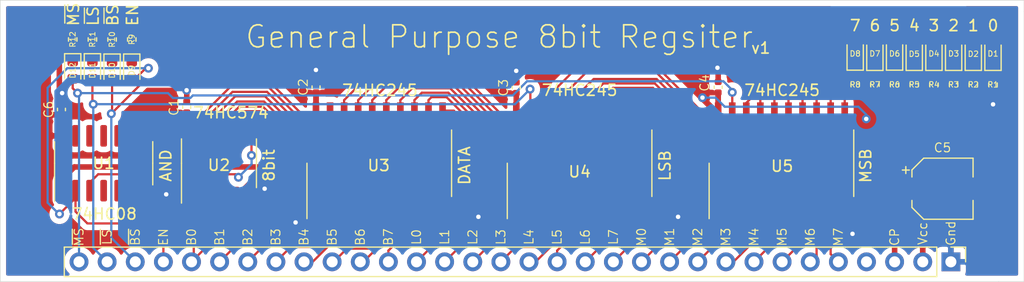
<source format=kicad_pcb>
(kicad_pcb (version 20171130) (host pcbnew "(5.1.10-1-10_14)")

  (general
    (thickness 1.6)
    (drawings 63)
    (tracks 512)
    (zones 0)
    (modules 36)
    (nets 54)
  )

  (page A4)
  (layers
    (0 F.Cu signal)
    (31 B.Cu signal)
    (32 B.Adhes user)
    (33 F.Adhes user)
    (34 B.Paste user)
    (35 F.Paste user)
    (36 B.SilkS user)
    (37 F.SilkS user)
    (38 B.Mask user)
    (39 F.Mask user)
    (40 Dwgs.User user)
    (41 Cmts.User user)
    (42 Eco1.User user)
    (43 Eco2.User user)
    (44 Edge.Cuts user)
    (45 Margin user)
    (46 B.CrtYd user)
    (47 F.CrtYd user)
    (48 B.Fab user)
    (49 F.Fab user hide)
  )

  (setup
    (last_trace_width 0.25)
    (user_trace_width 0.2)
    (user_trace_width 0.5)
    (trace_clearance 0.2)
    (zone_clearance 0.508)
    (zone_45_only no)
    (trace_min 0.2)
    (via_size 0.8)
    (via_drill 0.4)
    (via_min_size 0.4)
    (via_min_drill 0.3)
    (uvia_size 0.3)
    (uvia_drill 0.1)
    (uvias_allowed no)
    (uvia_min_size 0.2)
    (uvia_min_drill 0.1)
    (edge_width 0.05)
    (segment_width 0.2)
    (pcb_text_width 0.3)
    (pcb_text_size 1.5 1.5)
    (mod_edge_width 0.12)
    (mod_text_size 1 1)
    (mod_text_width 0.15)
    (pad_size 1.524 1.524)
    (pad_drill 0.762)
    (pad_to_mask_clearance 0)
    (aux_axis_origin 0 0)
    (grid_origin 134.874 84.328)
    (visible_elements FFFFFF7F)
    (pcbplotparams
      (layerselection 0x010fc_ffffffff)
      (usegerberextensions false)
      (usegerberattributes true)
      (usegerberadvancedattributes true)
      (creategerberjobfile true)
      (excludeedgelayer true)
      (linewidth 0.100000)
      (plotframeref false)
      (viasonmask false)
      (mode 1)
      (useauxorigin false)
      (hpglpennumber 1)
      (hpglpenspeed 20)
      (hpglpendiameter 15.000000)
      (psnegative false)
      (psa4output false)
      (plotreference true)
      (plotvalue true)
      (plotinvisibletext false)
      (padsonsilk false)
      (subtractmaskfromsilk false)
      (outputformat 1)
      (mirror false)
      (drillshape 1)
      (scaleselection 1)
      (outputdirectory ""))
  )

  (net 0 "")
  (net 1 "Net-(U1-Pad3)")
  (net 2 VCC)
  (net 3 GND)
  (net 4 BUS_07)
  (net 5 BUS_06)
  (net 6 BUS_05)
  (net 7 BUS_04)
  (net 8 BUS_03)
  (net 9 BUS_02)
  (net 10 BUS_01)
  (net 11 BUS_00)
  (net 12 CLOCK)
  (net 13 "Net-(D1-Pad1)")
  (net 14 A0)
  (net 15 A1)
  (net 16 A2)
  (net 17 A3)
  (net 18 A4)
  (net 19 A5)
  (net 20 A6)
  (net 21 A7)
  (net 22 "Net-(D2-Pad1)")
  (net 23 "Net-(D3-Pad1)")
  (net 24 "Net-(D4-Pad1)")
  (net 25 "Net-(D5-Pad1)")
  (net 26 "Net-(D6-Pad1)")
  (net 27 "Net-(D7-Pad1)")
  (net 28 "Net-(D8-Pad1)")
  (net 29 "Net-(D9-Pad1)")
  (net 30 "Net-(D10-Pad1)")
  (net 31 "Net-(D11-Pad1)")
  (net 32 "Net-(D12-Pad1)")
  (net 33 RESET)
  (net 34 /EN)
  (net 35 /BUS_OUT)
  (net 36 /LSB_OUT)
  (net 37 /MSB_OUT)
  (net 38 LSB_07)
  (net 39 LSB_06)
  (net 40 LSB_05)
  (net 41 LSB_00)
  (net 42 LSB_01)
  (net 43 LSB_02)
  (net 44 LSB_03)
  (net 45 LSB_04)
  (net 46 MSB_07)
  (net 47 MSB_06)
  (net 48 MSB_05)
  (net 49 MSB_00)
  (net 50 MSB_01)
  (net 51 MSB_02)
  (net 52 MSB_03)
  (net 53 MSB_04)

  (net_class Default "This is the default net class."
    (clearance 0.2)
    (trace_width 0.25)
    (via_dia 0.8)
    (via_drill 0.4)
    (uvia_dia 0.3)
    (uvia_drill 0.1)
    (add_net /BUS_OUT)
    (add_net /EN)
    (add_net /LSB_OUT)
    (add_net /MSB_OUT)
    (add_net A0)
    (add_net A1)
    (add_net A2)
    (add_net A3)
    (add_net A4)
    (add_net A5)
    (add_net A6)
    (add_net A7)
    (add_net BUS_00)
    (add_net BUS_01)
    (add_net BUS_02)
    (add_net BUS_03)
    (add_net BUS_04)
    (add_net BUS_05)
    (add_net BUS_06)
    (add_net BUS_07)
    (add_net CLOCK)
    (add_net GND)
    (add_net LSB_00)
    (add_net LSB_01)
    (add_net LSB_02)
    (add_net LSB_03)
    (add_net LSB_04)
    (add_net LSB_05)
    (add_net LSB_06)
    (add_net LSB_07)
    (add_net MSB_00)
    (add_net MSB_01)
    (add_net MSB_02)
    (add_net MSB_03)
    (add_net MSB_04)
    (add_net MSB_05)
    (add_net MSB_06)
    (add_net MSB_07)
    (add_net "Net-(D1-Pad1)")
    (add_net "Net-(D10-Pad1)")
    (add_net "Net-(D11-Pad1)")
    (add_net "Net-(D12-Pad1)")
    (add_net "Net-(D2-Pad1)")
    (add_net "Net-(D3-Pad1)")
    (add_net "Net-(D4-Pad1)")
    (add_net "Net-(D5-Pad1)")
    (add_net "Net-(D6-Pad1)")
    (add_net "Net-(D7-Pad1)")
    (add_net "Net-(D8-Pad1)")
    (add_net "Net-(D9-Pad1)")
    (add_net "Net-(U1-Pad3)")
    (add_net RESET)
    (add_net VCC)
  )

  (module Connector_PinHeader_2.54mm:PinHeader_1x32_P2.54mm_Vertical (layer F.Cu) (tedit 59FED5CC) (tstamp 6141795B)
    (at 202.438 89.916 270)
    (descr "Through hole straight pin header, 1x32, 2.54mm pitch, single row")
    (tags "Through hole pin header THT 1x32 2.54mm single row")
    (path /6239269B)
    (fp_text reference J1 (at 0 -2.33 90) (layer F.SilkS) hide
      (effects (font (size 1 1) (thickness 0.15)))
    )
    (fp_text value Conn_01x32 (at 0 81.07 90) (layer F.Fab) hide
      (effects (font (size 1 1) (thickness 0.15)))
    )
    (fp_line (start 1.8 -1.8) (end -1.8 -1.8) (layer F.CrtYd) (width 0.05))
    (fp_line (start 1.8 80.55) (end 1.8 -1.8) (layer F.CrtYd) (width 0.05))
    (fp_line (start -1.8 80.55) (end 1.8 80.55) (layer F.CrtYd) (width 0.05))
    (fp_line (start -1.8 -1.8) (end -1.8 80.55) (layer F.CrtYd) (width 0.05))
    (fp_line (start -1.33 -1.33) (end 0 -1.33) (layer F.SilkS) (width 0.12))
    (fp_line (start -1.33 0) (end -1.33 -1.33) (layer F.SilkS) (width 0.12))
    (fp_line (start -1.33 1.27) (end 1.33 1.27) (layer F.SilkS) (width 0.12))
    (fp_line (start 1.33 1.27) (end 1.33 80.07) (layer F.SilkS) (width 0.12))
    (fp_line (start -1.33 1.27) (end -1.33 80.07) (layer F.SilkS) (width 0.12))
    (fp_line (start -1.33 80.07) (end 1.33 80.07) (layer F.SilkS) (width 0.12))
    (fp_line (start -1.27 -0.635) (end -0.635 -1.27) (layer F.Fab) (width 0.1))
    (fp_line (start -1.27 80.01) (end -1.27 -0.635) (layer F.Fab) (width 0.1))
    (fp_line (start 1.27 80.01) (end -1.27 80.01) (layer F.Fab) (width 0.1))
    (fp_line (start 1.27 -1.27) (end 1.27 80.01) (layer F.Fab) (width 0.1))
    (fp_line (start -0.635 -1.27) (end 1.27 -1.27) (layer F.Fab) (width 0.1))
    (fp_text user %R (at 0 39.37) (layer F.Fab) hide
      (effects (font (size 1 1) (thickness 0.15)))
    )
    (pad 32 thru_hole oval (at 0 78.74 270) (size 1.7 1.7) (drill 1) (layers *.Cu *.Mask)
      (net 37 /MSB_OUT))
    (pad 31 thru_hole oval (at 0 76.2 270) (size 1.7 1.7) (drill 1) (layers *.Cu *.Mask)
      (net 36 /LSB_OUT))
    (pad 30 thru_hole oval (at 0 73.66 270) (size 1.7 1.7) (drill 1) (layers *.Cu *.Mask)
      (net 35 /BUS_OUT))
    (pad 29 thru_hole oval (at 0 71.12 270) (size 1.7 1.7) (drill 1) (layers *.Cu *.Mask)
      (net 34 /EN))
    (pad 28 thru_hole oval (at 0 68.58 270) (size 1.7 1.7) (drill 1) (layers *.Cu *.Mask)
      (net 11 BUS_00))
    (pad 27 thru_hole oval (at 0 66.04 270) (size 1.7 1.7) (drill 1) (layers *.Cu *.Mask)
      (net 10 BUS_01))
    (pad 26 thru_hole oval (at 0 63.5 270) (size 1.7 1.7) (drill 1) (layers *.Cu *.Mask)
      (net 9 BUS_02))
    (pad 25 thru_hole oval (at 0 60.96 270) (size 1.7 1.7) (drill 1) (layers *.Cu *.Mask)
      (net 8 BUS_03))
    (pad 24 thru_hole oval (at 0 58.42 270) (size 1.7 1.7) (drill 1) (layers *.Cu *.Mask)
      (net 7 BUS_04))
    (pad 23 thru_hole oval (at 0 55.88 270) (size 1.7 1.7) (drill 1) (layers *.Cu *.Mask)
      (net 6 BUS_05))
    (pad 22 thru_hole oval (at 0 53.34 270) (size 1.7 1.7) (drill 1) (layers *.Cu *.Mask)
      (net 5 BUS_06))
    (pad 21 thru_hole oval (at 0 50.8 270) (size 1.7 1.7) (drill 1) (layers *.Cu *.Mask)
      (net 4 BUS_07))
    (pad 20 thru_hole oval (at 0 48.26 270) (size 1.7 1.7) (drill 1) (layers *.Cu *.Mask)
      (net 41 LSB_00))
    (pad 19 thru_hole oval (at 0 45.72 270) (size 1.7 1.7) (drill 1) (layers *.Cu *.Mask)
      (net 42 LSB_01))
    (pad 18 thru_hole oval (at 0 43.18 270) (size 1.7 1.7) (drill 1) (layers *.Cu *.Mask)
      (net 43 LSB_02))
    (pad 17 thru_hole oval (at 0 40.64 270) (size 1.7 1.7) (drill 1) (layers *.Cu *.Mask)
      (net 44 LSB_03))
    (pad 16 thru_hole oval (at 0 38.1 270) (size 1.7 1.7) (drill 1) (layers *.Cu *.Mask)
      (net 45 LSB_04))
    (pad 15 thru_hole oval (at 0 35.56 270) (size 1.7 1.7) (drill 1) (layers *.Cu *.Mask)
      (net 40 LSB_05))
    (pad 14 thru_hole oval (at 0 33.02 270) (size 1.7 1.7) (drill 1) (layers *.Cu *.Mask)
      (net 39 LSB_06))
    (pad 13 thru_hole oval (at 0 30.48 270) (size 1.7 1.7) (drill 1) (layers *.Cu *.Mask)
      (net 38 LSB_07))
    (pad 12 thru_hole oval (at 0 27.94 270) (size 1.7 1.7) (drill 1) (layers *.Cu *.Mask)
      (net 49 MSB_00))
    (pad 11 thru_hole oval (at 0 25.4 270) (size 1.7 1.7) (drill 1) (layers *.Cu *.Mask)
      (net 50 MSB_01))
    (pad 10 thru_hole oval (at 0 22.86 270) (size 1.7 1.7) (drill 1) (layers *.Cu *.Mask)
      (net 51 MSB_02))
    (pad 9 thru_hole oval (at 0 20.32 270) (size 1.7 1.7) (drill 1) (layers *.Cu *.Mask)
      (net 52 MSB_03))
    (pad 8 thru_hole oval (at 0 17.78 270) (size 1.7 1.7) (drill 1) (layers *.Cu *.Mask)
      (net 53 MSB_04))
    (pad 7 thru_hole oval (at 0 15.24 270) (size 1.7 1.7) (drill 1) (layers *.Cu *.Mask)
      (net 48 MSB_05))
    (pad 6 thru_hole oval (at 0 12.7 270) (size 1.7 1.7) (drill 1) (layers *.Cu *.Mask)
      (net 47 MSB_06))
    (pad 5 thru_hole oval (at 0 10.16 270) (size 1.7 1.7) (drill 1) (layers *.Cu *.Mask)
      (net 46 MSB_07))
    (pad 4 thru_hole oval (at 0 7.62 270) (size 1.7 1.7) (drill 1) (layers *.Cu *.Mask)
      (net 33 RESET))
    (pad 3 thru_hole oval (at 0 5.08 270) (size 1.7 1.7) (drill 1) (layers *.Cu *.Mask)
      (net 12 CLOCK))
    (pad 2 thru_hole oval (at 0 2.54 270) (size 1.7 1.7) (drill 1) (layers *.Cu *.Mask)
      (net 2 VCC))
    (pad 1 thru_hole rect (at 0 0 270) (size 1.7 1.7) (drill 1) (layers *.Cu *.Mask)
      (net 3 GND))
    (model ${KISYS3DMOD}/Connector_PinHeader_2.54mm.3dshapes/PinHeader_1x32_P2.54mm_Vertical.wrl
      (at (xyz 0 0 0))
      (scale (xyz 1 1 1))
      (rotate (xyz 0 0 0))
    )
  )

  (module Capacitor_SMD:C_0402_1005Metric (layer F.Cu) (tedit 5F68FEEE) (tstamp 61419A17)
    (at 122.112 76.158 90)
    (descr "Capacitor SMD 0402 (1005 Metric), square (rectangular) end terminal, IPC_7351 nominal, (Body size source: IPC-SM-782 page 76, https://www.pcb-3d.com/wordpress/wp-content/uploads/ipc-sm-782a_amendment_1_and_2.pdf), generated with kicad-footprint-generator")
    (tags capacitor)
    (path /62329BE1)
    (attr smd)
    (fp_text reference C6 (at 0 -1.16 90) (layer F.SilkS)
      (effects (font (size 0.8 0.8) (thickness 0.1)))
    )
    (fp_text value CL05A106MQ5NUNC (at 0 1.16 90) (layer F.Fab)
      (effects (font (size 1 1) (thickness 0.15)))
    )
    (fp_line (start 0.91 0.46) (end -0.91 0.46) (layer F.CrtYd) (width 0.05))
    (fp_line (start 0.91 -0.46) (end 0.91 0.46) (layer F.CrtYd) (width 0.05))
    (fp_line (start -0.91 -0.46) (end 0.91 -0.46) (layer F.CrtYd) (width 0.05))
    (fp_line (start -0.91 0.46) (end -0.91 -0.46) (layer F.CrtYd) (width 0.05))
    (fp_line (start -0.107836 0.36) (end 0.107836 0.36) (layer F.SilkS) (width 0.12))
    (fp_line (start -0.107836 -0.36) (end 0.107836 -0.36) (layer F.SilkS) (width 0.12))
    (fp_line (start 0.5 0.25) (end -0.5 0.25) (layer F.Fab) (width 0.1))
    (fp_line (start 0.5 -0.25) (end 0.5 0.25) (layer F.Fab) (width 0.1))
    (fp_line (start -0.5 -0.25) (end 0.5 -0.25) (layer F.Fab) (width 0.1))
    (fp_line (start -0.5 0.25) (end -0.5 -0.25) (layer F.Fab) (width 0.1))
    (fp_text user %R (at 0 0 90) (layer F.Fab)
      (effects (font (size 0.25 0.25) (thickness 0.04)))
    )
    (pad 2 smd roundrect (at 0.48 0 90) (size 0.56 0.62) (layers F.Cu F.Paste F.Mask) (roundrect_rratio 0.25)
      (net 3 GND))
    (pad 1 smd roundrect (at -0.48 0 90) (size 0.56 0.62) (layers F.Cu F.Paste F.Mask) (roundrect_rratio 0.25)
      (net 2 VCC))
    (model ${KISYS3DMOD}/Capacitor_SMD.3dshapes/C_0402_1005Metric.wrl
      (at (xyz 0 0 0))
      (scale (xyz 1 1 1))
      (rotate (xyz 0 0 0))
    )
  )

  (module Package_SO:SO-20_12.8x7.5mm_P1.27mm (layer F.Cu) (tedit 5A02F2D3) (tstamp 61429145)
    (at 187.136 81.012 90)
    (descr "SO-20, 12.8x7.5mm, https://www.nxp.com/docs/en/data-sheet/SA605.pdf")
    (tags "S0-20 ")
    (path /622C55B9)
    (attr smd)
    (fp_text reference U5 (at -0.268 0.062 180) (layer F.SilkS)
      (effects (font (size 1 1) (thickness 0.15)))
    )
    (fp_text value 74HC245D,653 (at 0 7.99 90) (layer F.Fab)
      (effects (font (size 1 1) (thickness 0.15)))
    )
    (fp_line (start -5.7 6.7) (end -5.7 -6.7) (layer F.CrtYd) (width 0.05))
    (fp_line (start 5.7 6.7) (end -5.7 6.7) (layer F.CrtYd) (width 0.05))
    (fp_line (start 5.7 -6.7) (end 5.7 6.7) (layer F.CrtYd) (width 0.05))
    (fp_line (start -5.7 -6.7) (end 5.7 -6.7) (layer F.CrtYd) (width 0.05))
    (fp_line (start -5 -6.53) (end 0 -6.53) (layer F.SilkS) (width 0.12))
    (fp_line (start -3 6.53) (end 3 6.53) (layer F.SilkS) (width 0.12))
    (fp_line (start -2.2 -5.4) (end -1.2 -6.4) (layer F.Fab) (width 0.1))
    (fp_line (start -2.2 6.4) (end -2.2 -5.4) (layer F.Fab) (width 0.1))
    (fp_line (start 2.2 6.4) (end -2.2 6.4) (layer F.Fab) (width 0.1))
    (fp_line (start 2.2 -6.4) (end 2.2 6.4) (layer F.Fab) (width 0.1))
    (fp_line (start -1.2 -6.4) (end 2.2 -6.4) (layer F.Fab) (width 0.1))
    (fp_text user %R (at 0 0 90) (layer F.Fab)
      (effects (font (size 1 1) (thickness 0.15)))
    )
    (fp_text user 74HC245 (at 6.59 0.062) (layer F.SilkS)
      (effects (font (size 1 1) (thickness 0.15)))
    )
    (pad 20 smd rect (at 4.75 -5.715 90) (size 1.5 0.6) (layers F.Cu F.Paste F.Mask)
      (net 2 VCC))
    (pad 19 smd rect (at 4.75 -4.445 90) (size 1.5 0.6) (layers F.Cu F.Paste F.Mask)
      (net 37 /MSB_OUT))
    (pad 18 smd rect (at 4.75 -3.175 90) (size 1.5 0.6) (layers F.Cu F.Paste F.Mask)
      (net 14 A0))
    (pad 17 smd rect (at 4.75 -1.905 90) (size 1.5 0.6) (layers F.Cu F.Paste F.Mask)
      (net 15 A1))
    (pad 16 smd rect (at 4.75 -0.635 90) (size 1.5 0.6) (layers F.Cu F.Paste F.Mask)
      (net 16 A2))
    (pad 15 smd rect (at 4.75 0.635 90) (size 1.5 0.6) (layers F.Cu F.Paste F.Mask)
      (net 17 A3))
    (pad 14 smd rect (at 4.75 1.905 90) (size 1.5 0.6) (layers F.Cu F.Paste F.Mask)
      (net 18 A4))
    (pad 13 smd rect (at 4.75 3.175 90) (size 1.5 0.6) (layers F.Cu F.Paste F.Mask)
      (net 19 A5))
    (pad 12 smd rect (at 4.75 4.445 90) (size 1.5 0.6) (layers F.Cu F.Paste F.Mask)
      (net 20 A6))
    (pad 11 smd rect (at 4.75 5.715 90) (size 1.5 0.6) (layers F.Cu F.Paste F.Mask)
      (net 21 A7))
    (pad 10 smd rect (at -4.75 5.715 90) (size 1.5 0.6) (layers F.Cu F.Paste F.Mask)
      (net 3 GND))
    (pad 9 smd rect (at -4.75 4.445 90) (size 1.5 0.6) (layers F.Cu F.Paste F.Mask)
      (net 46 MSB_07))
    (pad 8 smd rect (at -4.75 3.175 90) (size 1.5 0.6) (layers F.Cu F.Paste F.Mask)
      (net 47 MSB_06))
    (pad 7 smd rect (at -4.75 1.905 90) (size 1.5 0.6) (layers F.Cu F.Paste F.Mask)
      (net 48 MSB_05))
    (pad 1 smd rect (at -4.75 -5.715 90) (size 1.5 0.6) (layers F.Cu F.Paste F.Mask)
      (net 3 GND))
    (pad 2 smd rect (at -4.75 -4.445 90) (size 1.5 0.6) (layers F.Cu F.Paste F.Mask)
      (net 49 MSB_00))
    (pad 3 smd rect (at -4.75 -3.175 90) (size 1.5 0.6) (layers F.Cu F.Paste F.Mask)
      (net 50 MSB_01))
    (pad 4 smd rect (at -4.75 -1.905 90) (size 1.5 0.6) (layers F.Cu F.Paste F.Mask)
      (net 51 MSB_02))
    (pad 5 smd rect (at -4.75 -0.635 90) (size 1.5 0.6) (layers F.Cu F.Paste F.Mask)
      (net 52 MSB_03))
    (pad 6 smd rect (at -4.75 0.635 90) (size 1.5 0.6) (layers F.Cu F.Paste F.Mask)
      (net 53 MSB_04))
    (model ${KISYS3DMOD}/Package_SO.3dshapes/SO-20_12.8x7.5mm_P1.27mm.wrl
      (at (xyz 0 0 0))
      (scale (xyz 1 1 1))
      (rotate (xyz 0 0 0))
    )
  )

  (module Package_SO:SO-20_12.8x7.5mm_P1.27mm (layer F.Cu) (tedit 5A02F2D3) (tstamp 61420EA8)
    (at 168.9056 81.012 90)
    (descr "SO-20, 12.8x7.5mm, https://www.nxp.com/docs/en/data-sheet/SA605.pdf")
    (tags "S0-20 ")
    (path /622C1093)
    (attr smd)
    (fp_text reference U4 (at -0.776 0.0044 180) (layer F.SilkS)
      (effects (font (size 1 1) (thickness 0.15)))
    )
    (fp_text value 74HC245D,653 (at 0 7.99 90) (layer F.Fab)
      (effects (font (size 1 1) (thickness 0.15)))
    )
    (fp_line (start -5.7 6.7) (end -5.7 -6.7) (layer F.CrtYd) (width 0.05))
    (fp_line (start 5.7 6.7) (end -5.7 6.7) (layer F.CrtYd) (width 0.05))
    (fp_line (start 5.7 -6.7) (end 5.7 6.7) (layer F.CrtYd) (width 0.05))
    (fp_line (start -5.7 -6.7) (end 5.7 -6.7) (layer F.CrtYd) (width 0.05))
    (fp_line (start -5 -6.53) (end 0 -6.53) (layer F.SilkS) (width 0.12))
    (fp_line (start -3 6.53) (end 3 6.53) (layer F.SilkS) (width 0.12))
    (fp_line (start -2.2 -5.4) (end -1.2 -6.4) (layer F.Fab) (width 0.1))
    (fp_line (start -2.2 6.4) (end -2.2 -5.4) (layer F.Fab) (width 0.1))
    (fp_line (start 2.2 6.4) (end -2.2 6.4) (layer F.Fab) (width 0.1))
    (fp_line (start 2.2 -6.4) (end 2.2 6.4) (layer F.Fab) (width 0.1))
    (fp_line (start -1.2 -6.4) (end 2.2 -6.4) (layer F.Fab) (width 0.1))
    (fp_text user %R (at 0 0 90) (layer F.Fab)
      (effects (font (size 1 1) (thickness 0.15)))
    )
    (fp_text user 74HC245 (at 6.59 0.0044 180) (layer F.SilkS)
      (effects (font (size 1 1) (thickness 0.15)))
    )
    (pad 20 smd rect (at 4.75 -5.715 90) (size 1.5 0.6) (layers F.Cu F.Paste F.Mask)
      (net 2 VCC))
    (pad 19 smd rect (at 4.75 -4.445 90) (size 1.5 0.6) (layers F.Cu F.Paste F.Mask)
      (net 36 /LSB_OUT))
    (pad 18 smd rect (at 4.75 -3.175 90) (size 1.5 0.6) (layers F.Cu F.Paste F.Mask)
      (net 14 A0))
    (pad 17 smd rect (at 4.75 -1.905 90) (size 1.5 0.6) (layers F.Cu F.Paste F.Mask)
      (net 15 A1))
    (pad 16 smd rect (at 4.75 -0.635 90) (size 1.5 0.6) (layers F.Cu F.Paste F.Mask)
      (net 16 A2))
    (pad 15 smd rect (at 4.75 0.635 90) (size 1.5 0.6) (layers F.Cu F.Paste F.Mask)
      (net 17 A3))
    (pad 14 smd rect (at 4.75 1.905 90) (size 1.5 0.6) (layers F.Cu F.Paste F.Mask)
      (net 18 A4))
    (pad 13 smd rect (at 4.75 3.175 90) (size 1.5 0.6) (layers F.Cu F.Paste F.Mask)
      (net 19 A5))
    (pad 12 smd rect (at 4.75 4.445 90) (size 1.5 0.6) (layers F.Cu F.Paste F.Mask)
      (net 20 A6))
    (pad 11 smd rect (at 4.75 5.715 90) (size 1.5 0.6) (layers F.Cu F.Paste F.Mask)
      (net 21 A7))
    (pad 10 smd rect (at -4.75 5.715 90) (size 1.5 0.6) (layers F.Cu F.Paste F.Mask)
      (net 3 GND))
    (pad 9 smd rect (at -4.75 4.445 90) (size 1.5 0.6) (layers F.Cu F.Paste F.Mask)
      (net 38 LSB_07))
    (pad 8 smd rect (at -4.75 3.175 90) (size 1.5 0.6) (layers F.Cu F.Paste F.Mask)
      (net 39 LSB_06))
    (pad 7 smd rect (at -4.75 1.905 90) (size 1.5 0.6) (layers F.Cu F.Paste F.Mask)
      (net 40 LSB_05))
    (pad 1 smd rect (at -4.75 -5.715 90) (size 1.5 0.6) (layers F.Cu F.Paste F.Mask)
      (net 3 GND))
    (pad 2 smd rect (at -4.75 -4.445 90) (size 1.5 0.6) (layers F.Cu F.Paste F.Mask)
      (net 41 LSB_00))
    (pad 3 smd rect (at -4.75 -3.175 90) (size 1.5 0.6) (layers F.Cu F.Paste F.Mask)
      (net 42 LSB_01))
    (pad 4 smd rect (at -4.75 -1.905 90) (size 1.5 0.6) (layers F.Cu F.Paste F.Mask)
      (net 43 LSB_02))
    (pad 5 smd rect (at -4.75 -0.635 90) (size 1.5 0.6) (layers F.Cu F.Paste F.Mask)
      (net 44 LSB_03))
    (pad 6 smd rect (at -4.75 0.635 90) (size 1.5 0.6) (layers F.Cu F.Paste F.Mask)
      (net 45 LSB_04))
    (model ${KISYS3DMOD}/Package_SO.3dshapes/SO-20_12.8x7.5mm_P1.27mm.wrl
      (at (xyz 0 0 0))
      (scale (xyz 1 1 1))
      (rotate (xyz 0 0 0))
    )
  )

  (module Package_SO:SO-20_12.8x7.5mm_P1.27mm (layer F.Cu) (tedit 5A02F2D3) (tstamp 61421D94)
    (at 150.814 81.012 90)
    (descr "SO-20, 12.8x7.5mm, https://www.nxp.com/docs/en/data-sheet/SA605.pdf")
    (tags "S0-20 ")
    (path /613A1FAE)
    (attr smd)
    (fp_text reference U3 (at -0.206 -0.05 180) (layer F.SilkS)
      (effects (font (size 1 1) (thickness 0.15)))
    )
    (fp_text value 74HC245D,653 (at 0 7.99 90) (layer F.Fab)
      (effects (font (size 1 1) (thickness 0.15)))
    )
    (fp_line (start -5.7 6.7) (end -5.7 -6.7) (layer F.CrtYd) (width 0.05))
    (fp_line (start 5.7 6.7) (end -5.7 6.7) (layer F.CrtYd) (width 0.05))
    (fp_line (start 5.7 -6.7) (end 5.7 6.7) (layer F.CrtYd) (width 0.05))
    (fp_line (start -5.7 -6.7) (end 5.7 -6.7) (layer F.CrtYd) (width 0.05))
    (fp_line (start -5 -6.53) (end 0 -6.53) (layer F.SilkS) (width 0.12))
    (fp_line (start -3 6.53) (end 3 6.53) (layer F.SilkS) (width 0.12))
    (fp_line (start -2.2 -5.4) (end -1.2 -6.4) (layer F.Fab) (width 0.1))
    (fp_line (start -2.2 6.4) (end -2.2 -5.4) (layer F.Fab) (width 0.1))
    (fp_line (start 2.2 6.4) (end -2.2 6.4) (layer F.Fab) (width 0.1))
    (fp_line (start 2.2 -6.4) (end 2.2 6.4) (layer F.Fab) (width 0.1))
    (fp_line (start -1.2 -6.4) (end 2.2 -6.4) (layer F.Fab) (width 0.1))
    (fp_text user %R (at 0 0 90) (layer F.Fab)
      (effects (font (size 1 1) (thickness 0.15)))
    )
    (fp_text user 74HC245 (at 6.59 0.062 180) (layer F.SilkS)
      (effects (font (size 1 1) (thickness 0.15)))
    )
    (pad 20 smd rect (at 4.75 -5.715 90) (size 1.5 0.6) (layers F.Cu F.Paste F.Mask)
      (net 2 VCC))
    (pad 19 smd rect (at 4.75 -4.445 90) (size 1.5 0.6) (layers F.Cu F.Paste F.Mask)
      (net 35 /BUS_OUT))
    (pad 18 smd rect (at 4.75 -3.175 90) (size 1.5 0.6) (layers F.Cu F.Paste F.Mask)
      (net 14 A0))
    (pad 17 smd rect (at 4.75 -1.905 90) (size 1.5 0.6) (layers F.Cu F.Paste F.Mask)
      (net 15 A1))
    (pad 16 smd rect (at 4.75 -0.635 90) (size 1.5 0.6) (layers F.Cu F.Paste F.Mask)
      (net 16 A2))
    (pad 15 smd rect (at 4.75 0.635 90) (size 1.5 0.6) (layers F.Cu F.Paste F.Mask)
      (net 17 A3))
    (pad 14 smd rect (at 4.75 1.905 90) (size 1.5 0.6) (layers F.Cu F.Paste F.Mask)
      (net 18 A4))
    (pad 13 smd rect (at 4.75 3.175 90) (size 1.5 0.6) (layers F.Cu F.Paste F.Mask)
      (net 19 A5))
    (pad 12 smd rect (at 4.75 4.445 90) (size 1.5 0.6) (layers F.Cu F.Paste F.Mask)
      (net 20 A6))
    (pad 11 smd rect (at 4.75 5.715 90) (size 1.5 0.6) (layers F.Cu F.Paste F.Mask)
      (net 21 A7))
    (pad 10 smd rect (at -4.75 5.715 90) (size 1.5 0.6) (layers F.Cu F.Paste F.Mask)
      (net 3 GND))
    (pad 9 smd rect (at -4.75 4.445 90) (size 1.5 0.6) (layers F.Cu F.Paste F.Mask)
      (net 4 BUS_07))
    (pad 8 smd rect (at -4.75 3.175 90) (size 1.5 0.6) (layers F.Cu F.Paste F.Mask)
      (net 5 BUS_06))
    (pad 7 smd rect (at -4.75 1.905 90) (size 1.5 0.6) (layers F.Cu F.Paste F.Mask)
      (net 6 BUS_05))
    (pad 1 smd rect (at -4.75 -5.715 90) (size 1.5 0.6) (layers F.Cu F.Paste F.Mask)
      (net 3 GND))
    (pad 2 smd rect (at -4.75 -4.445 90) (size 1.5 0.6) (layers F.Cu F.Paste F.Mask)
      (net 11 BUS_00))
    (pad 3 smd rect (at -4.75 -3.175 90) (size 1.5 0.6) (layers F.Cu F.Paste F.Mask)
      (net 10 BUS_01))
    (pad 4 smd rect (at -4.75 -1.905 90) (size 1.5 0.6) (layers F.Cu F.Paste F.Mask)
      (net 9 BUS_02))
    (pad 5 smd rect (at -4.75 -0.635 90) (size 1.5 0.6) (layers F.Cu F.Paste F.Mask)
      (net 8 BUS_03))
    (pad 6 smd rect (at -4.75 0.635 90) (size 1.5 0.6) (layers F.Cu F.Paste F.Mask)
      (net 7 BUS_04))
    (model ${KISYS3DMOD}/Package_SO.3dshapes/SO-20_12.8x7.5mm_P1.27mm.wrl
      (at (xyz 0 0 0))
      (scale (xyz 1 1 1))
      (rotate (xyz 0 0 0))
    )
  )

  (module Package_SO:TSSOP-20_4.4x6.5mm_P0.65mm (layer F.Cu) (tedit 5E476F32) (tstamp 6141A641)
    (at 136.336 81.012 90)
    (descr "TSSOP, 20 Pin (JEDEC MO-153 Var AC https://www.jedec.org/document_search?search_api_views_fulltext=MO-153), generated with kicad-footprint-generator ipc_gullwing_generator.py")
    (tags "TSSOP SO")
    (path /61396A73)
    (attr smd)
    (fp_text reference U2 (at -0.176 -0.002 180) (layer F.SilkS)
      (effects (font (size 1 1) (thickness 0.15)))
    )
    (fp_text value 74HC574PW,118 (at 0 4.2 90) (layer F.Fab)
      (effects (font (size 1 1) (thickness 0.15)))
    )
    (fp_line (start 3.85 -3.5) (end -3.85 -3.5) (layer F.CrtYd) (width 0.05))
    (fp_line (start 3.85 3.5) (end 3.85 -3.5) (layer F.CrtYd) (width 0.05))
    (fp_line (start -3.85 3.5) (end 3.85 3.5) (layer F.CrtYd) (width 0.05))
    (fp_line (start -3.85 -3.5) (end -3.85 3.5) (layer F.CrtYd) (width 0.05))
    (fp_line (start -2.2 -2.25) (end -1.2 -3.25) (layer F.Fab) (width 0.1))
    (fp_line (start -2.2 3.25) (end -2.2 -2.25) (layer F.Fab) (width 0.1))
    (fp_line (start 2.2 3.25) (end -2.2 3.25) (layer F.Fab) (width 0.1))
    (fp_line (start 2.2 -3.25) (end 2.2 3.25) (layer F.Fab) (width 0.1))
    (fp_line (start -1.2 -3.25) (end 2.2 -3.25) (layer F.Fab) (width 0.1))
    (fp_line (start 0 -3.385) (end -3.6 -3.385) (layer F.SilkS) (width 0.12))
    (fp_line (start 0 -3.385) (end 2.2 -3.385) (layer F.SilkS) (width 0.12))
    (fp_line (start 0 3.385) (end -2.2 3.385) (layer F.SilkS) (width 0.12))
    (fp_line (start 0 3.385) (end 2.2 3.385) (layer F.SilkS) (width 0.12))
    (fp_text user %R (at 0 0 90) (layer F.Fab)
      (effects (font (size 1 1) (thickness 0.15)))
    )
    (fp_text user 74HC574 (at 4.558 1.078 180) (layer F.SilkS)
      (effects (font (size 1 1) (thickness 0.15)))
    )
    (pad 20 smd roundrect (at 2.8625 -2.925 90) (size 1.475 0.4) (layers F.Cu F.Paste F.Mask) (roundrect_rratio 0.25)
      (net 2 VCC))
    (pad 19 smd roundrect (at 2.8625 -2.275 90) (size 1.475 0.4) (layers F.Cu F.Paste F.Mask) (roundrect_rratio 0.25)
      (net 14 A0))
    (pad 18 smd roundrect (at 2.8625 -1.625 90) (size 1.475 0.4) (layers F.Cu F.Paste F.Mask) (roundrect_rratio 0.25)
      (net 15 A1))
    (pad 17 smd roundrect (at 2.8625 -0.975 90) (size 1.475 0.4) (layers F.Cu F.Paste F.Mask) (roundrect_rratio 0.25)
      (net 16 A2))
    (pad 16 smd roundrect (at 2.8625 -0.325 90) (size 1.475 0.4) (layers F.Cu F.Paste F.Mask) (roundrect_rratio 0.25)
      (net 17 A3))
    (pad 15 smd roundrect (at 2.8625 0.325 90) (size 1.475 0.4) (layers F.Cu F.Paste F.Mask) (roundrect_rratio 0.25)
      (net 18 A4))
    (pad 14 smd roundrect (at 2.8625 0.975 90) (size 1.475 0.4) (layers F.Cu F.Paste F.Mask) (roundrect_rratio 0.25)
      (net 19 A5))
    (pad 13 smd roundrect (at 2.8625 1.625 90) (size 1.475 0.4) (layers F.Cu F.Paste F.Mask) (roundrect_rratio 0.25)
      (net 20 A6))
    (pad 12 smd roundrect (at 2.8625 2.275 90) (size 1.475 0.4) (layers F.Cu F.Paste F.Mask) (roundrect_rratio 0.25)
      (net 21 A7))
    (pad 11 smd roundrect (at 2.8625 2.925 90) (size 1.475 0.4) (layers F.Cu F.Paste F.Mask) (roundrect_rratio 0.25)
      (net 1 "Net-(U1-Pad3)"))
    (pad 10 smd roundrect (at -2.8625 2.925 90) (size 1.475 0.4) (layers F.Cu F.Paste F.Mask) (roundrect_rratio 0.25)
      (net 3 GND))
    (pad 9 smd roundrect (at -2.8625 2.275 90) (size 1.475 0.4) (layers F.Cu F.Paste F.Mask) (roundrect_rratio 0.25)
      (net 4 BUS_07))
    (pad 8 smd roundrect (at -2.8625 1.625 90) (size 1.475 0.4) (layers F.Cu F.Paste F.Mask) (roundrect_rratio 0.25)
      (net 5 BUS_06))
    (pad 7 smd roundrect (at -2.8625 0.975 90) (size 1.475 0.4) (layers F.Cu F.Paste F.Mask) (roundrect_rratio 0.25)
      (net 6 BUS_05))
    (pad 6 smd roundrect (at -2.8625 0.325 90) (size 1.475 0.4) (layers F.Cu F.Paste F.Mask) (roundrect_rratio 0.25)
      (net 7 BUS_04))
    (pad 5 smd roundrect (at -2.8625 -0.325 90) (size 1.475 0.4) (layers F.Cu F.Paste F.Mask) (roundrect_rratio 0.25)
      (net 8 BUS_03))
    (pad 4 smd roundrect (at -2.8625 -0.975 90) (size 1.475 0.4) (layers F.Cu F.Paste F.Mask) (roundrect_rratio 0.25)
      (net 9 BUS_02))
    (pad 3 smd roundrect (at -2.8625 -1.625 90) (size 1.475 0.4) (layers F.Cu F.Paste F.Mask) (roundrect_rratio 0.25)
      (net 10 BUS_01))
    (pad 2 smd roundrect (at -2.8625 -2.275 90) (size 1.475 0.4) (layers F.Cu F.Paste F.Mask) (roundrect_rratio 0.25)
      (net 11 BUS_00))
    (pad 1 smd roundrect (at -2.8625 -2.925 90) (size 1.475 0.4) (layers F.Cu F.Paste F.Mask) (roundrect_rratio 0.25)
      (net 3 GND))
    (model ${KISYS3DMOD}/Package_SO.3dshapes/TSSOP-20_4.4x6.5mm_P0.65mm.wrl
      (at (xyz 0 0 0))
      (scale (xyz 1 1 1))
      (rotate (xyz 0 0 0))
    )
  )

  (module Package_SO:SOIC-14_3.9x8.7mm_P1.27mm (layer F.Cu) (tedit 5D9F72B1) (tstamp 614199C9)
    (at 125.922 81.012 90)
    (descr "SOIC, 14 Pin (JEDEC MS-012AB, https://www.analog.com/media/en/package-pcb-resources/package/pkg_pdf/soic_narrow-r/r_14.pdf), generated with kicad-footprint-generator ipc_gullwing_generator.py")
    (tags "SOIC SO")
    (path /61399664)
    (attr smd)
    (fp_text reference U1 (at 0 0 180) (layer F.SilkS)
      (effects (font (size 1 1) (thickness 0.15)))
    )
    (fp_text value 74HC08D,653 (at 0 5.28 90) (layer F.Fab)
      (effects (font (size 1 1) (thickness 0.15)))
    )
    (fp_line (start 3.7 -4.58) (end -3.7 -4.58) (layer F.CrtYd) (width 0.05))
    (fp_line (start 3.7 4.58) (end 3.7 -4.58) (layer F.CrtYd) (width 0.05))
    (fp_line (start -3.7 4.58) (end 3.7 4.58) (layer F.CrtYd) (width 0.05))
    (fp_line (start -3.7 -4.58) (end -3.7 4.58) (layer F.CrtYd) (width 0.05))
    (fp_line (start -1.95 -3.35) (end -0.975 -4.325) (layer F.Fab) (width 0.1))
    (fp_line (start -1.95 4.325) (end -1.95 -3.35) (layer F.Fab) (width 0.1))
    (fp_line (start 1.95 4.325) (end -1.95 4.325) (layer F.Fab) (width 0.1))
    (fp_line (start 1.95 -4.325) (end 1.95 4.325) (layer F.Fab) (width 0.1))
    (fp_line (start -0.975 -4.325) (end 1.95 -4.325) (layer F.Fab) (width 0.1))
    (fp_line (start 0 -4.435) (end -3.45 -4.435) (layer F.SilkS) (width 0.12))
    (fp_line (start 0 -4.435) (end 1.95 -4.435) (layer F.SilkS) (width 0.12))
    (fp_line (start 0 4.435) (end -1.95 4.435) (layer F.SilkS) (width 0.12))
    (fp_line (start 0 4.435) (end 1.95 4.435) (layer F.SilkS) (width 0.12))
    (fp_text user %R (at 0 0 90) (layer F.Fab)
      (effects (font (size 0.98 0.98) (thickness 0.15)))
    )
    (fp_text user 74HC08 (at -4.586 0.062) (layer F.SilkS)
      (effects (font (size 1 1) (thickness 0.15)))
    )
    (pad 14 smd roundrect (at 2.475 -3.81 90) (size 1.95 0.6) (layers F.Cu F.Paste F.Mask) (roundrect_rratio 0.25)
      (net 2 VCC))
    (pad 13 smd roundrect (at 2.475 -2.54 90) (size 1.95 0.6) (layers F.Cu F.Paste F.Mask) (roundrect_rratio 0.25))
    (pad 12 smd roundrect (at 2.475 -1.27 90) (size 1.95 0.6) (layers F.Cu F.Paste F.Mask) (roundrect_rratio 0.25))
    (pad 11 smd roundrect (at 2.475 0 90) (size 1.95 0.6) (layers F.Cu F.Paste F.Mask) (roundrect_rratio 0.25))
    (pad 10 smd roundrect (at 2.475 1.27 90) (size 1.95 0.6) (layers F.Cu F.Paste F.Mask) (roundrect_rratio 0.25))
    (pad 9 smd roundrect (at 2.475 2.54 90) (size 1.95 0.6) (layers F.Cu F.Paste F.Mask) (roundrect_rratio 0.25))
    (pad 8 smd roundrect (at 2.475 3.81 90) (size 1.95 0.6) (layers F.Cu F.Paste F.Mask) (roundrect_rratio 0.25))
    (pad 7 smd roundrect (at -2.475 3.81 90) (size 1.95 0.6) (layers F.Cu F.Paste F.Mask) (roundrect_rratio 0.25)
      (net 3 GND))
    (pad 6 smd roundrect (at -2.475 2.54 90) (size 1.95 0.6) (layers F.Cu F.Paste F.Mask) (roundrect_rratio 0.25))
    (pad 5 smd roundrect (at -2.475 1.27 90) (size 1.95 0.6) (layers F.Cu F.Paste F.Mask) (roundrect_rratio 0.25))
    (pad 4 smd roundrect (at -2.475 0 90) (size 1.95 0.6) (layers F.Cu F.Paste F.Mask) (roundrect_rratio 0.25))
    (pad 3 smd roundrect (at -2.475 -1.27 90) (size 1.95 0.6) (layers F.Cu F.Paste F.Mask) (roundrect_rratio 0.25)
      (net 1 "Net-(U1-Pad3)"))
    (pad 2 smd roundrect (at -2.475 -2.54 90) (size 1.95 0.6) (layers F.Cu F.Paste F.Mask) (roundrect_rratio 0.25)
      (net 34 /EN))
    (pad 1 smd roundrect (at -2.475 -3.81 90) (size 1.95 0.6) (layers F.Cu F.Paste F.Mask) (roundrect_rratio 0.25)
      (net 12 CLOCK))
    (model ${KISYS3DMOD}/Package_SO.3dshapes/SOIC-14_3.9x8.7mm_P1.27mm.wrl
      (at (xyz 0 0 0))
      (scale (xyz 1 1 1))
      (rotate (xyz 0 0 0))
    )
  )

  (module Resistor_SMD:R_0402_1005Metric (layer F.Cu) (tedit 5F68FEEE) (tstamp 61413182)
    (at 123.128 69.834 90)
    (descr "Resistor SMD 0402 (1005 Metric), square (rectangular) end terminal, IPC_7351 nominal, (Body size source: IPC-SM-782 page 72, https://www.pcb-3d.com/wordpress/wp-content/uploads/ipc-sm-782a_amendment_1_and_2.pdf), generated with kicad-footprint-generator")
    (tags resistor)
    (path /61C8D566)
    (attr smd)
    (fp_text reference R12 (at 0.002 0 90) (layer F.SilkS)
      (effects (font (size 0.5 0.5) (thickness 0.08)))
    )
    (fp_text value 0402WGF1001TCE (at 0 1.17 90) (layer F.Fab)
      (effects (font (size 1 1) (thickness 0.15)))
    )
    (fp_line (start 0.93 0.47) (end -0.93 0.47) (layer F.CrtYd) (width 0.05))
    (fp_line (start 0.93 -0.47) (end 0.93 0.47) (layer F.CrtYd) (width 0.05))
    (fp_line (start -0.93 -0.47) (end 0.93 -0.47) (layer F.CrtYd) (width 0.05))
    (fp_line (start -0.93 0.47) (end -0.93 -0.47) (layer F.CrtYd) (width 0.05))
    (fp_line (start -0.153641 0.38) (end 0.153641 0.38) (layer F.SilkS) (width 0.12))
    (fp_line (start -0.153641 -0.38) (end 0.153641 -0.38) (layer F.SilkS) (width 0.12))
    (fp_line (start 0.525 0.27) (end -0.525 0.27) (layer F.Fab) (width 0.1))
    (fp_line (start 0.525 -0.27) (end 0.525 0.27) (layer F.Fab) (width 0.1))
    (fp_line (start -0.525 -0.27) (end 0.525 -0.27) (layer F.Fab) (width 0.1))
    (fp_line (start -0.525 0.27) (end -0.525 -0.27) (layer F.Fab) (width 0.1))
    (fp_text user %R (at 0 0 90) (layer F.Fab)
      (effects (font (size 0.26 0.26) (thickness 0.04)))
    )
    (pad 2 smd roundrect (at 0.51 0 90) (size 0.54 0.64) (layers F.Cu F.Paste F.Mask) (roundrect_rratio 0.25)
      (net 3 GND))
    (pad 1 smd roundrect (at -0.51 0 90) (size 0.54 0.64) (layers F.Cu F.Paste F.Mask) (roundrect_rratio 0.25)
      (net 32 "Net-(D12-Pad1)"))
    (model ${KISYS3DMOD}/Resistor_SMD.3dshapes/R_0402_1005Metric.wrl
      (at (xyz 0 0 0))
      (scale (xyz 1 1 1))
      (rotate (xyz 0 0 0))
    )
  )

  (module Resistor_SMD:R_0402_1005Metric (layer F.Cu) (tedit 5F68FEEE) (tstamp 61413171)
    (at 124.906 69.834 90)
    (descr "Resistor SMD 0402 (1005 Metric), square (rectangular) end terminal, IPC_7351 nominal, (Body size source: IPC-SM-782 page 72, https://www.pcb-3d.com/wordpress/wp-content/uploads/ipc-sm-782a_amendment_1_and_2.pdf), generated with kicad-footprint-generator")
    (tags resistor)
    (path /61C8D589)
    (attr smd)
    (fp_text reference R11 (at 0.002 0 270) (layer F.SilkS)
      (effects (font (size 0.5 0.5) (thickness 0.08)))
    )
    (fp_text value 0402WGF1001TCE (at 0 1.17 90) (layer F.Fab)
      (effects (font (size 1 1) (thickness 0.15)))
    )
    (fp_line (start 0.93 0.47) (end -0.93 0.47) (layer F.CrtYd) (width 0.05))
    (fp_line (start 0.93 -0.47) (end 0.93 0.47) (layer F.CrtYd) (width 0.05))
    (fp_line (start -0.93 -0.47) (end 0.93 -0.47) (layer F.CrtYd) (width 0.05))
    (fp_line (start -0.93 0.47) (end -0.93 -0.47) (layer F.CrtYd) (width 0.05))
    (fp_line (start -0.153641 0.38) (end 0.153641 0.38) (layer F.SilkS) (width 0.12))
    (fp_line (start -0.153641 -0.38) (end 0.153641 -0.38) (layer F.SilkS) (width 0.12))
    (fp_line (start 0.525 0.27) (end -0.525 0.27) (layer F.Fab) (width 0.1))
    (fp_line (start 0.525 -0.27) (end 0.525 0.27) (layer F.Fab) (width 0.1))
    (fp_line (start -0.525 -0.27) (end 0.525 -0.27) (layer F.Fab) (width 0.1))
    (fp_line (start -0.525 0.27) (end -0.525 -0.27) (layer F.Fab) (width 0.1))
    (fp_text user %R (at 0 0 90) (layer F.Fab)
      (effects (font (size 0.26 0.26) (thickness 0.04)))
    )
    (pad 2 smd roundrect (at 0.51 0 90) (size 0.54 0.64) (layers F.Cu F.Paste F.Mask) (roundrect_rratio 0.25)
      (net 3 GND))
    (pad 1 smd roundrect (at -0.51 0 90) (size 0.54 0.64) (layers F.Cu F.Paste F.Mask) (roundrect_rratio 0.25)
      (net 31 "Net-(D11-Pad1)"))
    (model ${KISYS3DMOD}/Resistor_SMD.3dshapes/R_0402_1005Metric.wrl
      (at (xyz 0 0 0))
      (scale (xyz 1 1 1))
      (rotate (xyz 0 0 0))
    )
  )

  (module Resistor_SMD:R_0402_1005Metric (layer F.Cu) (tedit 5F68FEEE) (tstamp 61413160)
    (at 126.684 69.838 90)
    (descr "Resistor SMD 0402 (1005 Metric), square (rectangular) end terminal, IPC_7351 nominal, (Body size source: IPC-SM-782 page 72, https://www.pcb-3d.com/wordpress/wp-content/uploads/ipc-sm-782a_amendment_1_and_2.pdf), generated with kicad-footprint-generator")
    (tags resistor)
    (path /61C8D5AC)
    (attr smd)
    (fp_text reference R10 (at 0 0 270) (layer F.SilkS)
      (effects (font (size 0.5 0.5) (thickness 0.08)))
    )
    (fp_text value 0402WGF1001TCE (at 0 1.17 90) (layer F.Fab)
      (effects (font (size 1 1) (thickness 0.15)))
    )
    (fp_line (start 0.93 0.47) (end -0.93 0.47) (layer F.CrtYd) (width 0.05))
    (fp_line (start 0.93 -0.47) (end 0.93 0.47) (layer F.CrtYd) (width 0.05))
    (fp_line (start -0.93 -0.47) (end 0.93 -0.47) (layer F.CrtYd) (width 0.05))
    (fp_line (start -0.93 0.47) (end -0.93 -0.47) (layer F.CrtYd) (width 0.05))
    (fp_line (start -0.153641 0.38) (end 0.153641 0.38) (layer F.SilkS) (width 0.12))
    (fp_line (start -0.153641 -0.38) (end 0.153641 -0.38) (layer F.SilkS) (width 0.12))
    (fp_line (start 0.525 0.27) (end -0.525 0.27) (layer F.Fab) (width 0.1))
    (fp_line (start 0.525 -0.27) (end 0.525 0.27) (layer F.Fab) (width 0.1))
    (fp_line (start -0.525 -0.27) (end 0.525 -0.27) (layer F.Fab) (width 0.1))
    (fp_line (start -0.525 0.27) (end -0.525 -0.27) (layer F.Fab) (width 0.1))
    (fp_text user %R (at 0 0 90) (layer F.Fab)
      (effects (font (size 0.26 0.26) (thickness 0.04)))
    )
    (pad 2 smd roundrect (at 0.51 0 90) (size 0.54 0.64) (layers F.Cu F.Paste F.Mask) (roundrect_rratio 0.25)
      (net 3 GND))
    (pad 1 smd roundrect (at -0.51 0 90) (size 0.54 0.64) (layers F.Cu F.Paste F.Mask) (roundrect_rratio 0.25)
      (net 30 "Net-(D10-Pad1)"))
    (model ${KISYS3DMOD}/Resistor_SMD.3dshapes/R_0402_1005Metric.wrl
      (at (xyz 0 0 0))
      (scale (xyz 1 1 1))
      (rotate (xyz 0 0 0))
    )
  )

  (module Resistor_SMD:R_0402_1005Metric (layer F.Cu) (tedit 5F68FEEE) (tstamp 6141314F)
    (at 128.462 69.836 90)
    (descr "Resistor SMD 0402 (1005 Metric), square (rectangular) end terminal, IPC_7351 nominal, (Body size source: IPC-SM-782 page 72, https://www.pcb-3d.com/wordpress/wp-content/uploads/ipc-sm-782a_amendment_1_and_2.pdf), generated with kicad-footprint-generator")
    (tags resistor)
    (path /61C8D5CF)
    (attr smd)
    (fp_text reference R9 (at 0 0 270) (layer F.SilkS)
      (effects (font (size 0.5 0.5) (thickness 0.08)))
    )
    (fp_text value 0402WGF1001TCE (at 0 1.17 90) (layer F.Fab)
      (effects (font (size 1 1) (thickness 0.15)))
    )
    (fp_line (start 0.93 0.47) (end -0.93 0.47) (layer F.CrtYd) (width 0.05))
    (fp_line (start 0.93 -0.47) (end 0.93 0.47) (layer F.CrtYd) (width 0.05))
    (fp_line (start -0.93 -0.47) (end 0.93 -0.47) (layer F.CrtYd) (width 0.05))
    (fp_line (start -0.93 0.47) (end -0.93 -0.47) (layer F.CrtYd) (width 0.05))
    (fp_line (start -0.153641 0.38) (end 0.153641 0.38) (layer F.SilkS) (width 0.12))
    (fp_line (start -0.153641 -0.38) (end 0.153641 -0.38) (layer F.SilkS) (width 0.12))
    (fp_line (start 0.525 0.27) (end -0.525 0.27) (layer F.Fab) (width 0.1))
    (fp_line (start 0.525 -0.27) (end 0.525 0.27) (layer F.Fab) (width 0.1))
    (fp_line (start -0.525 -0.27) (end 0.525 -0.27) (layer F.Fab) (width 0.1))
    (fp_line (start -0.525 0.27) (end -0.525 -0.27) (layer F.Fab) (width 0.1))
    (fp_text user %R (at 0 0 90) (layer F.Fab)
      (effects (font (size 0.26 0.26) (thickness 0.04)))
    )
    (pad 2 smd roundrect (at 0.51 0 90) (size 0.54 0.64) (layers F.Cu F.Paste F.Mask) (roundrect_rratio 0.25)
      (net 3 GND))
    (pad 1 smd roundrect (at -0.51 0 90) (size 0.54 0.64) (layers F.Cu F.Paste F.Mask) (roundrect_rratio 0.25)
      (net 29 "Net-(D9-Pad1)"))
    (model ${KISYS3DMOD}/Resistor_SMD.3dshapes/R_0402_1005Metric.wrl
      (at (xyz 0 0 0))
      (scale (xyz 1 1 1))
      (rotate (xyz 0 0 0))
    )
  )

  (module Resistor_SMD:R_0402_1005Metric (layer F.Cu) (tedit 5F68FEEE) (tstamp 6142A1E8)
    (at 193.796 73.914 270)
    (descr "Resistor SMD 0402 (1005 Metric), square (rectangular) end terminal, IPC_7351 nominal, (Body size source: IPC-SM-782 page 72, https://www.pcb-3d.com/wordpress/wp-content/uploads/ipc-sm-782a_amendment_1_and_2.pdf), generated with kicad-footprint-generator")
    (tags resistor)
    (path /6143DFC6)
    (attr smd)
    (fp_text reference R8 (at 0 0 180) (layer F.SilkS)
      (effects (font (size 0.5 0.5) (thickness 0.08)))
    )
    (fp_text value 0402WGF1001TCE (at 0 1.17 90) (layer F.Fab)
      (effects (font (size 1 1) (thickness 0.15)))
    )
    (fp_line (start 0.93 0.47) (end -0.93 0.47) (layer F.CrtYd) (width 0.05))
    (fp_line (start 0.93 -0.47) (end 0.93 0.47) (layer F.CrtYd) (width 0.05))
    (fp_line (start -0.93 -0.47) (end 0.93 -0.47) (layer F.CrtYd) (width 0.05))
    (fp_line (start -0.93 0.47) (end -0.93 -0.47) (layer F.CrtYd) (width 0.05))
    (fp_line (start -0.153641 0.38) (end 0.153641 0.38) (layer F.SilkS) (width 0.12))
    (fp_line (start -0.153641 -0.38) (end 0.153641 -0.38) (layer F.SilkS) (width 0.12))
    (fp_line (start 0.525 0.27) (end -0.525 0.27) (layer F.Fab) (width 0.1))
    (fp_line (start 0.525 -0.27) (end 0.525 0.27) (layer F.Fab) (width 0.1))
    (fp_line (start -0.525 -0.27) (end 0.525 -0.27) (layer F.Fab) (width 0.1))
    (fp_line (start -0.525 0.27) (end -0.525 -0.27) (layer F.Fab) (width 0.1))
    (fp_text user %R (at 0 0 90) (layer F.Fab)
      (effects (font (size 0.26 0.26) (thickness 0.04)))
    )
    (pad 2 smd roundrect (at 0.51 0 270) (size 0.54 0.64) (layers F.Cu F.Paste F.Mask) (roundrect_rratio 0.25)
      (net 3 GND))
    (pad 1 smd roundrect (at -0.51 0 270) (size 0.54 0.64) (layers F.Cu F.Paste F.Mask) (roundrect_rratio 0.25)
      (net 28 "Net-(D8-Pad1)"))
    (model ${KISYS3DMOD}/Resistor_SMD.3dshapes/R_0402_1005Metric.wrl
      (at (xyz 0 0 0))
      (scale (xyz 1 1 1))
      (rotate (xyz 0 0 0))
    )
  )

  (module Resistor_SMD:R_0402_1005Metric (layer F.Cu) (tedit 5F68FEEE) (tstamp 6142A218)
    (at 195.574 73.914 270)
    (descr "Resistor SMD 0402 (1005 Metric), square (rectangular) end terminal, IPC_7351 nominal, (Body size source: IPC-SM-782 page 72, https://www.pcb-3d.com/wordpress/wp-content/uploads/ipc-sm-782a_amendment_1_and_2.pdf), generated with kicad-footprint-generator")
    (tags resistor)
    (path /6143DFA3)
    (attr smd)
    (fp_text reference R7 (at 0 0 180) (layer F.SilkS)
      (effects (font (size 0.5 0.5) (thickness 0.08)))
    )
    (fp_text value 0402WGF1001TCE (at 0 1.17 90) (layer F.Fab)
      (effects (font (size 1 1) (thickness 0.15)))
    )
    (fp_line (start 0.93 0.47) (end -0.93 0.47) (layer F.CrtYd) (width 0.05))
    (fp_line (start 0.93 -0.47) (end 0.93 0.47) (layer F.CrtYd) (width 0.05))
    (fp_line (start -0.93 -0.47) (end 0.93 -0.47) (layer F.CrtYd) (width 0.05))
    (fp_line (start -0.93 0.47) (end -0.93 -0.47) (layer F.CrtYd) (width 0.05))
    (fp_line (start -0.153641 0.38) (end 0.153641 0.38) (layer F.SilkS) (width 0.12))
    (fp_line (start -0.153641 -0.38) (end 0.153641 -0.38) (layer F.SilkS) (width 0.12))
    (fp_line (start 0.525 0.27) (end -0.525 0.27) (layer F.Fab) (width 0.1))
    (fp_line (start 0.525 -0.27) (end 0.525 0.27) (layer F.Fab) (width 0.1))
    (fp_line (start -0.525 -0.27) (end 0.525 -0.27) (layer F.Fab) (width 0.1))
    (fp_line (start -0.525 0.27) (end -0.525 -0.27) (layer F.Fab) (width 0.1))
    (fp_text user %R (at 0 0 90) (layer F.Fab)
      (effects (font (size 0.26 0.26) (thickness 0.04)))
    )
    (pad 2 smd roundrect (at 0.51 0 270) (size 0.54 0.64) (layers F.Cu F.Paste F.Mask) (roundrect_rratio 0.25)
      (net 3 GND))
    (pad 1 smd roundrect (at -0.51 0 270) (size 0.54 0.64) (layers F.Cu F.Paste F.Mask) (roundrect_rratio 0.25)
      (net 27 "Net-(D7-Pad1)"))
    (model ${KISYS3DMOD}/Resistor_SMD.3dshapes/R_0402_1005Metric.wrl
      (at (xyz 0 0 0))
      (scale (xyz 1 1 1))
      (rotate (xyz 0 0 0))
    )
  )

  (module Resistor_SMD:R_0402_1005Metric (layer F.Cu) (tedit 5F68FEEE) (tstamp 61429FBA)
    (at 197.352 73.914 270)
    (descr "Resistor SMD 0402 (1005 Metric), square (rectangular) end terminal, IPC_7351 nominal, (Body size source: IPC-SM-782 page 72, https://www.pcb-3d.com/wordpress/wp-content/uploads/ipc-sm-782a_amendment_1_and_2.pdf), generated with kicad-footprint-generator")
    (tags resistor)
    (path /6143DF80)
    (attr smd)
    (fp_text reference R6 (at 0 0 180) (layer F.SilkS)
      (effects (font (size 0.5 0.5) (thickness 0.08)))
    )
    (fp_text value 0402WGF1001TCE (at 0 1.17 90) (layer F.Fab)
      (effects (font (size 1 1) (thickness 0.15)))
    )
    (fp_line (start 0.93 0.47) (end -0.93 0.47) (layer F.CrtYd) (width 0.05))
    (fp_line (start 0.93 -0.47) (end 0.93 0.47) (layer F.CrtYd) (width 0.05))
    (fp_line (start -0.93 -0.47) (end 0.93 -0.47) (layer F.CrtYd) (width 0.05))
    (fp_line (start -0.93 0.47) (end -0.93 -0.47) (layer F.CrtYd) (width 0.05))
    (fp_line (start -0.153641 0.38) (end 0.153641 0.38) (layer F.SilkS) (width 0.12))
    (fp_line (start -0.153641 -0.38) (end 0.153641 -0.38) (layer F.SilkS) (width 0.12))
    (fp_line (start 0.525 0.27) (end -0.525 0.27) (layer F.Fab) (width 0.1))
    (fp_line (start 0.525 -0.27) (end 0.525 0.27) (layer F.Fab) (width 0.1))
    (fp_line (start -0.525 -0.27) (end 0.525 -0.27) (layer F.Fab) (width 0.1))
    (fp_line (start -0.525 0.27) (end -0.525 -0.27) (layer F.Fab) (width 0.1))
    (fp_text user %R (at 0 0 90) (layer F.Fab)
      (effects (font (size 0.26 0.26) (thickness 0.04)))
    )
    (pad 2 smd roundrect (at 0.51 0 270) (size 0.54 0.64) (layers F.Cu F.Paste F.Mask) (roundrect_rratio 0.25)
      (net 3 GND))
    (pad 1 smd roundrect (at -0.51 0 270) (size 0.54 0.64) (layers F.Cu F.Paste F.Mask) (roundrect_rratio 0.25)
      (net 26 "Net-(D6-Pad1)"))
    (model ${KISYS3DMOD}/Resistor_SMD.3dshapes/R_0402_1005Metric.wrl
      (at (xyz 0 0 0))
      (scale (xyz 1 1 1))
      (rotate (xyz 0 0 0))
    )
  )

  (module Resistor_SMD:R_0402_1005Metric (layer F.Cu) (tedit 5F68FEEE) (tstamp 61429FEA)
    (at 199.13 73.912 270)
    (descr "Resistor SMD 0402 (1005 Metric), square (rectangular) end terminal, IPC_7351 nominal, (Body size source: IPC-SM-782 page 72, https://www.pcb-3d.com/wordpress/wp-content/uploads/ipc-sm-782a_amendment_1_and_2.pdf), generated with kicad-footprint-generator")
    (tags resistor)
    (path /6143DF5D)
    (attr smd)
    (fp_text reference R5 (at 0.002 0 180) (layer F.SilkS)
      (effects (font (size 0.5 0.5) (thickness 0.08)))
    )
    (fp_text value 0402WGF1001TCE (at 0 1.17 90) (layer F.Fab)
      (effects (font (size 1 1) (thickness 0.15)))
    )
    (fp_line (start 0.93 0.47) (end -0.93 0.47) (layer F.CrtYd) (width 0.05))
    (fp_line (start 0.93 -0.47) (end 0.93 0.47) (layer F.CrtYd) (width 0.05))
    (fp_line (start -0.93 -0.47) (end 0.93 -0.47) (layer F.CrtYd) (width 0.05))
    (fp_line (start -0.93 0.47) (end -0.93 -0.47) (layer F.CrtYd) (width 0.05))
    (fp_line (start -0.153641 0.38) (end 0.153641 0.38) (layer F.SilkS) (width 0.12))
    (fp_line (start -0.153641 -0.38) (end 0.153641 -0.38) (layer F.SilkS) (width 0.12))
    (fp_line (start 0.525 0.27) (end -0.525 0.27) (layer F.Fab) (width 0.1))
    (fp_line (start 0.525 -0.27) (end 0.525 0.27) (layer F.Fab) (width 0.1))
    (fp_line (start -0.525 -0.27) (end 0.525 -0.27) (layer F.Fab) (width 0.1))
    (fp_line (start -0.525 0.27) (end -0.525 -0.27) (layer F.Fab) (width 0.1))
    (fp_text user %R (at 0 0 90) (layer F.Fab)
      (effects (font (size 0.26 0.26) (thickness 0.04)))
    )
    (pad 2 smd roundrect (at 0.51 0 270) (size 0.54 0.64) (layers F.Cu F.Paste F.Mask) (roundrect_rratio 0.25)
      (net 3 GND))
    (pad 1 smd roundrect (at -0.51 0 270) (size 0.54 0.64) (layers F.Cu F.Paste F.Mask) (roundrect_rratio 0.25)
      (net 25 "Net-(D5-Pad1)"))
    (model ${KISYS3DMOD}/Resistor_SMD.3dshapes/R_0402_1005Metric.wrl
      (at (xyz 0 0 0))
      (scale (xyz 1 1 1))
      (rotate (xyz 0 0 0))
    )
  )

  (module Resistor_SMD:R_0402_1005Metric (layer F.Cu) (tedit 5F68FEEE) (tstamp 6142A01A)
    (at 200.908 73.916 270)
    (descr "Resistor SMD 0402 (1005 Metric), square (rectangular) end terminal, IPC_7351 nominal, (Body size source: IPC-SM-782 page 72, https://www.pcb-3d.com/wordpress/wp-content/uploads/ipc-sm-782a_amendment_1_and_2.pdf), generated with kicad-footprint-generator")
    (tags resistor)
    (path /614395D8)
    (attr smd)
    (fp_text reference R4 (at -0.002 0 180) (layer F.SilkS)
      (effects (font (size 0.5 0.5) (thickness 0.08)))
    )
    (fp_text value 0402WGF1001TCE (at 0 1.17 90) (layer F.Fab)
      (effects (font (size 1 1) (thickness 0.15)))
    )
    (fp_line (start 0.93 0.47) (end -0.93 0.47) (layer F.CrtYd) (width 0.05))
    (fp_line (start 0.93 -0.47) (end 0.93 0.47) (layer F.CrtYd) (width 0.05))
    (fp_line (start -0.93 -0.47) (end 0.93 -0.47) (layer F.CrtYd) (width 0.05))
    (fp_line (start -0.93 0.47) (end -0.93 -0.47) (layer F.CrtYd) (width 0.05))
    (fp_line (start -0.153641 0.38) (end 0.153641 0.38) (layer F.SilkS) (width 0.12))
    (fp_line (start -0.153641 -0.38) (end 0.153641 -0.38) (layer F.SilkS) (width 0.12))
    (fp_line (start 0.525 0.27) (end -0.525 0.27) (layer F.Fab) (width 0.1))
    (fp_line (start 0.525 -0.27) (end 0.525 0.27) (layer F.Fab) (width 0.1))
    (fp_line (start -0.525 -0.27) (end 0.525 -0.27) (layer F.Fab) (width 0.1))
    (fp_line (start -0.525 0.27) (end -0.525 -0.27) (layer F.Fab) (width 0.1))
    (fp_text user %R (at 0 0 90) (layer F.Fab)
      (effects (font (size 0.26 0.26) (thickness 0.04)))
    )
    (pad 2 smd roundrect (at 0.51 0 270) (size 0.54 0.64) (layers F.Cu F.Paste F.Mask) (roundrect_rratio 0.25)
      (net 3 GND))
    (pad 1 smd roundrect (at -0.51 0 270) (size 0.54 0.64) (layers F.Cu F.Paste F.Mask) (roundrect_rratio 0.25)
      (net 24 "Net-(D4-Pad1)"))
    (model ${KISYS3DMOD}/Resistor_SMD.3dshapes/R_0402_1005Metric.wrl
      (at (xyz 0 0 0))
      (scale (xyz 1 1 1))
      (rotate (xyz 0 0 0))
    )
  )

  (module Resistor_SMD:R_0402_1005Metric (layer F.Cu) (tedit 5F68FEEE) (tstamp 6142A04A)
    (at 202.686 73.914 270)
    (descr "Resistor SMD 0402 (1005 Metric), square (rectangular) end terminal, IPC_7351 nominal, (Body size source: IPC-SM-782 page 72, https://www.pcb-3d.com/wordpress/wp-content/uploads/ipc-sm-782a_amendment_1_and_2.pdf), generated with kicad-footprint-generator")
    (tags resistor)
    (path /614395B5)
    (attr smd)
    (fp_text reference R3 (at 0 0 180) (layer F.SilkS)
      (effects (font (size 0.5 0.5) (thickness 0.08)))
    )
    (fp_text value 0402WGF1001TCE (at 0 1.17 90) (layer F.Fab)
      (effects (font (size 1 1) (thickness 0.15)))
    )
    (fp_line (start 0.93 0.47) (end -0.93 0.47) (layer F.CrtYd) (width 0.05))
    (fp_line (start 0.93 -0.47) (end 0.93 0.47) (layer F.CrtYd) (width 0.05))
    (fp_line (start -0.93 -0.47) (end 0.93 -0.47) (layer F.CrtYd) (width 0.05))
    (fp_line (start -0.93 0.47) (end -0.93 -0.47) (layer F.CrtYd) (width 0.05))
    (fp_line (start -0.153641 0.38) (end 0.153641 0.38) (layer F.SilkS) (width 0.12))
    (fp_line (start -0.153641 -0.38) (end 0.153641 -0.38) (layer F.SilkS) (width 0.12))
    (fp_line (start 0.525 0.27) (end -0.525 0.27) (layer F.Fab) (width 0.1))
    (fp_line (start 0.525 -0.27) (end 0.525 0.27) (layer F.Fab) (width 0.1))
    (fp_line (start -0.525 -0.27) (end 0.525 -0.27) (layer F.Fab) (width 0.1))
    (fp_line (start -0.525 0.27) (end -0.525 -0.27) (layer F.Fab) (width 0.1))
    (fp_text user %R (at 0 0 90) (layer F.Fab)
      (effects (font (size 0.26 0.26) (thickness 0.04)))
    )
    (pad 2 smd roundrect (at 0.51 0 270) (size 0.54 0.64) (layers F.Cu F.Paste F.Mask) (roundrect_rratio 0.25)
      (net 3 GND))
    (pad 1 smd roundrect (at -0.51 0 270) (size 0.54 0.64) (layers F.Cu F.Paste F.Mask) (roundrect_rratio 0.25)
      (net 23 "Net-(D3-Pad1)"))
    (model ${KISYS3DMOD}/Resistor_SMD.3dshapes/R_0402_1005Metric.wrl
      (at (xyz 0 0 0))
      (scale (xyz 1 1 1))
      (rotate (xyz 0 0 0))
    )
  )

  (module Resistor_SMD:R_0402_1005Metric (layer F.Cu) (tedit 5F68FEEE) (tstamp 6142A182)
    (at 204.464 73.914 270)
    (descr "Resistor SMD 0402 (1005 Metric), square (rectangular) end terminal, IPC_7351 nominal, (Body size source: IPC-SM-782 page 72, https://www.pcb-3d.com/wordpress/wp-content/uploads/ipc-sm-782a_amendment_1_and_2.pdf), generated with kicad-footprint-generator")
    (tags resistor)
    (path /614380B3)
    (attr smd)
    (fp_text reference R2 (at 0 0 180) (layer F.SilkS)
      (effects (font (size 0.5 0.5) (thickness 0.08)))
    )
    (fp_text value 0402WGF1001TCE (at 0 1.17 90) (layer F.Fab)
      (effects (font (size 1 1) (thickness 0.15)))
    )
    (fp_line (start 0.93 0.47) (end -0.93 0.47) (layer F.CrtYd) (width 0.05))
    (fp_line (start 0.93 -0.47) (end 0.93 0.47) (layer F.CrtYd) (width 0.05))
    (fp_line (start -0.93 -0.47) (end 0.93 -0.47) (layer F.CrtYd) (width 0.05))
    (fp_line (start -0.93 0.47) (end -0.93 -0.47) (layer F.CrtYd) (width 0.05))
    (fp_line (start -0.153641 0.38) (end 0.153641 0.38) (layer F.SilkS) (width 0.12))
    (fp_line (start -0.153641 -0.38) (end 0.153641 -0.38) (layer F.SilkS) (width 0.12))
    (fp_line (start 0.525 0.27) (end -0.525 0.27) (layer F.Fab) (width 0.1))
    (fp_line (start 0.525 -0.27) (end 0.525 0.27) (layer F.Fab) (width 0.1))
    (fp_line (start -0.525 -0.27) (end 0.525 -0.27) (layer F.Fab) (width 0.1))
    (fp_line (start -0.525 0.27) (end -0.525 -0.27) (layer F.Fab) (width 0.1))
    (fp_text user %R (at 0 0 90) (layer F.Fab)
      (effects (font (size 0.26 0.26) (thickness 0.04)))
    )
    (pad 2 smd roundrect (at 0.51 0 270) (size 0.54 0.64) (layers F.Cu F.Paste F.Mask) (roundrect_rratio 0.25)
      (net 3 GND))
    (pad 1 smd roundrect (at -0.51 0 270) (size 0.54 0.64) (layers F.Cu F.Paste F.Mask) (roundrect_rratio 0.25)
      (net 22 "Net-(D2-Pad1)"))
    (model ${KISYS3DMOD}/Resistor_SMD.3dshapes/R_0402_1005Metric.wrl
      (at (xyz 0 0 0))
      (scale (xyz 1 1 1))
      (rotate (xyz 0 0 0))
    )
  )

  (module Resistor_SMD:R_0402_1005Metric (layer F.Cu) (tedit 5F68FEEE) (tstamp 6142A11C)
    (at 206.242 73.914 270)
    (descr "Resistor SMD 0402 (1005 Metric), square (rectangular) end terminal, IPC_7351 nominal, (Body size source: IPC-SM-782 page 72, https://www.pcb-3d.com/wordpress/wp-content/uploads/ipc-sm-782a_amendment_1_and_2.pdf), generated with kicad-footprint-generator")
    (tags resistor)
    (path /613A7842)
    (attr smd)
    (fp_text reference R1 (at 0 0 180) (layer F.SilkS)
      (effects (font (size 0.5 0.5) (thickness 0.08)))
    )
    (fp_text value 0402WGF1001TCE (at 0 1.17 90) (layer F.Fab)
      (effects (font (size 1 1) (thickness 0.15)))
    )
    (fp_line (start 0.93 0.47) (end -0.93 0.47) (layer F.CrtYd) (width 0.05))
    (fp_line (start 0.93 -0.47) (end 0.93 0.47) (layer F.CrtYd) (width 0.05))
    (fp_line (start -0.93 -0.47) (end 0.93 -0.47) (layer F.CrtYd) (width 0.05))
    (fp_line (start -0.93 0.47) (end -0.93 -0.47) (layer F.CrtYd) (width 0.05))
    (fp_line (start -0.153641 0.38) (end 0.153641 0.38) (layer F.SilkS) (width 0.12))
    (fp_line (start -0.153641 -0.38) (end 0.153641 -0.38) (layer F.SilkS) (width 0.12))
    (fp_line (start 0.525 0.27) (end -0.525 0.27) (layer F.Fab) (width 0.1))
    (fp_line (start 0.525 -0.27) (end 0.525 0.27) (layer F.Fab) (width 0.1))
    (fp_line (start -0.525 -0.27) (end 0.525 -0.27) (layer F.Fab) (width 0.1))
    (fp_line (start -0.525 0.27) (end -0.525 -0.27) (layer F.Fab) (width 0.1))
    (fp_text user %R (at 0 0 90) (layer F.Fab)
      (effects (font (size 0.26 0.26) (thickness 0.04)))
    )
    (pad 2 smd roundrect (at 0.51 0 270) (size 0.54 0.64) (layers F.Cu F.Paste F.Mask) (roundrect_rratio 0.25)
      (net 3 GND))
    (pad 1 smd roundrect (at -0.51 0 270) (size 0.54 0.64) (layers F.Cu F.Paste F.Mask) (roundrect_rratio 0.25)
      (net 13 "Net-(D1-Pad1)"))
    (model ${KISYS3DMOD}/Resistor_SMD.3dshapes/R_0402_1005Metric.wrl
      (at (xyz 0 0 0))
      (scale (xyz 1 1 1))
      (rotate (xyz 0 0 0))
    )
  )

  (module LED_SMD:LED_0603_1608Metric (layer F.Cu) (tedit 5F68FEF1) (tstamp 614130B6)
    (at 123.128 72.6045 270)
    (descr "LED SMD 0603 (1608 Metric), square (rectangular) end terminal, IPC_7351 nominal, (Body size source: http://www.tortai-tech.com/upload/download/2011102023233369053.pdf), generated with kicad-footprint-generator")
    (tags LED)
    (path /61CA6000)
    (attr smd)
    (fp_text reference D12 (at 0.0255 0 270) (layer F.SilkS)
      (effects (font (size 0.5 0.5) (thickness 0.08)))
    )
    (fp_text value 19-217/BHC-ZL1M2RY/3T (at 0 1.43 90) (layer F.Fab)
      (effects (font (size 1 1) (thickness 0.15)))
    )
    (fp_line (start 1.48 0.73) (end -1.48 0.73) (layer F.CrtYd) (width 0.05))
    (fp_line (start 1.48 -0.73) (end 1.48 0.73) (layer F.CrtYd) (width 0.05))
    (fp_line (start -1.48 -0.73) (end 1.48 -0.73) (layer F.CrtYd) (width 0.05))
    (fp_line (start -1.48 0.73) (end -1.48 -0.73) (layer F.CrtYd) (width 0.05))
    (fp_line (start -1.485 0.735) (end 0.8 0.735) (layer F.SilkS) (width 0.12))
    (fp_line (start -1.485 -0.735) (end -1.485 0.735) (layer F.SilkS) (width 0.12))
    (fp_line (start 0.8 -0.735) (end -1.485 -0.735) (layer F.SilkS) (width 0.12))
    (fp_line (start 0.8 0.4) (end 0.8 -0.4) (layer F.Fab) (width 0.1))
    (fp_line (start -0.8 0.4) (end 0.8 0.4) (layer F.Fab) (width 0.1))
    (fp_line (start -0.8 -0.1) (end -0.8 0.4) (layer F.Fab) (width 0.1))
    (fp_line (start -0.5 -0.4) (end -0.8 -0.1) (layer F.Fab) (width 0.1))
    (fp_line (start 0.8 -0.4) (end -0.5 -0.4) (layer F.Fab) (width 0.1))
    (fp_text user %R (at 0 0 90) (layer F.Fab)
      (effects (font (size 0.4 0.4) (thickness 0.06)))
    )
    (pad 2 smd roundrect (at 0.7875 0 270) (size 0.875 0.95) (layers F.Cu F.Paste F.Mask) (roundrect_rratio 0.25)
      (net 37 /MSB_OUT))
    (pad 1 smd roundrect (at -0.7875 0 270) (size 0.875 0.95) (layers F.Cu F.Paste F.Mask) (roundrect_rratio 0.25)
      (net 32 "Net-(D12-Pad1)"))
    (model ${KISYS3DMOD}/LED_SMD.3dshapes/LED_0603_1608Metric.wrl
      (at (xyz 0 0 0))
      (scale (xyz 1 1 1))
      (rotate (xyz 0 0 0))
    )
  )

  (module LED_SMD:LED_0603_1608Metric (layer F.Cu) (tedit 5F68FEF1) (tstamp 614130A3)
    (at 124.906 72.6045 270)
    (descr "LED SMD 0603 (1608 Metric), square (rectangular) end terminal, IPC_7351 nominal, (Body size source: http://www.tortai-tech.com/upload/download/2011102023233369053.pdf), generated with kicad-footprint-generator")
    (tags LED)
    (path /61CA5C9E)
    (attr smd)
    (fp_text reference D11 (at 0.0255 0 270) (layer F.SilkS)
      (effects (font (size 0.5 0.5) (thickness 0.08)))
    )
    (fp_text value 19-217/BHC-ZL1M2RY/3T (at 0 1.43 90) (layer F.Fab)
      (effects (font (size 1 1) (thickness 0.15)))
    )
    (fp_line (start 1.48 0.73) (end -1.48 0.73) (layer F.CrtYd) (width 0.05))
    (fp_line (start 1.48 -0.73) (end 1.48 0.73) (layer F.CrtYd) (width 0.05))
    (fp_line (start -1.48 -0.73) (end 1.48 -0.73) (layer F.CrtYd) (width 0.05))
    (fp_line (start -1.48 0.73) (end -1.48 -0.73) (layer F.CrtYd) (width 0.05))
    (fp_line (start -1.485 0.735) (end 0.8 0.735) (layer F.SilkS) (width 0.12))
    (fp_line (start -1.485 -0.735) (end -1.485 0.735) (layer F.SilkS) (width 0.12))
    (fp_line (start 0.8 -0.735) (end -1.485 -0.735) (layer F.SilkS) (width 0.12))
    (fp_line (start 0.8 0.4) (end 0.8 -0.4) (layer F.Fab) (width 0.1))
    (fp_line (start -0.8 0.4) (end 0.8 0.4) (layer F.Fab) (width 0.1))
    (fp_line (start -0.8 -0.1) (end -0.8 0.4) (layer F.Fab) (width 0.1))
    (fp_line (start -0.5 -0.4) (end -0.8 -0.1) (layer F.Fab) (width 0.1))
    (fp_line (start 0.8 -0.4) (end -0.5 -0.4) (layer F.Fab) (width 0.1))
    (fp_text user %R (at 0 0 90) (layer F.Fab)
      (effects (font (size 0.4 0.4) (thickness 0.06)))
    )
    (pad 2 smd roundrect (at 0.7875 0 270) (size 0.875 0.95) (layers F.Cu F.Paste F.Mask) (roundrect_rratio 0.25)
      (net 36 /LSB_OUT))
    (pad 1 smd roundrect (at -0.7875 0 270) (size 0.875 0.95) (layers F.Cu F.Paste F.Mask) (roundrect_rratio 0.25)
      (net 31 "Net-(D11-Pad1)"))
    (model ${KISYS3DMOD}/LED_SMD.3dshapes/LED_0603_1608Metric.wrl
      (at (xyz 0 0 0))
      (scale (xyz 1 1 1))
      (rotate (xyz 0 0 0))
    )
  )

  (module LED_SMD:LED_0603_1608Metric (layer F.Cu) (tedit 5F68FEF1) (tstamp 61413090)
    (at 126.684 72.63 270)
    (descr "LED SMD 0603 (1608 Metric), square (rectangular) end terminal, IPC_7351 nominal, (Body size source: http://www.tortai-tech.com/upload/download/2011102023233369053.pdf), generated with kicad-footprint-generator")
    (tags LED)
    (path /61CA5719)
    (attr smd)
    (fp_text reference D10 (at 0 0 270) (layer F.SilkS)
      (effects (font (size 0.5 0.5) (thickness 0.08)))
    )
    (fp_text value 19-217/BHC-ZL1M2RY/3T (at 0 1.43 90) (layer F.Fab)
      (effects (font (size 1 1) (thickness 0.15)))
    )
    (fp_line (start 1.48 0.73) (end -1.48 0.73) (layer F.CrtYd) (width 0.05))
    (fp_line (start 1.48 -0.73) (end 1.48 0.73) (layer F.CrtYd) (width 0.05))
    (fp_line (start -1.48 -0.73) (end 1.48 -0.73) (layer F.CrtYd) (width 0.05))
    (fp_line (start -1.48 0.73) (end -1.48 -0.73) (layer F.CrtYd) (width 0.05))
    (fp_line (start -1.485 0.735) (end 0.8 0.735) (layer F.SilkS) (width 0.12))
    (fp_line (start -1.485 -0.735) (end -1.485 0.735) (layer F.SilkS) (width 0.12))
    (fp_line (start 0.8 -0.735) (end -1.485 -0.735) (layer F.SilkS) (width 0.12))
    (fp_line (start 0.8 0.4) (end 0.8 -0.4) (layer F.Fab) (width 0.1))
    (fp_line (start -0.8 0.4) (end 0.8 0.4) (layer F.Fab) (width 0.1))
    (fp_line (start -0.8 -0.1) (end -0.8 0.4) (layer F.Fab) (width 0.1))
    (fp_line (start -0.5 -0.4) (end -0.8 -0.1) (layer F.Fab) (width 0.1))
    (fp_line (start 0.8 -0.4) (end -0.5 -0.4) (layer F.Fab) (width 0.1))
    (fp_text user %R (at 0 0 90) (layer F.Fab)
      (effects (font (size 0.4 0.4) (thickness 0.06)))
    )
    (pad 2 smd roundrect (at 0.7875 0 270) (size 0.875 0.95) (layers F.Cu F.Paste F.Mask) (roundrect_rratio 0.25)
      (net 35 /BUS_OUT))
    (pad 1 smd roundrect (at -0.7875 0 270) (size 0.875 0.95) (layers F.Cu F.Paste F.Mask) (roundrect_rratio 0.25)
      (net 30 "Net-(D10-Pad1)"))
    (model ${KISYS3DMOD}/LED_SMD.3dshapes/LED_0603_1608Metric.wrl
      (at (xyz 0 0 0))
      (scale (xyz 1 1 1))
      (rotate (xyz 0 0 0))
    )
  )

  (module LED_SMD:LED_0603_1608Metric (layer F.Cu) (tedit 5F68FEF1) (tstamp 6141307D)
    (at 128.462 72.63 270)
    (descr "LED SMD 0603 (1608 Metric), square (rectangular) end terminal, IPC_7351 nominal, (Body size source: http://www.tortai-tech.com/upload/download/2011102023233369053.pdf), generated with kicad-footprint-generator")
    (tags LED)
    (path /61C8D5DB)
    (attr smd)
    (fp_text reference D9 (at 0 0 270) (layer F.SilkS)
      (effects (font (size 0.5 0.5) (thickness 0.08)))
    )
    (fp_text value 19-217/BHC-ZL1M2RY/3T (at 0 1.43 90) (layer F.Fab)
      (effects (font (size 1 1) (thickness 0.15)))
    )
    (fp_line (start 1.48 0.73) (end -1.48 0.73) (layer F.CrtYd) (width 0.05))
    (fp_line (start 1.48 -0.73) (end 1.48 0.73) (layer F.CrtYd) (width 0.05))
    (fp_line (start -1.48 -0.73) (end 1.48 -0.73) (layer F.CrtYd) (width 0.05))
    (fp_line (start -1.48 0.73) (end -1.48 -0.73) (layer F.CrtYd) (width 0.05))
    (fp_line (start -1.485 0.735) (end 0.8 0.735) (layer F.SilkS) (width 0.12))
    (fp_line (start -1.485 -0.735) (end -1.485 0.735) (layer F.SilkS) (width 0.12))
    (fp_line (start 0.8 -0.735) (end -1.485 -0.735) (layer F.SilkS) (width 0.12))
    (fp_line (start 0.8 0.4) (end 0.8 -0.4) (layer F.Fab) (width 0.1))
    (fp_line (start -0.8 0.4) (end 0.8 0.4) (layer F.Fab) (width 0.1))
    (fp_line (start -0.8 -0.1) (end -0.8 0.4) (layer F.Fab) (width 0.1))
    (fp_line (start -0.5 -0.4) (end -0.8 -0.1) (layer F.Fab) (width 0.1))
    (fp_line (start 0.8 -0.4) (end -0.5 -0.4) (layer F.Fab) (width 0.1))
    (fp_text user %R (at 0 0 90) (layer F.Fab)
      (effects (font (size 0.4 0.4) (thickness 0.06)))
    )
    (pad 2 smd roundrect (at 0.7875 0 270) (size 0.875 0.95) (layers F.Cu F.Paste F.Mask) (roundrect_rratio 0.25)
      (net 34 /EN))
    (pad 1 smd roundrect (at -0.7875 0 270) (size 0.875 0.95) (layers F.Cu F.Paste F.Mask) (roundrect_rratio 0.25)
      (net 29 "Net-(D9-Pad1)"))
    (model ${KISYS3DMOD}/LED_SMD.3dshapes/LED_0603_1608Metric.wrl
      (at (xyz 0 0 0))
      (scale (xyz 1 1 1))
      (rotate (xyz 0 0 0))
    )
  )

  (module LED_SMD:LED_0603_1608Metric (layer F.Cu) (tedit 5F68FEF1) (tstamp 61420A66)
    (at 193.796 71.12 90)
    (descr "LED SMD 0603 (1608 Metric), square (rectangular) end terminal, IPC_7351 nominal, (Body size source: http://www.tortai-tech.com/upload/download/2011102023233369053.pdf), generated with kicad-footprint-generator")
    (tags LED)
    (path /6143DFBA)
    (attr smd)
    (fp_text reference D8 (at 0 0 180) (layer F.SilkS)
      (effects (font (size 0.5 0.5) (thickness 0.08)))
    )
    (fp_text value 19-217/GHC-YR1S2/3T (at 0 1.43 90) (layer F.Fab)
      (effects (font (size 1 1) (thickness 0.15)))
    )
    (fp_line (start 1.48 0.73) (end -1.48 0.73) (layer F.CrtYd) (width 0.05))
    (fp_line (start 1.48 -0.73) (end 1.48 0.73) (layer F.CrtYd) (width 0.05))
    (fp_line (start -1.48 -0.73) (end 1.48 -0.73) (layer F.CrtYd) (width 0.05))
    (fp_line (start -1.48 0.73) (end -1.48 -0.73) (layer F.CrtYd) (width 0.05))
    (fp_line (start -1.485 0.735) (end 0.8 0.735) (layer F.SilkS) (width 0.12))
    (fp_line (start -1.485 -0.735) (end -1.485 0.735) (layer F.SilkS) (width 0.12))
    (fp_line (start 0.8 -0.735) (end -1.485 -0.735) (layer F.SilkS) (width 0.12))
    (fp_line (start 0.8 0.4) (end 0.8 -0.4) (layer F.Fab) (width 0.1))
    (fp_line (start -0.8 0.4) (end 0.8 0.4) (layer F.Fab) (width 0.1))
    (fp_line (start -0.8 -0.1) (end -0.8 0.4) (layer F.Fab) (width 0.1))
    (fp_line (start -0.5 -0.4) (end -0.8 -0.1) (layer F.Fab) (width 0.1))
    (fp_line (start 0.8 -0.4) (end -0.5 -0.4) (layer F.Fab) (width 0.1))
    (fp_text user %R (at 0 0 90) (layer F.Fab)
      (effects (font (size 0.4 0.4) (thickness 0.06)))
    )
    (pad 2 smd roundrect (at 0.7875 0 90) (size 0.875 0.95) (layers F.Cu F.Paste F.Mask) (roundrect_rratio 0.25)
      (net 21 A7))
    (pad 1 smd roundrect (at -0.7875 0 90) (size 0.875 0.95) (layers F.Cu F.Paste F.Mask) (roundrect_rratio 0.25)
      (net 28 "Net-(D8-Pad1)"))
    (model ${KISYS3DMOD}/LED_SMD.3dshapes/LED_0603_1608Metric.wrl
      (at (xyz 0 0 0))
      (scale (xyz 1 1 1))
      (rotate (xyz 0 0 0))
    )
  )

  (module LED_SMD:LED_0603_1608Metric (layer F.Cu) (tedit 5F68FEF1) (tstamp 6142A07C)
    (at 195.574 71.1455 90)
    (descr "LED SMD 0603 (1608 Metric), square (rectangular) end terminal, IPC_7351 nominal, (Body size source: http://www.tortai-tech.com/upload/download/2011102023233369053.pdf), generated with kicad-footprint-generator")
    (tags LED)
    (path /6143DF97)
    (attr smd)
    (fp_text reference D7 (at 0.0255 0 180) (layer F.SilkS)
      (effects (font (size 0.5 0.5) (thickness 0.08)))
    )
    (fp_text value 19-217/GHC-YR1S2/3T (at 0 1.43 90) (layer F.Fab)
      (effects (font (size 1 1) (thickness 0.15)))
    )
    (fp_line (start 1.48 0.73) (end -1.48 0.73) (layer F.CrtYd) (width 0.05))
    (fp_line (start 1.48 -0.73) (end 1.48 0.73) (layer F.CrtYd) (width 0.05))
    (fp_line (start -1.48 -0.73) (end 1.48 -0.73) (layer F.CrtYd) (width 0.05))
    (fp_line (start -1.48 0.73) (end -1.48 -0.73) (layer F.CrtYd) (width 0.05))
    (fp_line (start -1.485 0.735) (end 0.8 0.735) (layer F.SilkS) (width 0.12))
    (fp_line (start -1.485 -0.735) (end -1.485 0.735) (layer F.SilkS) (width 0.12))
    (fp_line (start 0.8 -0.735) (end -1.485 -0.735) (layer F.SilkS) (width 0.12))
    (fp_line (start 0.8 0.4) (end 0.8 -0.4) (layer F.Fab) (width 0.1))
    (fp_line (start -0.8 0.4) (end 0.8 0.4) (layer F.Fab) (width 0.1))
    (fp_line (start -0.8 -0.1) (end -0.8 0.4) (layer F.Fab) (width 0.1))
    (fp_line (start -0.5 -0.4) (end -0.8 -0.1) (layer F.Fab) (width 0.1))
    (fp_line (start 0.8 -0.4) (end -0.5 -0.4) (layer F.Fab) (width 0.1))
    (fp_text user %R (at 0 0 90) (layer F.Fab)
      (effects (font (size 0.4 0.4) (thickness 0.06)))
    )
    (pad 2 smd roundrect (at 0.7875 0 90) (size 0.875 0.95) (layers F.Cu F.Paste F.Mask) (roundrect_rratio 0.25)
      (net 20 A6))
    (pad 1 smd roundrect (at -0.7875 0 90) (size 0.875 0.95) (layers F.Cu F.Paste F.Mask) (roundrect_rratio 0.25)
      (net 27 "Net-(D7-Pad1)"))
    (model ${KISYS3DMOD}/LED_SMD.3dshapes/LED_0603_1608Metric.wrl
      (at (xyz 0 0 0))
      (scale (xyz 1 1 1))
      (rotate (xyz 0 0 0))
    )
  )

  (module LED_SMD:LED_0603_1608Metric (layer F.Cu) (tedit 5F68FEF1) (tstamp 61420994)
    (at 197.352 71.12 90)
    (descr "LED SMD 0603 (1608 Metric), square (rectangular) end terminal, IPC_7351 nominal, (Body size source: http://www.tortai-tech.com/upload/download/2011102023233369053.pdf), generated with kicad-footprint-generator")
    (tags LED)
    (path /6143DF74)
    (attr smd)
    (fp_text reference D6 (at 0 0 180) (layer F.SilkS)
      (effects (font (size 0.5 0.5) (thickness 0.08)))
    )
    (fp_text value 19-217/GHC-YR1S2/3T (at 0 1.43 90) (layer F.Fab)
      (effects (font (size 1 1) (thickness 0.15)))
    )
    (fp_line (start 1.48 0.73) (end -1.48 0.73) (layer F.CrtYd) (width 0.05))
    (fp_line (start 1.48 -0.73) (end 1.48 0.73) (layer F.CrtYd) (width 0.05))
    (fp_line (start -1.48 -0.73) (end 1.48 -0.73) (layer F.CrtYd) (width 0.05))
    (fp_line (start -1.48 0.73) (end -1.48 -0.73) (layer F.CrtYd) (width 0.05))
    (fp_line (start -1.485 0.735) (end 0.8 0.735) (layer F.SilkS) (width 0.12))
    (fp_line (start -1.485 -0.735) (end -1.485 0.735) (layer F.SilkS) (width 0.12))
    (fp_line (start 0.8 -0.735) (end -1.485 -0.735) (layer F.SilkS) (width 0.12))
    (fp_line (start 0.8 0.4) (end 0.8 -0.4) (layer F.Fab) (width 0.1))
    (fp_line (start -0.8 0.4) (end 0.8 0.4) (layer F.Fab) (width 0.1))
    (fp_line (start -0.8 -0.1) (end -0.8 0.4) (layer F.Fab) (width 0.1))
    (fp_line (start -0.5 -0.4) (end -0.8 -0.1) (layer F.Fab) (width 0.1))
    (fp_line (start 0.8 -0.4) (end -0.5 -0.4) (layer F.Fab) (width 0.1))
    (fp_text user %R (at 0 0 90) (layer F.Fab)
      (effects (font (size 0.4 0.4) (thickness 0.06)))
    )
    (pad 2 smd roundrect (at 0.7875 0 90) (size 0.875 0.95) (layers F.Cu F.Paste F.Mask) (roundrect_rratio 0.25)
      (net 19 A5))
    (pad 1 smd roundrect (at -0.7875 0 90) (size 0.875 0.95) (layers F.Cu F.Paste F.Mask) (roundrect_rratio 0.25)
      (net 26 "Net-(D6-Pad1)"))
    (model ${KISYS3DMOD}/LED_SMD.3dshapes/LED_0603_1608Metric.wrl
      (at (xyz 0 0 0))
      (scale (xyz 1 1 1))
      (rotate (xyz 0 0 0))
    )
  )

  (module LED_SMD:LED_0603_1608Metric (layer F.Cu) (tedit 5F68FEF1) (tstamp 6142A0B2)
    (at 199.13 71.1455 90)
    (descr "LED SMD 0603 (1608 Metric), square (rectangular) end terminal, IPC_7351 nominal, (Body size source: http://www.tortai-tech.com/upload/download/2011102023233369053.pdf), generated with kicad-footprint-generator")
    (tags LED)
    (path /6143DF51)
    (attr smd)
    (fp_text reference D5 (at 0 0 180) (layer F.SilkS)
      (effects (font (size 0.5 0.5) (thickness 0.08)))
    )
    (fp_text value 19-217/GHC-YR1S2/3T (at 0 1.43 90) (layer F.Fab)
      (effects (font (size 1 1) (thickness 0.15)))
    )
    (fp_line (start 1.48 0.73) (end -1.48 0.73) (layer F.CrtYd) (width 0.05))
    (fp_line (start 1.48 -0.73) (end 1.48 0.73) (layer F.CrtYd) (width 0.05))
    (fp_line (start -1.48 -0.73) (end 1.48 -0.73) (layer F.CrtYd) (width 0.05))
    (fp_line (start -1.48 0.73) (end -1.48 -0.73) (layer F.CrtYd) (width 0.05))
    (fp_line (start -1.485 0.735) (end 0.8 0.735) (layer F.SilkS) (width 0.12))
    (fp_line (start -1.485 -0.735) (end -1.485 0.735) (layer F.SilkS) (width 0.12))
    (fp_line (start 0.8 -0.735) (end -1.485 -0.735) (layer F.SilkS) (width 0.12))
    (fp_line (start 0.8 0.4) (end 0.8 -0.4) (layer F.Fab) (width 0.1))
    (fp_line (start -0.8 0.4) (end 0.8 0.4) (layer F.Fab) (width 0.1))
    (fp_line (start -0.8 -0.1) (end -0.8 0.4) (layer F.Fab) (width 0.1))
    (fp_line (start -0.5 -0.4) (end -0.8 -0.1) (layer F.Fab) (width 0.1))
    (fp_line (start 0.8 -0.4) (end -0.5 -0.4) (layer F.Fab) (width 0.1))
    (fp_text user %R (at 0 0 90) (layer F.Fab)
      (effects (font (size 0.4 0.4) (thickness 0.06)))
    )
    (pad 2 smd roundrect (at 0.7875 0 90) (size 0.875 0.95) (layers F.Cu F.Paste F.Mask) (roundrect_rratio 0.25)
      (net 18 A4))
    (pad 1 smd roundrect (at -0.7875 0 90) (size 0.875 0.95) (layers F.Cu F.Paste F.Mask) (roundrect_rratio 0.25)
      (net 25 "Net-(D5-Pad1)"))
    (model ${KISYS3DMOD}/LED_SMD.3dshapes/LED_0603_1608Metric.wrl
      (at (xyz 0 0 0))
      (scale (xyz 1 1 1))
      (rotate (xyz 0 0 0))
    )
  )

  (module LED_SMD:LED_0603_1608Metric (layer F.Cu) (tedit 5F68FEF1) (tstamp 6142A24A)
    (at 200.908 71.1455 90)
    (descr "LED SMD 0603 (1608 Metric), square (rectangular) end terminal, IPC_7351 nominal, (Body size source: http://www.tortai-tech.com/upload/download/2011102023233369053.pdf), generated with kicad-footprint-generator")
    (tags LED)
    (path /614395CC)
    (attr smd)
    (fp_text reference D4 (at 0.0255 0 180) (layer F.SilkS)
      (effects (font (size 0.5 0.5) (thickness 0.08)))
    )
    (fp_text value 19-217/GHC-YR1S2/3T (at 0 1.43 90) (layer F.Fab)
      (effects (font (size 1 1) (thickness 0.15)))
    )
    (fp_line (start 1.48 0.73) (end -1.48 0.73) (layer F.CrtYd) (width 0.05))
    (fp_line (start 1.48 -0.73) (end 1.48 0.73) (layer F.CrtYd) (width 0.05))
    (fp_line (start -1.48 -0.73) (end 1.48 -0.73) (layer F.CrtYd) (width 0.05))
    (fp_line (start -1.48 0.73) (end -1.48 -0.73) (layer F.CrtYd) (width 0.05))
    (fp_line (start -1.485 0.735) (end 0.8 0.735) (layer F.SilkS) (width 0.12))
    (fp_line (start -1.485 -0.735) (end -1.485 0.735) (layer F.SilkS) (width 0.12))
    (fp_line (start 0.8 -0.735) (end -1.485 -0.735) (layer F.SilkS) (width 0.12))
    (fp_line (start 0.8 0.4) (end 0.8 -0.4) (layer F.Fab) (width 0.1))
    (fp_line (start -0.8 0.4) (end 0.8 0.4) (layer F.Fab) (width 0.1))
    (fp_line (start -0.8 -0.1) (end -0.8 0.4) (layer F.Fab) (width 0.1))
    (fp_line (start -0.5 -0.4) (end -0.8 -0.1) (layer F.Fab) (width 0.1))
    (fp_line (start 0.8 -0.4) (end -0.5 -0.4) (layer F.Fab) (width 0.1))
    (fp_text user %R (at 0 0 90) (layer F.Fab)
      (effects (font (size 0.4 0.4) (thickness 0.06)))
    )
    (pad 2 smd roundrect (at 0.7875 0 90) (size 0.875 0.95) (layers F.Cu F.Paste F.Mask) (roundrect_rratio 0.25)
      (net 17 A3))
    (pad 1 smd roundrect (at -0.7875 0 90) (size 0.875 0.95) (layers F.Cu F.Paste F.Mask) (roundrect_rratio 0.25)
      (net 24 "Net-(D4-Pad1)"))
    (model ${KISYS3DMOD}/LED_SMD.3dshapes/LED_0603_1608Metric.wrl
      (at (xyz 0 0 0))
      (scale (xyz 1 1 1))
      (rotate (xyz 0 0 0))
    )
  )

  (module LED_SMD:LED_0603_1608Metric (layer F.Cu) (tedit 5F68FEF1) (tstamp 6142A14E)
    (at 202.686 71.1455 90)
    (descr "LED SMD 0603 (1608 Metric), square (rectangular) end terminal, IPC_7351 nominal, (Body size source: http://www.tortai-tech.com/upload/download/2011102023233369053.pdf), generated with kicad-footprint-generator")
    (tags LED)
    (path /614395A9)
    (attr smd)
    (fp_text reference D3 (at 0.0255 0 180) (layer F.SilkS)
      (effects (font (size 0.5 0.5) (thickness 0.08)))
    )
    (fp_text value 19-217/GHC-YR1S2/3T (at 0 1.43 90) (layer F.Fab)
      (effects (font (size 1 1) (thickness 0.15)))
    )
    (fp_line (start 1.48 0.73) (end -1.48 0.73) (layer F.CrtYd) (width 0.05))
    (fp_line (start 1.48 -0.73) (end 1.48 0.73) (layer F.CrtYd) (width 0.05))
    (fp_line (start -1.48 -0.73) (end 1.48 -0.73) (layer F.CrtYd) (width 0.05))
    (fp_line (start -1.48 0.73) (end -1.48 -0.73) (layer F.CrtYd) (width 0.05))
    (fp_line (start -1.485 0.735) (end 0.8 0.735) (layer F.SilkS) (width 0.12))
    (fp_line (start -1.485 -0.735) (end -1.485 0.735) (layer F.SilkS) (width 0.12))
    (fp_line (start 0.8 -0.735) (end -1.485 -0.735) (layer F.SilkS) (width 0.12))
    (fp_line (start 0.8 0.4) (end 0.8 -0.4) (layer F.Fab) (width 0.1))
    (fp_line (start -0.8 0.4) (end 0.8 0.4) (layer F.Fab) (width 0.1))
    (fp_line (start -0.8 -0.1) (end -0.8 0.4) (layer F.Fab) (width 0.1))
    (fp_line (start -0.5 -0.4) (end -0.8 -0.1) (layer F.Fab) (width 0.1))
    (fp_line (start 0.8 -0.4) (end -0.5 -0.4) (layer F.Fab) (width 0.1))
    (fp_text user %R (at 0 0 90) (layer F.Fab)
      (effects (font (size 0.4 0.4) (thickness 0.06)))
    )
    (pad 2 smd roundrect (at 0.7875 0 90) (size 0.875 0.95) (layers F.Cu F.Paste F.Mask) (roundrect_rratio 0.25)
      (net 16 A2))
    (pad 1 smd roundrect (at -0.7875 0 90) (size 0.875 0.95) (layers F.Cu F.Paste F.Mask) (roundrect_rratio 0.25)
      (net 23 "Net-(D3-Pad1)"))
    (model ${KISYS3DMOD}/LED_SMD.3dshapes/LED_0603_1608Metric.wrl
      (at (xyz 0 0 0))
      (scale (xyz 1 1 1))
      (rotate (xyz 0 0 0))
    )
  )

  (module LED_SMD:LED_0603_1608Metric (layer F.Cu) (tedit 5F68FEF1) (tstamp 6142A1B4)
    (at 204.464 71.1455 90)
    (descr "LED SMD 0603 (1608 Metric), square (rectangular) end terminal, IPC_7351 nominal, (Body size source: http://www.tortai-tech.com/upload/download/2011102023233369053.pdf), generated with kicad-footprint-generator")
    (tags LED)
    (path /614380A7)
    (attr smd)
    (fp_text reference D2 (at 0 0 180) (layer F.SilkS)
      (effects (font (size 0.5 0.5) (thickness 0.08)))
    )
    (fp_text value 19-217/GHC-YR1S2/3T (at 0 1.43 90) (layer F.Fab)
      (effects (font (size 1 1) (thickness 0.15)))
    )
    (fp_line (start 1.48 0.73) (end -1.48 0.73) (layer F.CrtYd) (width 0.05))
    (fp_line (start 1.48 -0.73) (end 1.48 0.73) (layer F.CrtYd) (width 0.05))
    (fp_line (start -1.48 -0.73) (end 1.48 -0.73) (layer F.CrtYd) (width 0.05))
    (fp_line (start -1.48 0.73) (end -1.48 -0.73) (layer F.CrtYd) (width 0.05))
    (fp_line (start -1.485 0.735) (end 0.8 0.735) (layer F.SilkS) (width 0.12))
    (fp_line (start -1.485 -0.735) (end -1.485 0.735) (layer F.SilkS) (width 0.12))
    (fp_line (start 0.8 -0.735) (end -1.485 -0.735) (layer F.SilkS) (width 0.12))
    (fp_line (start 0.8 0.4) (end 0.8 -0.4) (layer F.Fab) (width 0.1))
    (fp_line (start -0.8 0.4) (end 0.8 0.4) (layer F.Fab) (width 0.1))
    (fp_line (start -0.8 -0.1) (end -0.8 0.4) (layer F.Fab) (width 0.1))
    (fp_line (start -0.5 -0.4) (end -0.8 -0.1) (layer F.Fab) (width 0.1))
    (fp_line (start 0.8 -0.4) (end -0.5 -0.4) (layer F.Fab) (width 0.1))
    (fp_text user %R (at 0 0 90) (layer F.Fab)
      (effects (font (size 0.4 0.4) (thickness 0.06)))
    )
    (pad 2 smd roundrect (at 0.7875 0 90) (size 0.875 0.95) (layers F.Cu F.Paste F.Mask) (roundrect_rratio 0.25)
      (net 15 A1))
    (pad 1 smd roundrect (at -0.7875 0 90) (size 0.875 0.95) (layers F.Cu F.Paste F.Mask) (roundrect_rratio 0.25)
      (net 22 "Net-(D2-Pad1)"))
    (model ${KISYS3DMOD}/LED_SMD.3dshapes/LED_0603_1608Metric.wrl
      (at (xyz 0 0 0))
      (scale (xyz 1 1 1))
      (rotate (xyz 0 0 0))
    )
  )

  (module LED_SMD:LED_0603_1608Metric (layer F.Cu) (tedit 5F68FEF1) (tstamp 6142A0E8)
    (at 206.242 71.1455 90)
    (descr "LED SMD 0603 (1608 Metric), square (rectangular) end terminal, IPC_7351 nominal, (Body size source: http://www.tortai-tech.com/upload/download/2011102023233369053.pdf), generated with kicad-footprint-generator")
    (tags LED)
    (path /613A6B76)
    (attr smd)
    (fp_text reference D1 (at 0.0255 0 180) (layer F.SilkS)
      (effects (font (size 0.5 0.5) (thickness 0.08)))
    )
    (fp_text value 19-217/GHC-YR1S2/3T (at 0 1.43 90) (layer F.Fab)
      (effects (font (size 1 1) (thickness 0.15)))
    )
    (fp_line (start 1.48 0.73) (end -1.48 0.73) (layer F.CrtYd) (width 0.05))
    (fp_line (start 1.48 -0.73) (end 1.48 0.73) (layer F.CrtYd) (width 0.05))
    (fp_line (start -1.48 -0.73) (end 1.48 -0.73) (layer F.CrtYd) (width 0.05))
    (fp_line (start -1.48 0.73) (end -1.48 -0.73) (layer F.CrtYd) (width 0.05))
    (fp_line (start -1.485 0.735) (end 0.8 0.735) (layer F.SilkS) (width 0.12))
    (fp_line (start -1.485 -0.735) (end -1.485 0.735) (layer F.SilkS) (width 0.12))
    (fp_line (start 0.8 -0.735) (end -1.485 -0.735) (layer F.SilkS) (width 0.12))
    (fp_line (start 0.8 0.4) (end 0.8 -0.4) (layer F.Fab) (width 0.1))
    (fp_line (start -0.8 0.4) (end 0.8 0.4) (layer F.Fab) (width 0.1))
    (fp_line (start -0.8 -0.1) (end -0.8 0.4) (layer F.Fab) (width 0.1))
    (fp_line (start -0.5 -0.4) (end -0.8 -0.1) (layer F.Fab) (width 0.1))
    (fp_line (start 0.8 -0.4) (end -0.5 -0.4) (layer F.Fab) (width 0.1))
    (fp_text user %R (at 0 0 90) (layer F.Fab)
      (effects (font (size 0.4 0.4) (thickness 0.06)))
    )
    (pad 2 smd roundrect (at 0.7875 0 90) (size 0.875 0.95) (layers F.Cu F.Paste F.Mask) (roundrect_rratio 0.25)
      (net 14 A0))
    (pad 1 smd roundrect (at -0.7875 0 90) (size 0.875 0.95) (layers F.Cu F.Paste F.Mask) (roundrect_rratio 0.25)
      (net 13 "Net-(D1-Pad1)"))
    (model ${KISYS3DMOD}/LED_SMD.3dshapes/LED_0603_1608Metric.wrl
      (at (xyz 0 0 0))
      (scale (xyz 1 1 1))
      (rotate (xyz 0 0 0))
    )
  )

  (module Capacitor_SMD:C_0402_1005Metric (layer F.Cu) (tedit 5F68FEEE) (tstamp 61420D9C)
    (at 181.422 74.148 90)
    (descr "Capacitor SMD 0402 (1005 Metric), square (rectangular) end terminal, IPC_7351 nominal, (Body size source: IPC-SM-782 page 76, https://www.pcb-3d.com/wordpress/wp-content/uploads/ipc-sm-782a_amendment_1_and_2.pdf), generated with kicad-footprint-generator")
    (tags capacitor)
    (path /6185BCE0)
    (attr smd)
    (fp_text reference C4 (at 0.39 -1.228 90) (layer F.SilkS)
      (effects (font (size 0.8 0.8) (thickness 0.1)))
    )
    (fp_text value CL05A106MQ5NUNC (at 0 1.16 90) (layer F.Fab)
      (effects (font (size 1 1) (thickness 0.15)))
    )
    (fp_line (start 0.91 0.46) (end -0.91 0.46) (layer F.CrtYd) (width 0.05))
    (fp_line (start 0.91 -0.46) (end 0.91 0.46) (layer F.CrtYd) (width 0.05))
    (fp_line (start -0.91 -0.46) (end 0.91 -0.46) (layer F.CrtYd) (width 0.05))
    (fp_line (start -0.91 0.46) (end -0.91 -0.46) (layer F.CrtYd) (width 0.05))
    (fp_line (start -0.107836 0.36) (end 0.107836 0.36) (layer F.SilkS) (width 0.12))
    (fp_line (start -0.107836 -0.36) (end 0.107836 -0.36) (layer F.SilkS) (width 0.12))
    (fp_line (start 0.5 0.25) (end -0.5 0.25) (layer F.Fab) (width 0.1))
    (fp_line (start 0.5 -0.25) (end 0.5 0.25) (layer F.Fab) (width 0.1))
    (fp_line (start -0.5 -0.25) (end 0.5 -0.25) (layer F.Fab) (width 0.1))
    (fp_line (start -0.5 0.25) (end -0.5 -0.25) (layer F.Fab) (width 0.1))
    (fp_text user %R (at 0 0 90) (layer F.Fab)
      (effects (font (size 0.25 0.25) (thickness 0.04)))
    )
    (pad 2 smd roundrect (at 0.48 0 90) (size 0.56 0.62) (layers F.Cu F.Paste F.Mask) (roundrect_rratio 0.25)
      (net 3 GND))
    (pad 1 smd roundrect (at -0.48 0 90) (size 0.56 0.62) (layers F.Cu F.Paste F.Mask) (roundrect_rratio 0.25)
      (net 2 VCC))
    (model ${KISYS3DMOD}/Capacitor_SMD.3dshapes/C_0402_1005Metric.wrl
      (at (xyz 0 0 0))
      (scale (xyz 1 1 1))
      (rotate (xyz 0 0 0))
    )
  )

  (module Capacitor_SMD:C_0402_1005Metric (layer F.Cu) (tedit 5F68FEEE) (tstamp 61420DFC)
    (at 163.188 74.188 90)
    (descr "Capacitor SMD 0402 (1005 Metric), square (rectangular) end terminal, IPC_7351 nominal, (Body size source: IPC-SM-782 page 76, https://www.pcb-3d.com/wordpress/wp-content/uploads/ipc-sm-782a_amendment_1_and_2.pdf), generated with kicad-footprint-generator")
    (tags capacitor)
    (path /615ED95D)
    (attr smd)
    (fp_text reference C3 (at 0 -1.16 90) (layer F.SilkS)
      (effects (font (size 0.8 0.8) (thickness 0.1)))
    )
    (fp_text value CL05A106MQ5NUNC (at 0 1.16 90) (layer F.Fab)
      (effects (font (size 1 1) (thickness 0.15)))
    )
    (fp_line (start 0.91 0.46) (end -0.91 0.46) (layer F.CrtYd) (width 0.05))
    (fp_line (start 0.91 -0.46) (end 0.91 0.46) (layer F.CrtYd) (width 0.05))
    (fp_line (start -0.91 -0.46) (end 0.91 -0.46) (layer F.CrtYd) (width 0.05))
    (fp_line (start -0.91 0.46) (end -0.91 -0.46) (layer F.CrtYd) (width 0.05))
    (fp_line (start -0.107836 0.36) (end 0.107836 0.36) (layer F.SilkS) (width 0.12))
    (fp_line (start -0.107836 -0.36) (end 0.107836 -0.36) (layer F.SilkS) (width 0.12))
    (fp_line (start 0.5 0.25) (end -0.5 0.25) (layer F.Fab) (width 0.1))
    (fp_line (start 0.5 -0.25) (end 0.5 0.25) (layer F.Fab) (width 0.1))
    (fp_line (start -0.5 -0.25) (end 0.5 -0.25) (layer F.Fab) (width 0.1))
    (fp_line (start -0.5 0.25) (end -0.5 -0.25) (layer F.Fab) (width 0.1))
    (fp_text user %R (at 0 0 90) (layer F.Fab)
      (effects (font (size 0.25 0.25) (thickness 0.04)))
    )
    (pad 2 smd roundrect (at 0.48 0 90) (size 0.56 0.62) (layers F.Cu F.Paste F.Mask) (roundrect_rratio 0.25)
      (net 3 GND))
    (pad 1 smd roundrect (at -0.48 0 90) (size 0.56 0.62) (layers F.Cu F.Paste F.Mask) (roundrect_rratio 0.25)
      (net 2 VCC))
    (model ${KISYS3DMOD}/Capacitor_SMD.3dshapes/C_0402_1005Metric.wrl
      (at (xyz 0 0 0))
      (scale (xyz 1 1 1))
      (rotate (xyz 0 0 0))
    )
  )

  (module Capacitor_SMD:C_0402_1005Metric (layer F.Cu) (tedit 5F68FEEE) (tstamp 61420DCC)
    (at 145.104 74.138 90)
    (descr "Capacitor SMD 0402 (1005 Metric), square (rectangular) end terminal, IPC_7351 nominal, (Body size source: IPC-SM-782 page 76, https://www.pcb-3d.com/wordpress/wp-content/uploads/ipc-sm-782a_amendment_1_and_2.pdf), generated with kicad-footprint-generator")
    (tags capacitor)
    (path /61477051)
    (attr smd)
    (fp_text reference C2 (at 0 -1.16 90) (layer F.SilkS)
      (effects (font (size 0.8 0.8) (thickness 0.1)))
    )
    (fp_text value CL05A106MQ5NUNC (at 0 1.16 90) (layer F.Fab)
      (effects (font (size 1 1) (thickness 0.15)))
    )
    (fp_line (start 0.91 0.46) (end -0.91 0.46) (layer F.CrtYd) (width 0.05))
    (fp_line (start 0.91 -0.46) (end 0.91 0.46) (layer F.CrtYd) (width 0.05))
    (fp_line (start -0.91 -0.46) (end 0.91 -0.46) (layer F.CrtYd) (width 0.05))
    (fp_line (start -0.91 0.46) (end -0.91 -0.46) (layer F.CrtYd) (width 0.05))
    (fp_line (start -0.107836 0.36) (end 0.107836 0.36) (layer F.SilkS) (width 0.12))
    (fp_line (start -0.107836 -0.36) (end 0.107836 -0.36) (layer F.SilkS) (width 0.12))
    (fp_line (start 0.5 0.25) (end -0.5 0.25) (layer F.Fab) (width 0.1))
    (fp_line (start 0.5 -0.25) (end 0.5 0.25) (layer F.Fab) (width 0.1))
    (fp_line (start -0.5 -0.25) (end 0.5 -0.25) (layer F.Fab) (width 0.1))
    (fp_line (start -0.5 0.25) (end -0.5 -0.25) (layer F.Fab) (width 0.1))
    (fp_text user %R (at 0 0 90) (layer F.Fab)
      (effects (font (size 0.25 0.25) (thickness 0.04)))
    )
    (pad 2 smd roundrect (at 0.48 0 90) (size 0.56 0.62) (layers F.Cu F.Paste F.Mask) (roundrect_rratio 0.25)
      (net 3 GND))
    (pad 1 smd roundrect (at -0.48 0 90) (size 0.56 0.62) (layers F.Cu F.Paste F.Mask) (roundrect_rratio 0.25)
      (net 2 VCC))
    (model ${KISYS3DMOD}/Capacitor_SMD.3dshapes/C_0402_1005Metric.wrl
      (at (xyz 0 0 0))
      (scale (xyz 1 1 1))
      (rotate (xyz 0 0 0))
    )
  )

  (module Capacitor_SMD:C_0402_1005Metric (layer F.Cu) (tedit 5F68FEEE) (tstamp 6141D4F2)
    (at 133.424 75.948 90)
    (descr "Capacitor SMD 0402 (1005 Metric), square (rectangular) end terminal, IPC_7351 nominal, (Body size source: IPC-SM-782 page 76, https://www.pcb-3d.com/wordpress/wp-content/uploads/ipc-sm-782a_amendment_1_and_2.pdf), generated with kicad-footprint-generator")
    (tags capacitor)
    (path /6146F84E)
    (attr smd)
    (fp_text reference C1 (at 0 -1.16 90) (layer F.SilkS)
      (effects (font (size 0.8 0.8) (thickness 0.1)))
    )
    (fp_text value CL05A106MQ5NUNC (at 0 1.16 90) (layer F.Fab)
      (effects (font (size 1 1) (thickness 0.15)))
    )
    (fp_line (start 0.91 0.46) (end -0.91 0.46) (layer F.CrtYd) (width 0.05))
    (fp_line (start 0.91 -0.46) (end 0.91 0.46) (layer F.CrtYd) (width 0.05))
    (fp_line (start -0.91 -0.46) (end 0.91 -0.46) (layer F.CrtYd) (width 0.05))
    (fp_line (start -0.91 0.46) (end -0.91 -0.46) (layer F.CrtYd) (width 0.05))
    (fp_line (start -0.107836 0.36) (end 0.107836 0.36) (layer F.SilkS) (width 0.12))
    (fp_line (start -0.107836 -0.36) (end 0.107836 -0.36) (layer F.SilkS) (width 0.12))
    (fp_line (start 0.5 0.25) (end -0.5 0.25) (layer F.Fab) (width 0.1))
    (fp_line (start 0.5 -0.25) (end 0.5 0.25) (layer F.Fab) (width 0.1))
    (fp_line (start -0.5 -0.25) (end 0.5 -0.25) (layer F.Fab) (width 0.1))
    (fp_line (start -0.5 0.25) (end -0.5 -0.25) (layer F.Fab) (width 0.1))
    (fp_text user %R (at 0 0 90) (layer F.Fab)
      (effects (font (size 0.25 0.25) (thickness 0.04)))
    )
    (pad 2 smd roundrect (at 0.48 0 90) (size 0.56 0.62) (layers F.Cu F.Paste F.Mask) (roundrect_rratio 0.25)
      (net 3 GND))
    (pad 1 smd roundrect (at -0.48 0 90) (size 0.56 0.62) (layers F.Cu F.Paste F.Mask) (roundrect_rratio 0.25)
      (net 2 VCC))
    (model ${KISYS3DMOD}/Capacitor_SMD.3dshapes/C_0402_1005Metric.wrl
      (at (xyz 0 0 0))
      (scale (xyz 1 1 1))
      (rotate (xyz 0 0 0))
    )
  )

  (module Capacitor_SMD:CP_Elec_5x5.8 (layer F.Cu) (tedit 5BCA39CF) (tstamp 61412F8E)
    (at 201.682 83.312)
    (descr "SMD capacitor, aluminum electrolytic, Panasonic, 5.0x5.8mm")
    (tags "capacitor electrolytic")
    (path /61812E70)
    (attr smd)
    (fp_text reference C5 (at 0 -3.7) (layer F.SilkS)
      (effects (font (size 0.8 0.8) (thickness 0.1)))
    )
    (fp_text value SMD-ECAP-5x5.8 (at 0 3.7) (layer F.Fab)
      (effects (font (size 1 1) (thickness 0.15)))
    )
    (fp_line (start -3.95 1.05) (end -2.9 1.05) (layer F.CrtYd) (width 0.05))
    (fp_line (start -3.95 -1.05) (end -3.95 1.05) (layer F.CrtYd) (width 0.05))
    (fp_line (start -2.9 -1.05) (end -3.95 -1.05) (layer F.CrtYd) (width 0.05))
    (fp_line (start -2.9 1.05) (end -2.9 1.75) (layer F.CrtYd) (width 0.05))
    (fp_line (start -2.9 -1.75) (end -2.9 -1.05) (layer F.CrtYd) (width 0.05))
    (fp_line (start -2.9 -1.75) (end -1.75 -2.9) (layer F.CrtYd) (width 0.05))
    (fp_line (start -2.9 1.75) (end -1.75 2.9) (layer F.CrtYd) (width 0.05))
    (fp_line (start -1.75 -2.9) (end 2.9 -2.9) (layer F.CrtYd) (width 0.05))
    (fp_line (start -1.75 2.9) (end 2.9 2.9) (layer F.CrtYd) (width 0.05))
    (fp_line (start 2.9 1.05) (end 2.9 2.9) (layer F.CrtYd) (width 0.05))
    (fp_line (start 3.95 1.05) (end 2.9 1.05) (layer F.CrtYd) (width 0.05))
    (fp_line (start 3.95 -1.05) (end 3.95 1.05) (layer F.CrtYd) (width 0.05))
    (fp_line (start 2.9 -1.05) (end 3.95 -1.05) (layer F.CrtYd) (width 0.05))
    (fp_line (start 2.9 -2.9) (end 2.9 -1.05) (layer F.CrtYd) (width 0.05))
    (fp_line (start -3.3125 -1.9975) (end -3.3125 -1.3725) (layer F.SilkS) (width 0.12))
    (fp_line (start -3.625 -1.685) (end -3 -1.685) (layer F.SilkS) (width 0.12))
    (fp_line (start -2.76 1.695563) (end -1.695563 2.76) (layer F.SilkS) (width 0.12))
    (fp_line (start -2.76 -1.695563) (end -1.695563 -2.76) (layer F.SilkS) (width 0.12))
    (fp_line (start -2.76 -1.695563) (end -2.76 -1.06) (layer F.SilkS) (width 0.12))
    (fp_line (start -2.76 1.695563) (end -2.76 1.06) (layer F.SilkS) (width 0.12))
    (fp_line (start -1.695563 2.76) (end 2.76 2.76) (layer F.SilkS) (width 0.12))
    (fp_line (start -1.695563 -2.76) (end 2.76 -2.76) (layer F.SilkS) (width 0.12))
    (fp_line (start 2.76 -2.76) (end 2.76 -1.06) (layer F.SilkS) (width 0.12))
    (fp_line (start 2.76 2.76) (end 2.76 1.06) (layer F.SilkS) (width 0.12))
    (fp_line (start -1.783956 -1.45) (end -1.783956 -0.95) (layer F.Fab) (width 0.1))
    (fp_line (start -2.033956 -1.2) (end -1.533956 -1.2) (layer F.Fab) (width 0.1))
    (fp_line (start -2.65 1.65) (end -1.65 2.65) (layer F.Fab) (width 0.1))
    (fp_line (start -2.65 -1.65) (end -1.65 -2.65) (layer F.Fab) (width 0.1))
    (fp_line (start -2.65 -1.65) (end -2.65 1.65) (layer F.Fab) (width 0.1))
    (fp_line (start -1.65 2.65) (end 2.65 2.65) (layer F.Fab) (width 0.1))
    (fp_line (start -1.65 -2.65) (end 2.65 -2.65) (layer F.Fab) (width 0.1))
    (fp_line (start 2.65 -2.65) (end 2.65 2.65) (layer F.Fab) (width 0.1))
    (fp_circle (center 0 0) (end 2.5 0) (layer F.Fab) (width 0.1))
    (fp_text user %R (at 0 0) (layer F.Fab)
      (effects (font (size 1 1) (thickness 0.15)))
    )
    (pad 2 smd roundrect (at 2.2 0) (size 3 1.6) (layers F.Cu F.Paste F.Mask) (roundrect_rratio 0.15625)
      (net 3 GND))
    (pad 1 smd roundrect (at -2.2 0) (size 3 1.6) (layers F.Cu F.Paste F.Mask) (roundrect_rratio 0.15625)
      (net 2 VCC))
    (model ${KISYS3DMOD}/Capacitor_SMD.3dshapes/CP_Elec_5x5.8.wrl
      (at (xyz 0 0 0))
      (scale (xyz 1 1 1))
      (rotate (xyz 0 0 0))
    )
  )

  (gr_text 8bit (at 140.854 81.208 90) (layer F.SilkS) (tstamp 6142CA51)
    (effects (font (size 1 1) (thickness 0.15)))
  )
  (gr_text AND (at 131.534 81.218 90) (layer F.SilkS) (tstamp 6142CA26)
    (effects (font (size 1 1) (thickness 0.15)))
  )
  (gr_text DATA (at 158.514 81.228 90) (layer F.SilkS) (tstamp 6142CA21)
    (effects (font (size 1 1) (thickness 0.15)))
  )
  (gr_text LSB (at 176.614 81.228 90) (layer F.SilkS) (tstamp 6142CA1D)
    (effects (font (size 1 1) (thickness 0.15)))
  )
  (gr_text MSB (at 194.744 81.238 90) (layer F.SilkS)
    (effects (font (size 1 1) (thickness 0.15)))
  )
  (gr_line (start 128.174 86.978) (end 128.174 88.328) (layer F.SilkS) (width 0.12) (tstamp 6142C883))
  (gr_line (start 125.624 86.978) (end 125.624 88.328) (layer F.SilkS) (width 0.12) (tstamp 6142C881))
  (gr_line (start 123.094 86.978) (end 123.094 88.328) (layer F.SilkS) (width 0.12))
  (gr_text Gnd (at 202.434 87.338 90) (layer F.SilkS) (tstamp 6142C54C)
    (effects (font (size 0.8 0.8) (thickness 0.1)))
  )
  (gr_text Vcc (at 199.894 87.358 90) (layer F.SilkS) (tstamp 6142C340)
    (effects (font (size 0.8 0.8) (thickness 0.1)))
  )
  (gr_text CP (at 197.354 87.678 90) (layer F.SilkS) (tstamp 6142C33E)
    (effects (font (size 0.8 0.8) (thickness 0.1)))
  )
  (gr_text M7 (at 192.274 87.678 90) (layer F.SilkS) (tstamp 6142C33A)
    (effects (font (size 0.8 0.8) (thickness 0.1)))
  )
  (gr_text M6 (at 189.734 87.678 90) (layer F.SilkS) (tstamp 6142C338)
    (effects (font (size 0.8 0.8) (thickness 0.1)))
  )
  (gr_text M5 (at 187.194 87.678 90) (layer F.SilkS) (tstamp 6142C336)
    (effects (font (size 0.8 0.8) (thickness 0.1)))
  )
  (gr_text M4 (at 184.654 87.678 90) (layer F.SilkS) (tstamp 6142C334)
    (effects (font (size 0.8 0.8) (thickness 0.1)))
  )
  (gr_text M3 (at 182.114 87.678 90) (layer F.SilkS) (tstamp 6142C332)
    (effects (font (size 0.8 0.8) (thickness 0.1)))
  )
  (gr_text M2 (at 179.574 87.678 90) (layer F.SilkS) (tstamp 6142C330)
    (effects (font (size 0.8 0.8) (thickness 0.1)))
  )
  (gr_text M1 (at 177.034 87.678 90) (layer F.SilkS) (tstamp 6142C32E)
    (effects (font (size 0.8 0.8) (thickness 0.1)))
  )
  (gr_text M0 (at 174.494 87.678 90) (layer F.SilkS) (tstamp 6142C32C)
    (effects (font (size 0.8 0.8) (thickness 0.1)))
  )
  (gr_text L7 (at 171.954 87.678 90) (layer F.SilkS) (tstamp 6142C32A)
    (effects (font (size 0.8 0.8) (thickness 0.1)))
  )
  (gr_text L6 (at 169.414 87.678 90) (layer F.SilkS) (tstamp 6142C328)
    (effects (font (size 0.8 0.8) (thickness 0.1)))
  )
  (gr_text L5 (at 166.874 87.678 90) (layer F.SilkS) (tstamp 6142C326)
    (effects (font (size 0.8 0.8) (thickness 0.1)))
  )
  (gr_text L4 (at 164.334 87.678 90) (layer F.SilkS) (tstamp 6142C324)
    (effects (font (size 0.8 0.8) (thickness 0.1)))
  )
  (gr_text L3 (at 161.794 87.678 90) (layer F.SilkS) (tstamp 6142C322)
    (effects (font (size 0.8 0.8) (thickness 0.1)))
  )
  (gr_text L2 (at 159.254 87.678 90) (layer F.SilkS) (tstamp 6142C320)
    (effects (font (size 0.8 0.8) (thickness 0.1)))
  )
  (gr_text L1 (at 156.714 87.678 90) (layer F.SilkS) (tstamp 6142C31E)
    (effects (font (size 0.8 0.8) (thickness 0.1)))
  )
  (gr_text L0 (at 154.174 87.678 90) (layer F.SilkS) (tstamp 6142C31C)
    (effects (font (size 0.8 0.8) (thickness 0.1)))
  )
  (gr_text B7 (at 151.634 87.678 90) (layer F.SilkS) (tstamp 6142C31A)
    (effects (font (size 0.8 0.8) (thickness 0.1)))
  )
  (gr_text B6 (at 149.094 87.678 90) (layer F.SilkS) (tstamp 6142C318)
    (effects (font (size 0.8 0.8) (thickness 0.1)))
  )
  (gr_text B5 (at 146.554 87.678 90) (layer F.SilkS) (tstamp 6142C316)
    (effects (font (size 0.8 0.8) (thickness 0.1)))
  )
  (gr_text B4 (at 144.014 87.678 90) (layer F.SilkS) (tstamp 6142C314)
    (effects (font (size 0.8 0.8) (thickness 0.1)))
  )
  (gr_text B3 (at 141.474 87.678 90) (layer F.SilkS) (tstamp 6142C312)
    (effects (font (size 0.8 0.8) (thickness 0.1)))
  )
  (gr_text B2 (at 138.934 87.678 90) (layer F.SilkS) (tstamp 6142C310)
    (effects (font (size 0.8 0.8) (thickness 0.1)))
  )
  (gr_text B1 (at 136.394 87.678 90) (layer F.SilkS) (tstamp 6142C30E)
    (effects (font (size 0.8 0.8) (thickness 0.1)))
  )
  (gr_text B0 (at 133.854 87.678 90) (layer F.SilkS) (tstamp 6142C30C)
    (effects (font (size 0.8 0.8) (thickness 0.1)))
  )
  (gr_text EN (at 131.314 87.678 90) (layer F.SilkS) (tstamp 6142C30A)
    (effects (font (size 0.8 0.8) (thickness 0.1)))
  )
  (gr_text BS (at 128.774 87.678 90) (layer F.SilkS) (tstamp 6142C308)
    (effects (font (size 0.8 0.8) (thickness 0.1)))
  )
  (gr_text LS (at 126.234 87.678 90) (layer F.SilkS) (tstamp 6142C306)
    (effects (font (size 0.8 0.8) (thickness 0.1)))
  )
  (gr_text MS (at 123.694 87.678 90) (layer F.SilkS) (tstamp 6142BF87)
    (effects (font (size 0.8 0.8) (thickness 0.1)))
  )
  (gr_line (start 125.954 66.998) (end 125.954 68.378) (layer F.SilkS) (width 0.12) (tstamp 6142BDC7))
  (gr_line (start 124.184 66.998) (end 124.184 68.378) (layer F.SilkS) (width 0.12))
  (gr_line (start 122.414 66.718) (end 122.414 68.358) (layer F.SilkS) (width 0.12))
  (gr_text MS (at 123.19 67.564 90) (layer F.SilkS) (tstamp 6142BC0B)
    (effects (font (size 1 1) (thickness 0.15)))
  )
  (gr_text EN (at 128.524 67.628 90) (layer F.SilkS) (tstamp 6142BC0A)
    (effects (font (size 1 1) (thickness 0.15)))
  )
  (gr_text BS (at 126.744 67.628 90) (layer F.SilkS) (tstamp 6142BC09)
    (effects (font (size 1 1) (thickness 0.15)))
  )
  (gr_text LS (at 124.964 67.718 90) (layer F.SilkS) (tstamp 6142BC08)
    (effects (font (size 1 1) (thickness 0.15)))
  )
  (gr_text 7 (at 193.802 68.58) (layer F.SilkS) (tstamp 6142B1F6)
    (effects (font (size 1 1) (thickness 0.15)))
  )
  (gr_text 6 (at 195.58 68.58) (layer F.SilkS) (tstamp 6142B1F3)
    (effects (font (size 1 1) (thickness 0.15)))
  )
  (gr_text 5 (at 197.358 68.58) (layer F.SilkS) (tstamp 6142B1F0)
    (effects (font (size 1 1) (thickness 0.15)))
  )
  (gr_text 4 (at 199.136 68.58) (layer F.SilkS) (tstamp 6142B1ED)
    (effects (font (size 1 1) (thickness 0.15)))
  )
  (gr_text 3 (at 200.914 68.58) (layer F.SilkS) (tstamp 6142B1EA)
    (effects (font (size 1 1) (thickness 0.15)))
  )
  (gr_text 2 (at 202.692 68.58) (layer F.SilkS) (tstamp 6142B1E7)
    (effects (font (size 1 1) (thickness 0.15)))
  )
  (gr_text 1 (at 204.47 68.58) (layer F.SilkS) (tstamp 6142B1D7)
    (effects (font (size 1 1) (thickness 0.15)))
  )
  (gr_text 0 (at 206.248 68.58) (layer F.SilkS)
    (effects (font (size 1 1) (thickness 0.15)))
  )
  (gr_line (start 116.586 66.294) (end 116.586 67.31) (layer Edge.Cuts) (width 0.05) (tstamp 6142B100))
  (gr_line (start 209.042 66.294) (end 116.586 66.294) (layer Edge.Cuts) (width 0.05))
  (gr_line (start 209.042 67.31) (end 209.042 66.294) (layer Edge.Cuts) (width 0.05))
  (gr_line (start 206.756 91.694) (end 209.042 91.694) (layer Edge.Cuts) (width 0.05) (tstamp 614211F7))
  (gr_text v1 (at 185.272 70.606) (layer F.SilkS)
    (effects (font (size 1 1) (thickness 0.15)))
  )
  (gr_line (start 116.586 67.31) (end 116.586 91.694) (layer Edge.Cuts) (width 0.05) (tstamp 6141BAD6))
  (gr_line (start 209.042 67.31) (end 209.042 91.694) (layer Edge.Cuts) (width 0.05) (tstamp 6141BAD5))
  (gr_line (start 116.586 91.694) (end 206.756 91.694) (layer Edge.Cuts) (width 0.05))
  (gr_text "General Purpose 8bit Regsiter" (at 161.65 69.59) (layer F.SilkS)
    (effects (font (size 2 2) (thickness 0.15)))
  )

  (segment (start 124.652 83.487) (end 124.652 82.78) (width 0.2) (layer F.Cu) (net 1))
  (segment (start 124.652 82.78) (end 125.424 82.008) (width 0.2) (layer F.Cu) (net 1))
  (via (at 138.094 82.278) (size 0.8) (drill 0.4) (layers F.Cu B.Cu) (net 1))
  (segment (start 137.824 82.008) (end 138.094 82.278) (width 0.2) (layer F.Cu) (net 1))
  (segment (start 125.424 82.008) (end 137.824 82.008) (width 0.2) (layer F.Cu) (net 1))
  (segment (start 138.094 82.278) (end 139.284 81.088) (width 0.2) (layer B.Cu) (net 1))
  (via (at 139.274 80.308) (size 0.8) (drill 0.4) (layers F.Cu B.Cu) (net 1))
  (segment (start 139.284 80.318) (end 139.274 80.308) (width 0.2) (layer B.Cu) (net 1))
  (segment (start 139.284 81.088) (end 139.284 80.318) (width 0.2) (layer B.Cu) (net 1))
  (segment (start 139.274 78.1625) (end 139.261 78.1495) (width 0.2) (layer F.Cu) (net 1))
  (segment (start 139.274 80.308) (end 139.274 78.1625) (width 0.2) (layer F.Cu) (net 1))
  (segment (start 163.188 76.2594) (end 163.1906 76.262) (width 0.5) (layer F.Cu) (net 2))
  (segment (start 163.188 74.668) (end 163.188 76.2594) (width 0.5) (layer F.Cu) (net 2))
  (segment (start 181.422 76.261) (end 181.421 76.262) (width 0.5) (layer F.Cu) (net 2))
  (segment (start 181.422 74.628) (end 181.422 76.261) (width 0.5) (layer F.Cu) (net 2))
  (segment (start 145.104 76.257) (end 145.099 76.262) (width 0.5) (layer F.Cu) (net 2))
  (segment (start 145.104 74.618) (end 145.104 76.257) (width 0.5) (layer F.Cu) (net 2))
  (segment (start 133.411 76.441) (end 133.424 76.428) (width 0.25) (layer F.Cu) (net 2))
  (segment (start 133.411 78.1495) (end 133.411 76.441) (width 0.25) (layer F.Cu) (net 2))
  (segment (start 122.112 76.638) (end 122.112 78.537) (width 0.25) (layer F.Cu) (net 2))
  (segment (start 199.482 83.312) (end 199.482 86.452) (width 0.5) (layer F.Cu) (net 2))
  (segment (start 199.898 86.868) (end 199.898 89.916) (width 0.5) (layer F.Cu) (net 2))
  (segment (start 199.482 86.452) (end 199.898 86.868) (width 0.5) (layer F.Cu) (net 2))
  (segment (start 181.421 76.262) (end 181.138 76.262) (width 0.5) (layer F.Cu) (net 2))
  (via (at 180.004 75.088) (size 0.8) (drill 0.4) (layers F.Cu B.Cu) (net 2))
  (segment (start 180.004 75.128) (end 180.004 75.088) (width 0.5) (layer F.Cu) (net 2))
  (segment (start 181.138 76.262) (end 180.004 75.128) (width 0.5) (layer F.Cu) (net 2))
  (segment (start 180.004 75.088) (end 181.194 75.088) (width 0.2) (layer B.Cu) (net 2))
  (segment (start 181.194 75.088) (end 182.014 75.908) (width 0.2) (layer B.Cu) (net 2))
  (segment (start 182.014 75.908) (end 194.084 75.908) (width 0.2) (layer B.Cu) (net 2))
  (via (at 194.794 77.008) (size 0.8) (drill 0.4) (layers F.Cu B.Cu) (net 2))
  (segment (start 194.794 76.618) (end 194.794 77.008) (width 0.2) (layer B.Cu) (net 2))
  (segment (start 194.084 75.908) (end 194.794 76.618) (width 0.2) (layer B.Cu) (net 2))
  (segment (start 128.46 69.324) (end 128.462 69.326) (width 0.5) (layer F.Cu) (net 3))
  (segment (start 123.128 69.324) (end 128.46 69.324) (width 0.5) (layer F.Cu) (net 3))
  (segment (start 203.882 83.312) (end 203.882 86.44) (width 0.5) (layer F.Cu) (net 3))
  (segment (start 202.438 87.884) (end 202.438 89.916) (width 0.5) (layer F.Cu) (net 3))
  (segment (start 203.882 86.44) (end 202.438 87.884) (width 0.5) (layer F.Cu) (net 3))
  (via (at 181.356 72.39) (size 0.8) (drill 0.4) (layers F.Cu B.Cu) (net 3))
  (segment (start 181.422 72.456) (end 181.356 72.39) (width 0.5) (layer F.Cu) (net 3))
  (segment (start 181.422 73.668) (end 181.422 72.456) (width 0.5) (layer F.Cu) (net 3))
  (via (at 177.8 85.852) (size 0.8) (drill 0.4) (layers F.Cu B.Cu) (net 3) (tstamp 614265EA))
  (via (at 159.766 85.852) (size 0.8) (drill 0.4) (layers F.Cu B.Cu) (net 3) (tstamp 614266B3))
  (segment (start 159.676 85.762) (end 159.766 85.852) (width 0.5) (layer F.Cu) (net 3))
  (segment (start 156.529 85.762) (end 159.676 85.762) (width 0.5) (layer F.Cu) (net 3))
  (segment (start 159.856 85.762) (end 159.766 85.852) (width 0.5) (layer F.Cu) (net 3))
  (segment (start 163.1906 85.762) (end 159.856 85.762) (width 0.5) (layer F.Cu) (net 3))
  (segment (start 177.865 85.917) (end 177.8 85.852) (width 0.5) (layer F.Cu) (net 3))
  (segment (start 181.446 85.917) (end 177.865 85.917) (width 0.5) (layer F.Cu) (net 3))
  (segment (start 177.71 85.762) (end 177.8 85.852) (width 0.5) (layer F.Cu) (net 3))
  (segment (start 174.6206 85.762) (end 177.71 85.762) (width 0.5) (layer F.Cu) (net 3))
  (segment (start 145.099 85.762) (end 143.854 85.762) (width 0.5) (layer F.Cu) (net 3))
  (via (at 143.256 86.36) (size 0.8) (drill 0.4) (layers F.Cu B.Cu) (net 3))
  (segment (start 143.854 85.762) (end 143.256 86.36) (width 0.5) (layer F.Cu) (net 3))
  (segment (start 139.261 83.8745) (end 139.8995 83.8745) (width 0.5) (layer F.Cu) (net 3))
  (via (at 140.462 83.312) (size 0.8) (drill 0.4) (layers F.Cu B.Cu) (net 3))
  (segment (start 139.8995 83.8745) (end 140.462 83.312) (width 0.5) (layer F.Cu) (net 3))
  (via (at 131.572 83.82) (size 0.8) (drill 0.4) (layers F.Cu B.Cu) (net 3) (tstamp 61426B0E))
  (segment (start 131.239 83.487) (end 131.572 83.82) (width 0.5) (layer F.Cu) (net 3))
  (segment (start 129.732 83.487) (end 131.239 83.487) (width 0.5) (layer F.Cu) (net 3))
  (segment (start 131.6265 83.8745) (end 131.572 83.82) (width 0.5) (layer F.Cu) (net 3))
  (segment (start 133.411 83.8745) (end 131.6265 83.8745) (width 0.5) (layer F.Cu) (net 3))
  (via (at 122.174 74.676) (size 0.8) (drill 0.4) (layers F.Cu B.Cu) (net 3))
  (segment (start 122.112 75.678) (end 122.174 74.676) (width 0.5) (layer F.Cu) (net 3))
  (segment (start 121.92 70.212) (end 121.92 74.422) (width 0.5) (layer F.Cu) (net 3))
  (segment (start 122.808 69.324) (end 121.92 70.212) (width 0.5) (layer F.Cu) (net 3))
  (segment (start 121.92 74.422) (end 122.174 74.676) (width 0.5) (layer F.Cu) (net 3))
  (segment (start 123.128 69.324) (end 122.808 69.324) (width 0.5) (layer F.Cu) (net 3))
  (segment (start 145.108 73.64) (end 145.108 72.668) (width 0.5) (layer F.Cu) (net 3) (tstamp 6142703F))
  (via (at 145.094 72.588) (size 0.8) (drill 0.4) (layers F.Cu B.Cu) (net 3) (tstamp 61427040))
  (segment (start 133.428 75.47) (end 133.428 74.498) (width 0.5) (layer F.Cu) (net 3) (tstamp 61427050))
  (via (at 133.414 74.418) (size 0.8) (drill 0.4) (layers F.Cu B.Cu) (net 3) (tstamp 61427051))
  (segment (start 163.198 73.72) (end 163.198 72.748) (width 0.5) (layer F.Cu) (net 3) (tstamp 61427057))
  (via (at 163.184 72.668) (size 0.8) (drill 0.4) (layers F.Cu B.Cu) (net 3) (tstamp 61427056))
  (segment (start 193.796 74.424) (end 206.242 74.424) (width 0.5) (layer F.Cu) (net 3))
  (segment (start 206.242 74.424) (end 206.242 75.432) (width 0.5) (layer F.Cu) (net 3))
  (via (at 206.248 75.692) (size 0.8) (drill 0.4) (layers F.Cu B.Cu) (net 3))
  (segment (start 206.248 75.438) (end 206.248 75.692) (width 0.5) (layer F.Cu) (net 3))
  (segment (start 206.242 75.432) (end 206.248 75.438) (width 0.5) (layer F.Cu) (net 3))
  (via (at 193.554 87.388) (size 0.8) (drill 0.4) (layers F.Cu B.Cu) (net 3))
  (segment (start 192.851 85.762) (end 192.851 86.685) (width 0.5) (layer F.Cu) (net 3))
  (segment (start 192.851 86.685) (end 193.554 87.388) (width 0.5) (layer F.Cu) (net 3))
  (segment (start 155.259 86.712) (end 153.579 88.392) (width 0.2) (layer F.Cu) (net 4))
  (segment (start 155.259 85.762) (end 155.259 86.712) (width 0.2) (layer F.Cu) (net 4))
  (segment (start 153.579 88.392) (end 152.146 88.392) (width 0.2) (layer F.Cu) (net 4))
  (segment (start 151.638 88.9) (end 151.638 89.916) (width 0.2) (layer F.Cu) (net 4))
  (segment (start 152.146 88.392) (end 151.638 88.9) (width 0.2) (layer F.Cu) (net 4))
  (segment (start 138.611 83.8745) (end 138.611 83.131) (width 0.2) (layer F.Cu) (net 4))
  (segment (start 138.611 83.131) (end 139.7 82.042) (width 0.2) (layer F.Cu) (net 4))
  (segment (start 139.7 82.042) (end 152.489 82.042) (width 0.2) (layer F.Cu) (net 4))
  (segment (start 152.489 82.042) (end 155.259 84.812) (width 0.2) (layer F.Cu) (net 4))
  (segment (start 155.259 84.812) (end 155.259 85.762) (width 0.2) (layer F.Cu) (net 4))
  (segment (start 153.989 86.712) (end 152.778978 87.922022) (width 0.2) (layer F.Cu) (net 5))
  (segment (start 153.989 85.762) (end 153.989 86.712) (width 0.2) (layer F.Cu) (net 5))
  (segment (start 152.778978 87.922022) (end 151.370378 87.922022) (width 0.2) (layer F.Cu) (net 5))
  (segment (start 149.3764 89.916) (end 149.098 89.916) (width 0.2) (layer F.Cu) (net 5))
  (segment (start 151.370378 87.922022) (end 149.3764 89.916) (width 0.2) (layer F.Cu) (net 5))
  (segment (start 137.961 83.8745) (end 137.961 84.612) (width 0.2) (layer F.Cu) (net 5))
  (segment (start 137.961 84.612) (end 138.470945 85.121945) (width 0.2) (layer F.Cu) (net 5))
  (segment (start 138.470945 85.121945) (end 139.887555 85.121945) (width 0.2) (layer F.Cu) (net 5))
  (segment (start 142.567489 82.442011) (end 151.619011 82.442011) (width 0.2) (layer F.Cu) (net 5))
  (segment (start 151.619011 82.442011) (end 153.989 84.812) (width 0.2) (layer F.Cu) (net 5))
  (segment (start 153.989 84.812) (end 153.989 85.762) (width 0.2) (layer F.Cu) (net 5))
  (segment (start 139.887555 85.121945) (end 142.567489 82.442011) (width 0.2) (layer F.Cu) (net 5))
  (segment (start 146.6978 89.916) (end 146.558 89.916) (width 0.2) (layer F.Cu) (net 6))
  (segment (start 152.719 85.762) (end 152.719 86.0077) (width 0.2) (layer F.Cu) (net 6))
  (segment (start 150.004656 88.722044) (end 147.891756 88.722044) (width 0.2) (layer F.Cu) (net 6))
  (segment (start 152.719 86.0077) (end 150.004656 88.722044) (width 0.2) (layer F.Cu) (net 6))
  (segment (start 147.891756 88.722044) (end 146.6978 89.916) (width 0.2) (layer F.Cu) (net 6))
  (segment (start 137.311 83.8745) (end 137.311 84.612) (width 0.2) (layer F.Cu) (net 6))
  (segment (start 142.733178 82.842022) (end 150.749022 82.842022) (width 0.2) (layer F.Cu) (net 6))
  (segment (start 150.749022 82.842022) (end 152.719 84.812) (width 0.2) (layer F.Cu) (net 6))
  (segment (start 140.053244 85.521956) (end 142.733178 82.842022) (width 0.2) (layer F.Cu) (net 6))
  (segment (start 138.220956 85.521956) (end 140.053244 85.521956) (width 0.2) (layer F.Cu) (net 6))
  (segment (start 152.719 84.812) (end 152.719 85.762) (width 0.2) (layer F.Cu) (net 6))
  (segment (start 137.311 84.612) (end 138.220956 85.521956) (width 0.2) (layer F.Cu) (net 6))
  (segment (start 144.797802 89.916) (end 144.018 89.916) (width 0.2) (layer F.Cu) (net 7))
  (segment (start 149.838967 88.322033) (end 146.391769 88.322033) (width 0.2) (layer F.Cu) (net 7))
  (segment (start 146.391769 88.322033) (end 144.797802 89.916) (width 0.2) (layer F.Cu) (net 7))
  (segment (start 151.449 86.712) (end 149.838967 88.322033) (width 0.2) (layer F.Cu) (net 7))
  (segment (start 151.449 85.762) (end 151.449 86.712) (width 0.2) (layer F.Cu) (net 7))
  (segment (start 136.661 83.8745) (end 136.661 84.612) (width 0.2) (layer F.Cu) (net 7))
  (segment (start 140.218933 85.921967) (end 142.898867 83.242033) (width 0.2) (layer F.Cu) (net 7))
  (segment (start 151.449 84.812) (end 151.449 85.762) (width 0.2) (layer F.Cu) (net 7))
  (segment (start 142.898867 83.242033) (end 149.879033 83.242033) (width 0.2) (layer F.Cu) (net 7))
  (segment (start 137.970967 85.921967) (end 140.218933 85.921967) (width 0.2) (layer F.Cu) (net 7))
  (segment (start 149.879033 83.242033) (end 151.449 84.812) (width 0.2) (layer F.Cu) (net 7))
  (segment (start 136.661 84.612) (end 137.970967 85.921967) (width 0.2) (layer F.Cu) (net 7))
  (segment (start 146.410113 87.737989) (end 145.572069 88.576033) (width 0.2) (layer F.Cu) (net 8))
  (segment (start 150.179 86.712) (end 149.153011 87.737989) (width 0.2) (layer F.Cu) (net 8))
  (segment (start 145.572069 88.576033) (end 142.817967 88.576033) (width 0.2) (layer F.Cu) (net 8))
  (segment (start 149.153011 87.737989) (end 146.410113 87.737989) (width 0.2) (layer F.Cu) (net 8))
  (segment (start 150.179 85.762) (end 150.179 86.712) (width 0.2) (layer F.Cu) (net 8))
  (segment (start 142.817967 88.576033) (end 141.478 89.916) (width 0.2) (layer F.Cu) (net 8))
  (segment (start 140.384622 86.321978) (end 143.064556 83.642044) (width 0.2) (layer F.Cu) (net 8))
  (segment (start 143.064556 83.642044) (end 149.009044 83.642044) (width 0.2) (layer F.Cu) (net 8))
  (segment (start 136.011 83.8745) (end 136.011 84.612) (width 0.2) (layer F.Cu) (net 8))
  (segment (start 150.179 84.812) (end 150.179 85.762) (width 0.2) (layer F.Cu) (net 8))
  (segment (start 137.720978 86.321978) (end 140.384622 86.321978) (width 0.2) (layer F.Cu) (net 8))
  (segment (start 149.009044 83.642044) (end 150.179 84.812) (width 0.2) (layer F.Cu) (net 8))
  (segment (start 136.011 84.612) (end 137.720978 86.321978) (width 0.2) (layer F.Cu) (net 8))
  (segment (start 148.909 85.762) (end 148.909 86.712) (width 0.2) (layer F.Cu) (net 9))
  (segment (start 140.341892 88.512108) (end 138.938 89.916) (width 0.2) (layer F.Cu) (net 9))
  (segment (start 148.909 86.712) (end 148.283022 87.337978) (width 0.2) (layer F.Cu) (net 9))
  (segment (start 141.613078 88.176022) (end 141.276992 88.512108) (width 0.2) (layer F.Cu) (net 9))
  (segment (start 141.276992 88.512108) (end 140.341892 88.512108) (width 0.2) (layer F.Cu) (net 9))
  (segment (start 146.244424 87.337978) (end 145.40638 88.176022) (width 0.2) (layer F.Cu) (net 9))
  (segment (start 145.40638 88.176022) (end 141.613078 88.176022) (width 0.2) (layer F.Cu) (net 9))
  (segment (start 148.283022 87.337978) (end 146.244424 87.337978) (width 0.2) (layer F.Cu) (net 9))
  (segment (start 143.230245 84.042055) (end 148.139055 84.042055) (width 0.2) (layer F.Cu) (net 9))
  (segment (start 137.470989 86.721989) (end 140.550311 86.721989) (width 0.2) (layer F.Cu) (net 9))
  (segment (start 135.361 83.8745) (end 135.361 84.612) (width 0.2) (layer F.Cu) (net 9))
  (segment (start 148.139055 84.042055) (end 148.909 84.812) (width 0.2) (layer F.Cu) (net 9))
  (segment (start 135.361 84.612) (end 137.470989 86.721989) (width 0.2) (layer F.Cu) (net 9))
  (segment (start 140.550311 86.721989) (end 143.230245 84.042055) (width 0.2) (layer F.Cu) (net 9))
  (segment (start 148.909 84.812) (end 148.909 85.762) (width 0.2) (layer F.Cu) (net 9))
  (segment (start 138.201903 88.112097) (end 136.398 89.916) (width 0.2) (layer F.Cu) (net 10))
  (segment (start 141.447389 87.776011) (end 141.111303 88.112097) (width 0.2) (layer F.Cu) (net 10))
  (segment (start 145.240691 87.776011) (end 141.447389 87.776011) (width 0.2) (layer F.Cu) (net 10))
  (segment (start 147.639 85.762) (end 147.639 86.712) (width 0.2) (layer F.Cu) (net 10))
  (segment (start 141.111303 88.112097) (end 138.201903 88.112097) (width 0.2) (layer F.Cu) (net 10))
  (segment (start 147.639 86.712) (end 147.413033 86.937967) (width 0.2) (layer F.Cu) (net 10))
  (segment (start 147.413033 86.937967) (end 146.078735 86.937967) (width 0.2) (layer F.Cu) (net 10))
  (segment (start 146.078735 86.937967) (end 145.240691 87.776011) (width 0.2) (layer F.Cu) (net 10))
  (segment (start 147.639 84.812) (end 147.639 85.762) (width 0.2) (layer F.Cu) (net 10))
  (segment (start 147.269066 84.442066) (end 147.639 84.812) (width 0.2) (layer F.Cu) (net 10))
  (segment (start 134.711 83.8745) (end 134.711 84.612) (width 0.2) (layer F.Cu) (net 10))
  (segment (start 134.711 84.612) (end 137.221 87.122) (width 0.2) (layer F.Cu) (net 10))
  (segment (start 143.395934 84.442066) (end 147.269066 84.442066) (width 0.2) (layer F.Cu) (net 10))
  (segment (start 140.716 87.122) (end 143.395934 84.442066) (width 0.2) (layer F.Cu) (net 10))
  (segment (start 137.221 87.122) (end 140.716 87.122) (width 0.2) (layer F.Cu) (net 10))
  (segment (start 146.369 85.762) (end 146.369 86.082002) (width 0.2) (layer F.Cu) (net 11))
  (segment (start 146.369 86.082002) (end 145.075002 87.376) (width 0.2) (layer F.Cu) (net 11))
  (segment (start 136.061914 87.712086) (end 133.858 89.916) (width 0.2) (layer F.Cu) (net 11))
  (segment (start 145.075002 87.376) (end 141.2817 87.376) (width 0.2) (layer F.Cu) (net 11))
  (segment (start 140.945614 87.712086) (end 136.061914 87.712086) (width 0.2) (layer F.Cu) (net 11))
  (segment (start 141.2817 87.376) (end 140.945614 87.712086) (width 0.2) (layer F.Cu) (net 11))
  (segment (start 134.061 89.713) (end 133.858 89.916) (width 0.2) (layer F.Cu) (net 11))
  (segment (start 134.061 83.8745) (end 134.061 89.713) (width 0.2) (layer F.Cu) (net 11))
  (segment (start 153.644 81.348) (end 147.536433 81.348) (width 0.5) (layer F.Cu) (net 12))
  (segment (start 143.273667 81.348) (end 123.276 81.348) (width 0.5) (layer F.Cu) (net 12))
  (segment (start 122.112 82.512) (end 122.112 83.487) (width 0.5) (layer F.Cu) (net 12))
  (segment (start 147.516422 81.368011) (end 143.293678 81.368011) (width 0.5) (layer F.Cu) (net 12))
  (segment (start 147.536433 81.348) (end 147.516422 81.368011) (width 0.5) (layer F.Cu) (net 12))
  (segment (start 197.358 87.312) (end 193.014 82.968) (width 0.5) (layer F.Cu) (net 12))
  (segment (start 193.014 82.968) (end 155.264 82.968) (width 0.5) (layer F.Cu) (net 12))
  (segment (start 197.358 89.916) (end 197.358 87.312) (width 0.5) (layer F.Cu) (net 12))
  (segment (start 155.264 82.968) (end 153.644 81.348) (width 0.5) (layer F.Cu) (net 12))
  (segment (start 143.293678 81.368011) (end 143.273667 81.348) (width 0.5) (layer F.Cu) (net 12))
  (segment (start 123.276 81.348) (end 122.112 82.512) (width 0.5) (layer F.Cu) (net 12))
  (segment (start 206.242 73.404) (end 206.242 71.933) (width 0.5) (layer F.Cu) (net 13) (tstamp 6142A27E))
  (segment (start 183.709077 77.463923) (end 183.961 77.212) (width 0.2) (layer F.Cu) (net 14))
  (segment (start 165.7306 75.312) (end 168.6526 72.39) (width 0.2) (layer F.Cu) (net 14))
  (segment (start 181.055123 77.463923) (end 183.709077 77.463923) (width 0.2) (layer F.Cu) (net 14))
  (segment (start 168.6526 72.39) (end 175.9812 72.39) (width 0.2) (layer F.Cu) (net 14))
  (segment (start 165.7306 76.262) (end 165.7306 75.312) (width 0.2) (layer F.Cu) (net 14))
  (segment (start 175.9812 72.39) (end 181.055123 77.463923) (width 0.2) (layer F.Cu) (net 14))
  (segment (start 183.961 77.212) (end 183.961 76.262) (width 0.2) (layer F.Cu) (net 14))
  (segment (start 140.849298 74.168) (end 144.405298 77.724) (width 0.2) (layer F.Cu) (net 14))
  (segment (start 147.639 77.212) (end 147.639 76.262) (width 0.2) (layer F.Cu) (net 14))
  (segment (start 147.127 77.724) (end 147.639 77.212) (width 0.2) (layer F.Cu) (net 14))
  (segment (start 134.061 78.1495) (end 134.061 77.412) (width 0.2) (layer F.Cu) (net 14))
  (segment (start 134.061 77.412) (end 137.305 74.168) (width 0.2) (layer F.Cu) (net 14))
  (segment (start 137.305 74.168) (end 140.849298 74.168) (width 0.2) (layer F.Cu) (net 14))
  (segment (start 144.405298 77.724) (end 147.127 77.724) (width 0.2) (layer F.Cu) (net 14))
  (segment (start 157.8839 72.644) (end 162.9639 77.724) (width 0.2) (layer F.Cu) (net 14))
  (segment (start 150.307 72.644) (end 157.8839 72.644) (width 0.2) (layer F.Cu) (net 14))
  (segment (start 147.639 75.312) (end 150.307 72.644) (width 0.2) (layer F.Cu) (net 14))
  (segment (start 162.9639 77.724) (end 165.2186 77.724) (width 0.2) (layer F.Cu) (net 14))
  (segment (start 165.7306 77.212) (end 165.7306 76.262) (width 0.2) (layer F.Cu) (net 14))
  (segment (start 147.639 76.262) (end 147.639 75.312) (width 0.2) (layer F.Cu) (net 14))
  (segment (start 165.2186 77.724) (end 165.7306 77.212) (width 0.2) (layer F.Cu) (net 14))
  (segment (start 203.078925 67.194925) (end 206.242 70.358) (width 0.2) (layer F.Cu) (net 14))
  (segment (start 183.961 75.564663) (end 192.330736 67.194925) (width 0.2) (layer F.Cu) (net 14))
  (segment (start 192.330736 67.194925) (end 203.078925 67.194925) (width 0.2) (layer F.Cu) (net 14))
  (segment (start 183.961 76.262) (end 183.961 75.564663) (width 0.2) (layer F.Cu) (net 14))
  (segment (start 184.579066 77.863934) (end 185.231 77.212) (width 0.2) (layer F.Cu) (net 15))
  (segment (start 175.9235 72.898) (end 180.889434 77.863934) (width 0.2) (layer F.Cu) (net 15))
  (segment (start 169.4146 72.898) (end 175.9235 72.898) (width 0.2) (layer F.Cu) (net 15))
  (segment (start 167.0006 75.312) (end 169.4146 72.898) (width 0.2) (layer F.Cu) (net 15))
  (segment (start 167.0006 76.262) (end 167.0006 75.312) (width 0.2) (layer F.Cu) (net 15))
  (segment (start 180.889434 77.863934) (end 184.579066 77.863934) (width 0.2) (layer F.Cu) (net 15))
  (segment (start 185.231 77.212) (end 185.231 76.262) (width 0.2) (layer F.Cu) (net 15))
  (segment (start 137.554989 74.568011) (end 140.683609 74.568011) (width 0.2) (layer F.Cu) (net 15))
  (segment (start 134.711 77.412) (end 137.554989 74.568011) (width 0.2) (layer F.Cu) (net 15))
  (segment (start 140.683609 74.568011) (end 144.239609 78.124011) (width 0.2) (layer F.Cu) (net 15))
  (segment (start 148.909 77.212) (end 148.909 76.262) (width 0.2) (layer F.Cu) (net 15))
  (segment (start 144.239609 78.124011) (end 147.996989 78.124011) (width 0.2) (layer F.Cu) (net 15))
  (segment (start 147.996989 78.124011) (end 148.909 77.212) (width 0.2) (layer F.Cu) (net 15))
  (segment (start 134.711 78.1495) (end 134.711 77.412) (width 0.2) (layer F.Cu) (net 15))
  (segment (start 165.9806 78.232) (end 167.0006 77.212) (width 0.2) (layer F.Cu) (net 15))
  (segment (start 148.909 76.262) (end 148.909 75.312) (width 0.2) (layer F.Cu) (net 15))
  (segment (start 167.0006 77.212) (end 167.0006 76.262) (width 0.2) (layer F.Cu) (net 15))
  (segment (start 162.9062 78.232) (end 165.9806 78.232) (width 0.2) (layer F.Cu) (net 15))
  (segment (start 148.909 75.312) (end 151.176989 73.044011) (width 0.2) (layer F.Cu) (net 15))
  (segment (start 157.718211 73.044011) (end 162.9062 78.232) (width 0.2) (layer F.Cu) (net 15))
  (segment (start 151.176989 73.044011) (end 157.718211 73.044011) (width 0.2) (layer F.Cu) (net 15))
  (segment (start 201.700936 67.594936) (end 204.464 70.358) (width 0.2) (layer F.Cu) (net 15))
  (segment (start 192.496425 67.594936) (end 201.700936 67.594936) (width 0.2) (layer F.Cu) (net 15))
  (segment (start 185.231 74.860362) (end 192.496425 67.594936) (width 0.2) (layer F.Cu) (net 15))
  (segment (start 185.231 76.262) (end 185.231 74.860362) (width 0.2) (layer F.Cu) (net 15))
  (segment (start 175.8658 73.406) (end 180.723745 78.263945) (width 0.2) (layer F.Cu) (net 16))
  (segment (start 186.501 77.212) (end 186.501 76.262) (width 0.2) (layer F.Cu) (net 16))
  (segment (start 168.2706 76.262) (end 168.2706 75.312) (width 0.2) (layer F.Cu) (net 16))
  (segment (start 180.723745 78.263945) (end 185.449055 78.263945) (width 0.2) (layer F.Cu) (net 16))
  (segment (start 168.2706 75.312) (end 170.1766 73.406) (width 0.2) (layer F.Cu) (net 16))
  (segment (start 170.1766 73.406) (end 175.8658 73.406) (width 0.2) (layer F.Cu) (net 16))
  (segment (start 185.449055 78.263945) (end 186.501 77.212) (width 0.2) (layer F.Cu) (net 16))
  (segment (start 186.501 75.633) (end 186.501 76.262) (width 0.2) (layer F.Cu) (net 16))
  (segment (start 140.500022 74.968022) (end 144.056022 78.524022) (width 0.2) (layer F.Cu) (net 16))
  (segment (start 135.361 78.1495) (end 135.361 77.412) (width 0.2) (layer F.Cu) (net 16))
  (segment (start 135.361 77.412) (end 137.804978 74.968022) (width 0.2) (layer F.Cu) (net 16))
  (segment (start 148.866978 78.524022) (end 150.179 77.212) (width 0.2) (layer F.Cu) (net 16))
  (segment (start 150.179 77.212) (end 150.179 76.262) (width 0.2) (layer F.Cu) (net 16))
  (segment (start 144.056022 78.524022) (end 148.866978 78.524022) (width 0.2) (layer F.Cu) (net 16))
  (segment (start 137.804978 74.968022) (end 140.500022 74.968022) (width 0.2) (layer F.Cu) (net 16))
  (segment (start 150.179 76.262) (end 150.179 75.312) (width 0.2) (layer F.Cu) (net 16))
  (segment (start 150.179 75.312) (end 152.046978 73.444022) (width 0.2) (layer F.Cu) (net 16))
  (segment (start 157.552522 73.444022) (end 162.740511 78.632011) (width 0.2) (layer F.Cu) (net 16))
  (segment (start 162.740511 78.632011) (end 166.850589 78.632011) (width 0.2) (layer F.Cu) (net 16))
  (segment (start 168.2706 77.212) (end 168.2706 76.262) (width 0.2) (layer F.Cu) (net 16))
  (segment (start 152.046978 73.444022) (end 157.552522 73.444022) (width 0.2) (layer F.Cu) (net 16))
  (segment (start 166.850589 78.632011) (end 168.2706 77.212) (width 0.2) (layer F.Cu) (net 16))
  (segment (start 186.501 76.262) (end 186.501 74.15606) (width 0.2) (layer F.Cu) (net 16))
  (segment (start 186.501 74.15606) (end 192.662114 67.994947) (width 0.2) (layer F.Cu) (net 16))
  (segment (start 200.322947 67.994947) (end 202.686 70.358) (width 0.2) (layer F.Cu) (net 16))
  (segment (start 192.662114 67.994947) (end 200.322947 67.994947) (width 0.2) (layer F.Cu) (net 16))
  (segment (start 187.771 77.212) (end 187.771 76.262) (width 0.2) (layer F.Cu) (net 17))
  (segment (start 169.5406 76.262) (end 169.5406 75.312) (width 0.2) (layer F.Cu) (net 17))
  (segment (start 169.5406 75.312) (end 171.046589 73.806011) (width 0.2) (layer F.Cu) (net 17))
  (segment (start 171.046589 73.806011) (end 175.700111 73.806011) (width 0.2) (layer F.Cu) (net 17))
  (segment (start 180.558056 78.663956) (end 186.512044 78.663956) (width 0.2) (layer F.Cu) (net 17))
  (segment (start 175.700111 73.806011) (end 180.558056 78.663956) (width 0.2) (layer F.Cu) (net 17))
  (segment (start 186.512044 78.663956) (end 187.771 77.405) (width 0.2) (layer F.Cu) (net 17))
  (segment (start 187.771 77.405) (end 187.771 77.212) (width 0.2) (layer F.Cu) (net 17))
  (segment (start 187.771 75.671) (end 187.771 76.262) (width 0.2) (layer F.Cu) (net 17))
  (segment (start 136.011 77.412) (end 137.985 75.438) (width 0.2) (layer F.Cu) (net 17))
  (segment (start 137.985 75.438) (end 140.4043 75.438) (width 0.2) (layer F.Cu) (net 17))
  (segment (start 149.736967 78.924033) (end 151.449 77.212) (width 0.2) (layer F.Cu) (net 17))
  (segment (start 151.449 77.212) (end 151.449 76.262) (width 0.2) (layer F.Cu) (net 17))
  (segment (start 140.4043 75.438) (end 143.890333 78.924033) (width 0.2) (layer F.Cu) (net 17))
  (segment (start 136.011 78.1495) (end 136.011 77.412) (width 0.2) (layer F.Cu) (net 17))
  (segment (start 143.890333 78.924033) (end 149.736967 78.924033) (width 0.2) (layer F.Cu) (net 17))
  (segment (start 169.5406 77.212) (end 169.5406 76.262) (width 0.2) (layer F.Cu) (net 17))
  (segment (start 167.720578 79.032022) (end 169.5406 77.212) (width 0.2) (layer F.Cu) (net 17))
  (segment (start 151.449 76.262) (end 151.449 75.312) (width 0.2) (layer F.Cu) (net 17))
  (segment (start 151.449 75.312) (end 152.916967 73.844033) (width 0.2) (layer F.Cu) (net 17))
  (segment (start 152.916967 73.844033) (end 157.386833 73.844033) (width 0.2) (layer F.Cu) (net 17))
  (segment (start 157.386833 73.844033) (end 162.574822 79.032022) (width 0.2) (layer F.Cu) (net 17))
  (segment (start 162.574822 79.032022) (end 167.720578 79.032022) (width 0.2) (layer F.Cu) (net 17))
  (segment (start 187.771 76.262) (end 187.771 73.45176) (width 0.2) (layer F.Cu) (net 17))
  (segment (start 187.771 73.45176) (end 192.827803 68.394957) (width 0.2) (layer F.Cu) (net 17))
  (segment (start 198.944957 68.394957) (end 200.908 70.358) (width 0.2) (layer F.Cu) (net 17))
  (segment (start 192.827803 68.394957) (end 198.944957 68.394957) (width 0.2) (layer F.Cu) (net 17))
  (segment (start 189.041 77.212) (end 189.041 76.262) (width 0.2) (layer F.Cu) (net 18))
  (segment (start 171.916578 74.206022) (end 175.534422 74.206022) (width 0.2) (layer F.Cu) (net 18))
  (segment (start 187.189033 79.063967) (end 189.041 77.212) (width 0.2) (layer F.Cu) (net 18))
  (segment (start 175.534422 74.206022) (end 180.392367 79.063967) (width 0.2) (layer F.Cu) (net 18))
  (segment (start 170.8106 76.262) (end 170.8106 75.312) (width 0.2) (layer F.Cu) (net 18))
  (segment (start 170.8106 75.312) (end 171.916578 74.206022) (width 0.2) (layer F.Cu) (net 18))
  (segment (start 180.392367 79.063967) (end 187.189033 79.063967) (width 0.2) (layer F.Cu) (net 18))
  (segment (start 189.041 75.812) (end 189.041 76.262) (width 0.2) (layer F.Cu) (net 18))
  (segment (start 136.661 78.1495) (end 136.661 77.412) (width 0.2) (layer F.Cu) (net 18))
  (segment (start 138.161042 75.911958) (end 140.312558 75.911958) (width 0.2) (layer F.Cu) (net 18))
  (segment (start 140.312558 75.911958) (end 143.724644 79.324044) (width 0.2) (layer F.Cu) (net 18))
  (segment (start 150.606956 79.324044) (end 152.719 77.212) (width 0.2) (layer F.Cu) (net 18))
  (segment (start 136.661 77.412) (end 138.161042 75.911958) (width 0.2) (layer F.Cu) (net 18))
  (segment (start 143.724644 79.324044) (end 150.606956 79.324044) (width 0.2) (layer F.Cu) (net 18))
  (segment (start 152.719 77.212) (end 152.719 76.262) (width 0.2) (layer F.Cu) (net 18))
  (segment (start 152.719 76.262) (end 152.719 75.312) (width 0.2) (layer F.Cu) (net 18))
  (segment (start 162.409133 79.432033) (end 168.590567 79.432033) (width 0.2) (layer F.Cu) (net 18))
  (segment (start 157.221144 74.244044) (end 162.409133 79.432033) (width 0.2) (layer F.Cu) (net 18))
  (segment (start 153.786956 74.244044) (end 157.221144 74.244044) (width 0.2) (layer F.Cu) (net 18))
  (segment (start 168.590567 79.432033) (end 170.8106 77.212) (width 0.2) (layer F.Cu) (net 18))
  (segment (start 170.8106 77.212) (end 170.8106 76.262) (width 0.2) (layer F.Cu) (net 18))
  (segment (start 152.719 75.312) (end 153.786956 74.244044) (width 0.2) (layer F.Cu) (net 18))
  (segment (start 189.041 72.74746) (end 192.993492 68.794968) (width 0.2) (layer F.Cu) (net 18))
  (segment (start 197.566968 68.794968) (end 199.13 70.358) (width 0.2) (layer F.Cu) (net 18))
  (segment (start 189.041 76.262) (end 189.041 72.74746) (width 0.2) (layer F.Cu) (net 18))
  (segment (start 192.993492 68.794968) (end 197.566968 68.794968) (width 0.2) (layer F.Cu) (net 18))
  (segment (start 188.059022 79.463978) (end 190.311 77.212) (width 0.2) (layer F.Cu) (net 19))
  (segment (start 190.311 77.212) (end 190.311 76.262) (width 0.2) (layer F.Cu) (net 19))
  (segment (start 172.786567 74.606033) (end 175.368733 74.606033) (width 0.2) (layer F.Cu) (net 19))
  (segment (start 180.226678 79.463978) (end 188.059022 79.463978) (width 0.2) (layer F.Cu) (net 19))
  (segment (start 172.0806 76.262) (end 172.0806 75.312) (width 0.2) (layer F.Cu) (net 19))
  (segment (start 172.0806 75.312) (end 172.786567 74.606033) (width 0.2) (layer F.Cu) (net 19))
  (segment (start 175.368733 74.606033) (end 180.226678 79.463978) (width 0.2) (layer F.Cu) (net 19))
  (segment (start 138.411031 76.311969) (end 140.146869 76.311969) (width 0.2) (layer F.Cu) (net 19))
  (segment (start 151.476945 79.724055) (end 153.989 77.212) (width 0.2) (layer F.Cu) (net 19))
  (segment (start 153.989 77.212) (end 153.989 76.262) (width 0.2) (layer F.Cu) (net 19))
  (segment (start 137.311 77.412) (end 138.411031 76.311969) (width 0.2) (layer F.Cu) (net 19))
  (segment (start 143.558955 79.724055) (end 151.476945 79.724055) (width 0.2) (layer F.Cu) (net 19))
  (segment (start 137.311 78.1495) (end 137.311 77.412) (width 0.2) (layer F.Cu) (net 19))
  (segment (start 140.146869 76.311969) (end 143.558955 79.724055) (width 0.2) (layer F.Cu) (net 19))
  (segment (start 153.989 76.262) (end 153.989 75.312) (width 0.2) (layer F.Cu) (net 19))
  (segment (start 154.656945 74.644055) (end 157.055455 74.644055) (width 0.2) (layer F.Cu) (net 19))
  (segment (start 153.989 75.312) (end 154.656945 74.644055) (width 0.2) (layer F.Cu) (net 19))
  (segment (start 157.055455 74.644055) (end 162.243444 79.832044) (width 0.2) (layer F.Cu) (net 19))
  (segment (start 162.243444 79.832044) (end 169.460556 79.832044) (width 0.2) (layer F.Cu) (net 19))
  (segment (start 169.460556 79.832044) (end 172.0806 77.212) (width 0.2) (layer F.Cu) (net 19))
  (segment (start 172.0806 77.212) (end 172.0806 76.262) (width 0.2) (layer F.Cu) (net 19))
  (segment (start 193.159181 69.194979) (end 196.214479 69.194979) (width 0.2) (layer F.Cu) (net 19))
  (segment (start 190.311 76.262) (end 190.311 72.04316) (width 0.2) (layer F.Cu) (net 19))
  (segment (start 196.214479 69.194979) (end 197.352 70.3325) (width 0.2) (layer F.Cu) (net 19))
  (segment (start 190.311 72.04316) (end 193.159181 69.194979) (width 0.2) (layer F.Cu) (net 19))
  (segment (start 173.656556 75.006044) (end 175.203044 75.006044) (width 0.2) (layer F.Cu) (net 20))
  (segment (start 180.060989 79.863989) (end 188.929011 79.863989) (width 0.2) (layer F.Cu) (net 20))
  (segment (start 173.3506 76.262) (end 173.3506 75.312) (width 0.2) (layer F.Cu) (net 20))
  (segment (start 188.929011 79.863989) (end 191.581 77.212) (width 0.2) (layer F.Cu) (net 20))
  (segment (start 191.581 77.212) (end 191.581 76.262) (width 0.2) (layer F.Cu) (net 20))
  (segment (start 173.3506 75.312) (end 173.656556 75.006044) (width 0.2) (layer F.Cu) (net 20))
  (segment (start 175.203044 75.006044) (end 180.060989 79.863989) (width 0.2) (layer F.Cu) (net 20))
  (segment (start 191.581 75.812) (end 191.581 76.262) (width 0.2) (layer F.Cu) (net 20))
  (segment (start 138.66102 76.71198) (end 139.98118 76.71198) (width 0.2) (layer F.Cu) (net 20))
  (segment (start 143.393266 80.124066) (end 152.346934 80.124066) (width 0.2) (layer F.Cu) (net 20))
  (segment (start 155.259 77.212) (end 155.259 76.262) (width 0.2) (layer F.Cu) (net 20))
  (segment (start 152.346934 80.124066) (end 155.259 77.212) (width 0.2) (layer F.Cu) (net 20))
  (segment (start 139.98118 76.71198) (end 143.393266 80.124066) (width 0.2) (layer F.Cu) (net 20))
  (segment (start 137.961 77.412) (end 138.66102 76.71198) (width 0.2) (layer F.Cu) (net 20))
  (segment (start 137.961 78.1495) (end 137.961 77.412) (width 0.2) (layer F.Cu) (net 20))
  (segment (start 156.889766 75.044066) (end 162.077755 80.232055) (width 0.2) (layer F.Cu) (net 20))
  (segment (start 155.259 76.262) (end 155.259 75.312) (width 0.2) (layer F.Cu) (net 20))
  (segment (start 155.259 75.312) (end 155.526934 75.044066) (width 0.2) (layer F.Cu) (net 20))
  (segment (start 173.3506 77.212) (end 173.3506 76.262) (width 0.2) (layer F.Cu) (net 20))
  (segment (start 155.526934 75.044066) (end 156.889766 75.044066) (width 0.2) (layer F.Cu) (net 20))
  (segment (start 162.077755 80.232055) (end 170.330545 80.232055) (width 0.2) (layer F.Cu) (net 20))
  (segment (start 170.330545 80.232055) (end 173.3506 77.212) (width 0.2) (layer F.Cu) (net 20))
  (segment (start 191.581 71.33886) (end 193.32487 69.59499) (width 0.2) (layer F.Cu) (net 20))
  (segment (start 193.32487 69.59499) (end 194.81099 69.59499) (width 0.2) (layer F.Cu) (net 20))
  (segment (start 191.581 76.262) (end 191.581 71.33886) (width 0.2) (layer F.Cu) (net 20))
  (segment (start 194.81099 69.59499) (end 195.574 70.358) (width 0.2) (layer F.Cu) (net 20))
  (segment (start 174.6206 76.262) (end 174.6206 77.212) (width 0.2) (layer F.Cu) (net 21))
  (segment (start 189.799 80.264) (end 192.851 77.212) (width 0.2) (layer F.Cu) (net 21))
  (segment (start 176.0853 76.454) (end 179.8953 80.264) (width 0.2) (layer F.Cu) (net 21))
  (segment (start 174.6206 76.454) (end 176.0853 76.454) (width 0.2) (layer F.Cu) (net 21))
  (segment (start 174.6206 77.212) (end 174.6206 76.454) (width 0.2) (layer F.Cu) (net 21))
  (segment (start 179.8953 80.264) (end 189.799 80.264) (width 0.2) (layer F.Cu) (net 21))
  (segment (start 192.851 77.212) (end 192.851 76.262) (width 0.2) (layer F.Cu) (net 21))
  (segment (start 138.611 77.412) (end 138.911009 77.111991) (width 0.2) (layer F.Cu) (net 21))
  (segment (start 138.611 78.1495) (end 138.611 77.412) (width 0.2) (layer F.Cu) (net 21))
  (segment (start 156.529 77.212) (end 156.529 76.262) (width 0.2) (layer F.Cu) (net 21))
  (segment (start 138.911009 77.111991) (end 139.815491 77.111991) (width 0.2) (layer F.Cu) (net 21))
  (segment (start 143.227577 80.524077) (end 153.216923 80.524077) (width 0.2) (layer F.Cu) (net 21))
  (segment (start 153.216923 80.524077) (end 156.529 77.212) (width 0.2) (layer F.Cu) (net 21))
  (segment (start 139.815491 77.111991) (end 143.227577 80.524077) (width 0.2) (layer F.Cu) (net 21))
  (segment (start 157.542 76.262) (end 156.529 76.262) (width 0.2) (layer F.Cu) (net 21))
  (segment (start 171.200534 80.632066) (end 161.912066 80.632066) (width 0.2) (layer F.Cu) (net 21))
  (segment (start 174.6206 77.212) (end 171.200534 80.632066) (width 0.2) (layer F.Cu) (net 21))
  (segment (start 161.912066 80.632066) (end 157.542 76.262) (width 0.2) (layer F.Cu) (net 21))
  (segment (start 192.851 71.2775) (end 193.796 70.3325) (width 0.2) (layer F.Cu) (net 21))
  (segment (start 192.851 76.262) (end 192.851 71.2775) (width 0.2) (layer F.Cu) (net 21))
  (segment (start 204.464 71.933) (end 204.464 73.404) (width 0.5) (layer F.Cu) (net 22) (tstamp 6142A26F))
  (segment (start 202.686 73.404) (end 202.686 71.933) (width 0.5) (layer F.Cu) (net 23) (tstamp 6142A284))
  (segment (start 200.908 71.933) (end 200.908 73.406) (width 0.5) (layer F.Cu) (net 24) (tstamp 6142A278))
  (segment (start 199.13 73.402) (end 199.13 71.933) (width 0.5) (layer F.Cu) (net 25) (tstamp 6142A272))
  (segment (start 197.352 71.9075) (end 197.352 73.404) (width 0.5) (layer F.Cu) (net 26) (tstamp 6142A27B))
  (segment (start 195.574 73.404) (end 195.574 71.933) (width 0.5) (layer F.Cu) (net 27) (tstamp 6142A281))
  (segment (start 193.796 71.9075) (end 193.796 73.404) (width 0.5) (layer F.Cu) (net 28) (tstamp 6142A287))
  (segment (start 128.462 71.8425) (end 128.462 70.346) (width 0.5) (layer F.Cu) (net 29))
  (segment (start 126.684 70.348) (end 126.684 71.8425) (width 0.5) (layer F.Cu) (net 30))
  (segment (start 124.906 71.817) (end 124.906 70.344) (width 0.5) (layer F.Cu) (net 31))
  (segment (start 123.128 70.344) (end 123.128 71.817) (width 0.5) (layer F.Cu) (net 32))
  (segment (start 131.318 89.916) (end 131.318 88.612) (width 0.2) (layer F.Cu) (net 34))
  (segment (start 131.318 88.612) (end 129.154 86.448) (width 0.2) (layer F.Cu) (net 34))
  (segment (start 129.154 86.448) (end 124.454 86.448) (width 0.2) (layer F.Cu) (net 34))
  (segment (start 123.382 85.376) (end 123.382 83.487) (width 0.2) (layer F.Cu) (net 34))
  (segment (start 124.454 86.448) (end 123.382 85.376) (width 0.2) (layer F.Cu) (net 34))
  (segment (start 128.462 73.4175) (end 128.7345 73.4175) (width 0.2) (layer F.Cu) (net 34))
  (segment (start 129.724 72.428) (end 129.964 72.428) (width 0.2) (layer F.Cu) (net 34))
  (via (at 129.964 72.428) (size 0.8) (drill 0.4) (layers F.Cu B.Cu) (net 34))
  (segment (start 128.7345 73.4175) (end 129.724 72.428) (width 0.2) (layer F.Cu) (net 34))
  (segment (start 129.964 72.428) (end 122.634 72.428) (width 0.2) (layer B.Cu) (net 34))
  (segment (start 122.634 72.428) (end 120.864 74.198) (width 0.2) (layer B.Cu) (net 34))
  (segment (start 120.864 74.198) (end 120.864 84.578) (width 0.2) (layer B.Cu) (net 34))
  (segment (start 121.884 85.598) (end 121.934 85.598) (width 0.2) (layer B.Cu) (net 34))
  (via (at 121.934 85.598) (size 0.8) (drill 0.4) (layers F.Cu B.Cu) (net 34))
  (segment (start 120.864 84.578) (end 121.884 85.598) (width 0.2) (layer B.Cu) (net 34))
  (segment (start 123.382 84.15) (end 123.382 83.487) (width 0.2) (layer F.Cu) (net 34))
  (segment (start 121.934 85.598) (end 123.382 84.15) (width 0.2) (layer F.Cu) (net 34))
  (segment (start 126.614 87.752) (end 126.614 76.538) (width 0.2) (layer B.Cu) (net 35))
  (segment (start 128.778 89.916) (end 126.614 87.752) (width 0.2) (layer B.Cu) (net 35))
  (via (at 126.614 76.538) (size 0.8) (drill 0.4) (layers F.Cu B.Cu) (net 35))
  (segment (start 126.684 73.4175) (end 126.684 76.468) (width 0.2) (layer F.Cu) (net 35))
  (segment (start 126.684 76.468) (end 126.614 76.538) (width 0.2) (layer F.Cu) (net 35))
  (segment (start 140.824998 73.578) (end 144.570987 77.323989) (width 0.2) (layer F.Cu) (net 35))
  (segment (start 146.369 77.212) (end 146.369 76.262) (width 0.2) (layer F.Cu) (net 35))
  (segment (start 146.257011 77.323989) (end 146.369 77.212) (width 0.2) (layer F.Cu) (net 35))
  (segment (start 129.574 73.578) (end 140.824998 73.578) (width 0.2) (layer F.Cu) (net 35))
  (segment (start 144.570987 77.323989) (end 146.257011 77.323989) (width 0.2) (layer F.Cu) (net 35))
  (segment (start 126.614 76.538) (end 129.574 73.578) (width 0.2) (layer F.Cu) (net 35))
  (segment (start 126.238 89.916) (end 124.984 88.662) (width 0.2) (layer B.Cu) (net 36))
  (segment (start 124.984 88.662) (end 124.984 75.678) (width 0.2) (layer B.Cu) (net 36))
  (via (at 124.984 75.678) (size 0.8) (drill 0.4) (layers F.Cu B.Cu) (net 36))
  (segment (start 124.906 73.392) (end 124.906 75.6) (width 0.2) (layer F.Cu) (net 36))
  (segment (start 124.906 75.6) (end 124.984 75.678) (width 0.2) (layer F.Cu) (net 36))
  (segment (start 124.984 75.678) (end 163.073965 75.678) (width 0.2) (layer B.Cu) (net 36))
  (segment (start 163.073965 75.678) (end 164.434298 74.317667) (width 0.2) (layer B.Cu) (net 36))
  (via (at 164.434298 74.317667) (size 0.8) (drill 0.4) (layers F.Cu B.Cu) (net 36))
  (segment (start 164.4606 76.262) (end 164.4606 74.343969) (width 0.2) (layer F.Cu) (net 36))
  (segment (start 164.4606 74.343969) (end 164.434298 74.317667) (width 0.2) (layer F.Cu) (net 36))
  (via (at 123.564 74.678) (size 0.8) (drill 0.4) (layers F.Cu B.Cu) (net 37))
  (segment (start 123.698 89.916) (end 123.698 74.812) (width 0.2) (layer B.Cu) (net 37))
  (segment (start 123.698 74.812) (end 123.564 74.678) (width 0.2) (layer B.Cu) (net 37))
  (segment (start 123.128 74.242) (end 123.564 74.678) (width 0.2) (layer F.Cu) (net 37))
  (segment (start 123.128 73.392) (end 123.128 74.242) (width 0.2) (layer F.Cu) (net 37))
  (via (at 182.694 74.608) (size 0.8) (drill 0.4) (layers F.Cu B.Cu) (net 37))
  (segment (start 182.694 76.259) (end 182.691 76.262) (width 0.2) (layer F.Cu) (net 37))
  (segment (start 182.694 74.608) (end 182.694 76.259) (width 0.2) (layer F.Cu) (net 37))
  (segment (start 164.154 73.608) (end 181.894 73.608) (width 0.2) (layer B.Cu) (net 37))
  (segment (start 162.874 74.888) (end 164.154 73.608) (width 0.2) (layer B.Cu) (net 37))
  (segment (start 182.694 74.408) (end 182.694 74.608) (width 0.2) (layer B.Cu) (net 37))
  (segment (start 133.750001 75.118001) (end 133.980002 74.888) (width 0.2) (layer B.Cu) (net 37))
  (segment (start 132.174001 75.118001) (end 133.750001 75.118001) (width 0.2) (layer B.Cu) (net 37))
  (segment (start 131.734 74.678) (end 132.174001 75.118001) (width 0.2) (layer B.Cu) (net 37))
  (segment (start 181.894 73.608) (end 182.694 74.408) (width 0.2) (layer B.Cu) (net 37))
  (segment (start 123.564 74.678) (end 131.734 74.678) (width 0.2) (layer B.Cu) (net 37))
  (segment (start 133.980002 74.888) (end 162.874 74.888) (width 0.2) (layer B.Cu) (net 37))
  (segment (start 173.3506 88.5234) (end 171.958 89.916) (width 0.2) (layer F.Cu) (net 38))
  (segment (start 173.3506 85.762) (end 173.3506 88.5234) (width 0.2) (layer F.Cu) (net 38))
  (segment (start 172.0806 87.2534) (end 169.418 89.916) (width 0.2) (layer F.Cu) (net 39))
  (segment (start 172.0806 85.762) (end 172.0806 87.2534) (width 0.2) (layer F.Cu) (net 39))
  (segment (start 166.878 88.9) (end 166.878 89.916) (width 0.2) (layer F.Cu) (net 40))
  (segment (start 167.64 88.138) (end 166.878 88.9) (width 0.2) (layer F.Cu) (net 40))
  (segment (start 169.3846 88.138) (end 167.64 88.138) (width 0.2) (layer F.Cu) (net 40))
  (segment (start 170.8106 86.712) (end 169.3846 88.138) (width 0.2) (layer F.Cu) (net 40))
  (segment (start 170.8106 85.762) (end 170.8106 86.712) (width 0.2) (layer F.Cu) (net 40))
  (segment (start 156.718 87.376) (end 154.178 89.916) (width 0.2) (layer F.Cu) (net 41))
  (segment (start 163.7966 87.376) (end 156.718 87.376) (width 0.2) (layer F.Cu) (net 41))
  (segment (start 164.4606 86.712) (end 163.7966 87.376) (width 0.2) (layer F.Cu) (net 41))
  (segment (start 164.4606 85.762) (end 164.4606 86.712) (width 0.2) (layer F.Cu) (net 41))
  (segment (start 164.166589 87.776011) (end 158.857989 87.776011) (width 0.2) (layer F.Cu) (net 42))
  (segment (start 165.7306 86.212) (end 164.166589 87.776011) (width 0.2) (layer F.Cu) (net 42))
  (segment (start 165.7306 85.762) (end 165.7306 86.212) (width 0.2) (layer F.Cu) (net 42))
  (segment (start 158.857989 87.776011) (end 156.718 89.916) (width 0.2) (layer F.Cu) (net 42))
  (segment (start 167.0006 86.212) (end 165.036578 88.176022) (width 0.2) (layer F.Cu) (net 43))
  (segment (start 160.997978 88.176022) (end 159.258 89.916) (width 0.2) (layer F.Cu) (net 43))
  (segment (start 167.0006 85.762) (end 167.0006 86.212) (width 0.2) (layer F.Cu) (net 43))
  (segment (start 165.036578 88.176022) (end 160.997978 88.176022) (width 0.2) (layer F.Cu) (net 43))
  (segment (start 163.137967 88.576033) (end 161.798 89.916) (width 0.2) (layer F.Cu) (net 44))
  (segment (start 168.2706 85.762) (end 168.2706 86.4914) (width 0.2) (layer F.Cu) (net 44))
  (segment (start 165.677967 88.576033) (end 163.137967 88.576033) (width 0.2) (layer F.Cu) (net 44))
  (segment (start 167.132 87.122) (end 165.677967 88.576033) (width 0.2) (layer F.Cu) (net 44))
  (segment (start 167.64 87.122) (end 167.132 87.122) (width 0.2) (layer F.Cu) (net 44))
  (segment (start 168.2706 86.4914) (end 167.64 87.122) (width 0.2) (layer F.Cu) (net 44))
  (segment (start 164.928 89.916) (end 164.338 89.916) (width 0.2) (layer F.Cu) (net 45))
  (segment (start 169.5406 85.762) (end 169.5406 86.712) (width 0.2) (layer F.Cu) (net 45))
  (segment (start 167.175978 87.668022) (end 164.928 89.916) (width 0.2) (layer F.Cu) (net 45))
  (segment (start 169.5406 86.712) (end 168.584578 87.668022) (width 0.2) (layer F.Cu) (net 45))
  (segment (start 168.584578 87.668022) (end 167.175978 87.668022) (width 0.2) (layer F.Cu) (net 45))
  (segment (start 191.581 89.219) (end 192.278 89.916) (width 0.2) (layer F.Cu) (net 46))
  (segment (start 191.581 85.762) (end 191.581 89.219) (width 0.2) (layer F.Cu) (net 46))
  (segment (start 190.311 89.343) (end 189.738 89.916) (width 0.2) (layer F.Cu) (net 47))
  (segment (start 190.311 85.762) (end 190.311 89.343) (width 0.2) (layer F.Cu) (net 47))
  (segment (start 189.041 88.073) (end 187.198 89.916) (width 0.2) (layer F.Cu) (net 48))
  (segment (start 189.041 85.762) (end 189.041 88.073) (width 0.2) (layer F.Cu) (net 48))
  (segment (start 182.691 86.712) (end 182.027 87.376) (width 0.2) (layer F.Cu) (net 49))
  (segment (start 182.691 85.762) (end 182.691 86.712) (width 0.2) (layer F.Cu) (net 49))
  (segment (start 177.038 87.376) (end 174.498 89.916) (width 0.2) (layer F.Cu) (net 49))
  (segment (start 182.027 87.376) (end 177.038 87.376) (width 0.2) (layer F.Cu) (net 49))
  (segment (start 183.961 86.712) (end 182.896989 87.776011) (width 0.2) (layer F.Cu) (net 50))
  (segment (start 179.177989 87.776011) (end 177.038 89.916) (width 0.2) (layer F.Cu) (net 50))
  (segment (start 182.896989 87.776011) (end 179.177989 87.776011) (width 0.2) (layer F.Cu) (net 50))
  (segment (start 183.961 85.762) (end 183.961 86.712) (width 0.2) (layer F.Cu) (net 50))
  (segment (start 185.231 85.762) (end 185.231 86.712) (width 0.2) (layer F.Cu) (net 51))
  (segment (start 185.231 86.712) (end 183.766978 88.176022) (width 0.2) (layer F.Cu) (net 51))
  (segment (start 181.317978 88.176022) (end 179.578 89.916) (width 0.2) (layer F.Cu) (net 51))
  (segment (start 183.766978 88.176022) (end 181.317978 88.176022) (width 0.2) (layer F.Cu) (net 51))
  (segment (start 186.501 85.762) (end 186.501 86.212) (width 0.2) (layer F.Cu) (net 52))
  (segment (start 186.501 86.212) (end 182.797 89.916) (width 0.2) (layer F.Cu) (net 52))
  (segment (start 182.797 89.916) (end 182.118 89.916) (width 0.2) (layer F.Cu) (net 52))
  (segment (start 187.771 86.803) (end 184.658 89.916) (width 0.2) (layer F.Cu) (net 53))
  (segment (start 187.771 85.762) (end 187.771 86.803) (width 0.2) (layer F.Cu) (net 53))

  (zone (net 3) (net_name GND) (layer B.Cu) (tstamp 0) (hatch edge 0.508)
    (connect_pads (clearance 0.508))
    (min_thickness 0.254)
    (fill yes (arc_segments 32) (thermal_gap 0.508) (thermal_bridge_width 0.508))
    (polygon
      (pts
        (xy 209.042 91.694) (xy 116.586 91.694) (xy 116.586 66.294) (xy 209.042 66.294)
      )
    )
    (filled_polygon
      (pts
        (xy 208.382 67.277582) (xy 208.382001 91.034) (xy 203.86477 91.034) (xy 203.877502 91.01018) (xy 203.913812 90.890482)
        (xy 203.926072 90.766) (xy 203.923 90.20175) (xy 203.76425 90.043) (xy 202.565 90.043) (xy 202.565 90.063)
        (xy 202.311 90.063) (xy 202.311 90.043) (xy 202.291 90.043) (xy 202.291 89.789) (xy 202.311 89.789)
        (xy 202.311 88.58975) (xy 202.565 88.58975) (xy 202.565 89.789) (xy 203.76425 89.789) (xy 203.923 89.63025)
        (xy 203.926072 89.066) (xy 203.913812 88.941518) (xy 203.877502 88.82182) (xy 203.818537 88.711506) (xy 203.739185 88.614815)
        (xy 203.642494 88.535463) (xy 203.53218 88.476498) (xy 203.412482 88.440188) (xy 203.288 88.427928) (xy 202.72375 88.431)
        (xy 202.565 88.58975) (xy 202.311 88.58975) (xy 202.15225 88.431) (xy 201.588 88.427928) (xy 201.463518 88.440188)
        (xy 201.34382 88.476498) (xy 201.233506 88.535463) (xy 201.136815 88.614815) (xy 201.057463 88.711506) (xy 200.998498 88.82182)
        (xy 200.976487 88.89438) (xy 200.844632 88.762525) (xy 200.601411 88.60001) (xy 200.331158 88.488068) (xy 200.04426 88.431)
        (xy 199.75174 88.431) (xy 199.464842 88.488068) (xy 199.194589 88.60001) (xy 198.951368 88.762525) (xy 198.744525 88.969368)
        (xy 198.628 89.14376) (xy 198.511475 88.969368) (xy 198.304632 88.762525) (xy 198.061411 88.60001) (xy 197.791158 88.488068)
        (xy 197.50426 88.431) (xy 197.21174 88.431) (xy 196.924842 88.488068) (xy 196.654589 88.60001) (xy 196.411368 88.762525)
        (xy 196.204525 88.969368) (xy 196.088 89.14376) (xy 195.971475 88.969368) (xy 195.764632 88.762525) (xy 195.521411 88.60001)
        (xy 195.251158 88.488068) (xy 194.96426 88.431) (xy 194.67174 88.431) (xy 194.384842 88.488068) (xy 194.114589 88.60001)
        (xy 193.871368 88.762525) (xy 193.664525 88.969368) (xy 193.548 89.14376) (xy 193.431475 88.969368) (xy 193.224632 88.762525)
        (xy 192.981411 88.60001) (xy 192.711158 88.488068) (xy 192.42426 88.431) (xy 192.13174 88.431) (xy 191.844842 88.488068)
        (xy 191.574589 88.60001) (xy 191.331368 88.762525) (xy 191.124525 88.969368) (xy 191.008 89.14376) (xy 190.891475 88.969368)
        (xy 190.684632 88.762525) (xy 190.441411 88.60001) (xy 190.171158 88.488068) (xy 189.88426 88.431) (xy 189.59174 88.431)
        (xy 189.304842 88.488068) (xy 189.034589 88.60001) (xy 188.791368 88.762525) (xy 188.584525 88.969368) (xy 188.468 89.14376)
        (xy 188.351475 88.969368) (xy 188.144632 88.762525) (xy 187.901411 88.60001) (xy 187.631158 88.488068) (xy 187.34426 88.431)
        (xy 187.05174 88.431) (xy 186.764842 88.488068) (xy 186.494589 88.60001) (xy 186.251368 88.762525) (xy 186.044525 88.969368)
        (xy 185.928 89.14376) (xy 185.811475 88.969368) (xy 185.604632 88.762525) (xy 185.361411 88.60001) (xy 185.091158 88.488068)
        (xy 184.80426 88.431) (xy 184.51174 88.431) (xy 184.224842 88.488068) (xy 183.954589 88.60001) (xy 183.711368 88.762525)
        (xy 183.504525 88.969368) (xy 183.388 89.14376) (xy 183.271475 88.969368) (xy 183.064632 88.762525) (xy 182.821411 88.60001)
        (xy 182.551158 88.488068) (xy 182.26426 88.431) (xy 181.97174 88.431) (xy 181.684842 88.488068) (xy 181.414589 88.60001)
        (xy 181.171368 88.762525) (xy 180.964525 88.969368) (xy 180.848 89.14376) (xy 180.731475 88.969368) (xy 180.524632 88.762525)
        (xy 180.281411 88.60001) (xy 180.011158 88.488068) (xy 179.72426 88.431) (xy 179.43174 88.431) (xy 179.144842 88.488068)
        (xy 178.874589 88.60001) (xy 178.631368 88.762525) (xy 178.424525 88.969368) (xy 178.308 89.14376) (xy 178.191475 88.969368)
        (xy 177.984632 88.762525) (xy 177.741411 88.60001) (xy 177.471158 88.488068) (xy 177.18426 88.431) (xy 176.89174 88.431)
        (xy 176.604842 88.488068) (xy 176.334589 88.60001) (xy 176.091368 88.762525) (xy 175.884525 88.969368) (xy 175.768 89.14376)
        (xy 175.651475 88.969368) (xy 175.444632 88.762525) (xy 175.201411 88.60001) (xy 174.931158 88.488068) (xy 174.64426 88.431)
        (xy 174.35174 88.431) (xy 174.064842 88.488068) (xy 173.794589 88.60001) (xy 173.551368 88.762525) (xy 173.344525 88.969368)
        (xy 173.228 89.14376) (xy 173.111475 88.969368) (xy 172.904632 88.762525) (xy 172.661411 88.60001) (xy 172.391158 88.488068)
        (xy 172.10426 88.431) (xy 171.81174 88.431) (xy 171.524842 88.488068) (xy 171.254589 88.60001) (xy 171.011368 88.762525)
        (xy 170.804525 88.969368) (xy 170.688 89.14376) (xy 170.571475 88.969368) (xy 170.364632 88.762525) (xy 170.121411 88.60001)
        (xy 169.851158 88.488068) (xy 169.56426 88.431) (xy 169.27174 88.431) (xy 168.984842 88.488068) (xy 168.714589 88.60001)
        (xy 168.471368 88.762525) (xy 168.264525 88.969368) (xy 168.148 89.14376) (xy 168.031475 88.969368) (xy 167.824632 88.762525)
        (xy 167.581411 88.60001) (xy 167.311158 88.488068) (xy 167.02426 88.431) (xy 166.73174 88.431) (xy 166.444842 88.488068)
        (xy 166.174589 88.60001) (xy 165.931368 88.762525) (xy 165.724525 88.969368) (xy 165.608 89.14376) (xy 165.491475 88.969368)
        (xy 165.284632 88.762525) (xy 165.041411 88.60001) (xy 164.771158 88.488068) (xy 164.48426 88.431) (xy 164.19174 88.431)
        (xy 163.904842 88.488068) (xy 163.634589 88.60001) (xy 163.391368 88.762525) (xy 163.184525 88.969368) (xy 163.068 89.14376)
        (xy 162.951475 88.969368) (xy 162.744632 88.762525) (xy 162.501411 88.60001) (xy 162.231158 88.488068) (xy 161.94426 88.431)
        (xy 161.65174 88.431) (xy 161.364842 88.488068) (xy 161.094589 88.60001) (xy 160.851368 88.762525) (xy 160.644525 88.969368)
        (xy 160.528 89.14376) (xy 160.411475 88.969368) (xy 160.204632 88.762525) (xy 159.961411 88.60001) (xy 159.691158 88.488068)
        (xy 159.40426 88.431) (xy 159.11174 88.431) (xy 158.824842 88.488068) (xy 158.554589 88.60001) (xy 158.311368 88.762525)
        (xy 158.104525 88.969368) (xy 157.988 89.14376) (xy 157.871475 88.969368) (xy 157.664632 88.762525) (xy 157.421411 88.60001)
        (xy 157.151158 88.488068) (xy 156.86426 88.431) (xy 156.57174 88.431) (xy 156.284842 88.488068) (xy 156.014589 88.60001)
        (xy 155.771368 88.762525) (xy 155.564525 88.969368) (xy 155.448 89.14376) (xy 155.331475 88.969368) (xy 155.124632 88.762525)
        (xy 154.881411 88.60001) (xy 154.611158 88.488068) (xy 154.32426 88.431) (xy 154.03174 88.431) (xy 153.744842 88.488068)
        (xy 153.474589 88.60001) (xy 153.231368 88.762525) (xy 153.024525 88.969368) (xy 152.908 89.14376) (xy 152.791475 88.969368)
        (xy 152.584632 88.762525) (xy 152.341411 88.60001) (xy 152.071158 88.488068) (xy 151.78426 88.431) (xy 151.49174 88.431)
        (xy 151.204842 88.488068) (xy 150.934589 88.60001) (xy 150.691368 88.762525) (xy 150.484525 88.969368) (xy 150.368 89.14376)
        (xy 150.251475 88.969368) (xy 150.044632 88.762525) (xy 149.801411 88.60001) (xy 149.531158 88.488068) (xy 149.24426 88.431)
        (xy 148.95174 88.431) (xy 148.664842 88.488068) (xy 148.394589 88.60001) (xy 148.151368 88.762525) (xy 147.944525 88.969368)
        (xy 147.828 89.14376) (xy 147.711475 88.969368) (xy 147.504632 88.762525) (xy 147.261411 88.60001) (xy 146.991158 88.488068)
        (xy 146.70426 88.431) (xy 146.41174 88.431) (xy 146.124842 88.488068) (xy 145.854589 88.60001) (xy 145.611368 88.762525)
        (xy 145.404525 88.969368) (xy 145.288 89.14376) (xy 145.171475 88.969368) (xy 144.964632 88.762525) (xy 144.721411 88.60001)
        (xy 144.451158 88.488068) (xy 144.16426 88.431) (xy 143.87174 88.431) (xy 143.584842 88.488068) (xy 143.314589 88.60001)
        (xy 143.071368 88.762525) (xy 142.864525 88.969368) (xy 142.748 89.14376) (xy 142.631475 88.969368) (xy 142.424632 88.762525)
        (xy 142.181411 88.60001) (xy 141.911158 88.488068) (xy 141.62426 88.431) (xy 141.33174 88.431) (xy 141.044842 88.488068)
        (xy 140.774589 88.60001) (xy 140.531368 88.762525) (xy 140.324525 88.969368) (xy 140.208 89.14376) (xy 140.091475 88.969368)
        (xy 139.884632 88.762525) (xy 139.641411 88.60001) (xy 139.371158 88.488068) (xy 139.08426 88.431) (xy 138.79174 88.431)
        (xy 138.504842 88.488068) (xy 138.234589 88.60001) (xy 137.991368 88.762525) (xy 137.784525 88.969368) (xy 137.668 89.14376)
        (xy 137.551475 88.969368) (xy 137.344632 88.762525) (xy 137.101411 88.60001) (xy 136.831158 88.488068) (xy 136.54426 88.431)
        (xy 136.25174 88.431) (xy 135.964842 88.488068) (xy 135.694589 88.60001) (xy 135.451368 88.762525) (xy 135.244525 88.969368)
        (xy 135.128 89.14376) (xy 135.011475 88.969368) (xy 134.804632 88.762525) (xy 134.561411 88.60001) (xy 134.291158 88.488068)
        (xy 134.00426 88.431) (xy 133.71174 88.431) (xy 133.424842 88.488068) (xy 133.154589 88.60001) (xy 132.911368 88.762525)
        (xy 132.704525 88.969368) (xy 132.588 89.14376) (xy 132.471475 88.969368) (xy 132.264632 88.762525) (xy 132.021411 88.60001)
        (xy 131.751158 88.488068) (xy 131.46426 88.431) (xy 131.17174 88.431) (xy 130.884842 88.488068) (xy 130.614589 88.60001)
        (xy 130.371368 88.762525) (xy 130.164525 88.969368) (xy 130.048 89.14376) (xy 129.931475 88.969368) (xy 129.724632 88.762525)
        (xy 129.481411 88.60001) (xy 129.211158 88.488068) (xy 128.92426 88.431) (xy 128.63174 88.431) (xy 128.382103 88.480656)
        (xy 127.349 87.447554) (xy 127.349 82.176061) (xy 137.059 82.176061) (xy 137.059 82.379939) (xy 137.098774 82.579898)
        (xy 137.176795 82.768256) (xy 137.290063 82.937774) (xy 137.434226 83.081937) (xy 137.603744 83.195205) (xy 137.792102 83.273226)
        (xy 137.992061 83.313) (xy 138.195939 83.313) (xy 138.395898 83.273226) (xy 138.584256 83.195205) (xy 138.753774 83.081937)
        (xy 138.897937 82.937774) (xy 139.011205 82.768256) (xy 139.089226 82.579898) (xy 139.129 82.379939) (xy 139.129 82.282446)
        (xy 139.778197 81.63325) (xy 139.806237 81.610238) (xy 139.82925 81.582197) (xy 139.829253 81.582194) (xy 139.898086 81.498321)
        (xy 139.898087 81.49832) (xy 139.966337 81.370633) (xy 140.008365 81.232085) (xy 140.019 81.124105) (xy 140.019 81.124098)
        (xy 140.022555 81.088001) (xy 140.019 81.051904) (xy 140.019 81.026711) (xy 140.077937 80.967774) (xy 140.191205 80.798256)
        (xy 140.269226 80.609898) (xy 140.309 80.409939) (xy 140.309 80.206061) (xy 140.269226 80.006102) (xy 140.191205 79.817744)
        (xy 140.077937 79.648226) (xy 139.933774 79.504063) (xy 139.764256 79.390795) (xy 139.575898 79.312774) (xy 139.375939 79.273)
        (xy 139.172061 79.273) (xy 138.972102 79.312774) (xy 138.783744 79.390795) (xy 138.614226 79.504063) (xy 138.470063 79.648226)
        (xy 138.356795 79.817744) (xy 138.278774 80.006102) (xy 138.239 80.206061) (xy 138.239 80.409939) (xy 138.278774 80.609898)
        (xy 138.356795 80.798256) (xy 138.427892 80.904661) (xy 138.089554 81.243) (xy 137.992061 81.243) (xy 137.792102 81.282774)
        (xy 137.603744 81.360795) (xy 137.434226 81.474063) (xy 137.290063 81.618226) (xy 137.176795 81.787744) (xy 137.098774 81.976102)
        (xy 137.059 82.176061) (xy 127.349 82.176061) (xy 127.349 77.266711) (xy 127.417937 77.197774) (xy 127.531205 77.028256)
        (xy 127.609226 76.839898) (xy 127.649 76.639939) (xy 127.649 76.436061) (xy 127.644413 76.413) (xy 163.03786 76.413)
        (xy 163.073965 76.416556) (xy 163.11007 76.413) (xy 163.21805 76.402365) (xy 163.356598 76.360337) (xy 163.484285 76.292087)
        (xy 163.596203 76.200238) (xy 163.619223 76.172188) (xy 164.438745 75.352667) (xy 164.536237 75.352667) (xy 164.736196 75.312893)
        (xy 164.924554 75.234872) (xy 165.094072 75.121604) (xy 165.238235 74.977441) (xy 165.351503 74.807923) (xy 165.429524 74.619565)
        (xy 165.469298 74.419606) (xy 165.469298 74.343) (xy 179.285289 74.343) (xy 179.200063 74.428226) (xy 179.086795 74.597744)
        (xy 179.008774 74.786102) (xy 178.969 74.986061) (xy 178.969 75.189939) (xy 179.008774 75.389898) (xy 179.086795 75.578256)
        (xy 179.200063 75.747774) (xy 179.344226 75.891937) (xy 179.513744 76.005205) (xy 179.702102 76.083226) (xy 179.902061 76.123)
        (xy 180.105939 76.123) (xy 180.305898 76.083226) (xy 180.494256 76.005205) (xy 180.663774 75.891937) (xy 180.732711 75.823)
        (xy 180.889554 75.823) (xy 181.468746 76.402193) (xy 181.491762 76.430238) (xy 181.60368 76.522087) (xy 181.731367 76.590337)
        (xy 181.82256 76.618) (xy 181.869914 76.632365) (xy 181.884132 76.633765) (xy 181.977895 76.643) (xy 181.977902 76.643)
        (xy 182.013999 76.646555) (xy 182.050096 76.643) (xy 193.779554 76.643) (xy 193.811627 76.675073) (xy 193.798774 76.706102)
        (xy 193.759 76.906061) (xy 193.759 77.109939) (xy 193.798774 77.309898) (xy 193.876795 77.498256) (xy 193.990063 77.667774)
        (xy 194.134226 77.811937) (xy 194.303744 77.925205) (xy 194.492102 78.003226) (xy 194.692061 78.043) (xy 194.895939 78.043)
        (xy 195.095898 78.003226) (xy 195.284256 77.925205) (xy 195.453774 77.811937) (xy 195.597937 77.667774) (xy 195.711205 77.498256)
        (xy 195.789226 77.309898) (xy 195.829 77.109939) (xy 195.829 76.906061) (xy 195.789226 76.706102) (xy 195.711205 76.517744)
        (xy 195.597937 76.348226) (xy 195.453774 76.204063) (xy 195.346043 76.13208) (xy 195.339253 76.123806) (xy 195.33925 76.123803)
        (xy 195.316237 76.095762) (xy 195.288197 76.07275) (xy 194.629258 75.413812) (xy 194.606238 75.385762) (xy 194.49432 75.293913)
        (xy 194.366633 75.225663) (xy 194.228085 75.183635) (xy 194.120105 75.173) (xy 194.084 75.169444) (xy 194.047895 75.173)
        (xy 183.561263 75.173) (xy 183.611205 75.098256) (xy 183.689226 74.909898) (xy 183.729 74.709939) (xy 183.729 74.506061)
        (xy 183.689226 74.306102) (xy 183.611205 74.117744) (xy 183.497937 73.948226) (xy 183.353774 73.804063) (xy 183.184256 73.690795)
        (xy 182.995898 73.612774) (xy 182.923899 73.598453) (xy 182.439258 73.113812) (xy 182.416238 73.085762) (xy 182.30432 72.993913)
        (xy 182.176633 72.925663) (xy 182.038085 72.883635) (xy 181.930105 72.873) (xy 181.894 72.869444) (xy 181.857895 72.873)
        (xy 164.190094 72.873) (xy 164.153999 72.869445) (xy 164.117904 72.873) (xy 164.117895 72.873) (xy 164.009915 72.883635)
        (xy 163.871367 72.925663) (xy 163.74368 72.993913) (xy 163.631762 73.085762) (xy 163.608746 73.113807) (xy 162.569554 74.153)
        (xy 134.016107 74.153) (xy 133.980002 74.149444) (xy 133.943897 74.153) (xy 133.835917 74.163635) (xy 133.697369 74.205663)
        (xy 133.569682 74.273913) (xy 133.457764 74.365762) (xy 133.443616 74.383001) (xy 132.478447 74.383001) (xy 132.279259 74.183813)
        (xy 132.256238 74.155762) (xy 132.14432 74.063913) (xy 132.016633 73.995663) (xy 131.878085 73.953635) (xy 131.770105 73.943)
        (xy 131.734 73.939444) (xy 131.697895 73.943) (xy 124.292711 73.943) (xy 124.223774 73.874063) (xy 124.054256 73.760795)
        (xy 123.865898 73.682774) (xy 123.665939 73.643) (xy 123.462061 73.643) (xy 123.262102 73.682774) (xy 123.073744 73.760795)
        (xy 122.904226 73.874063) (xy 122.760063 74.018226) (xy 122.646795 74.187744) (xy 122.568774 74.376102) (xy 122.529 74.576061)
        (xy 122.529 74.779939) (xy 122.568774 74.979898) (xy 122.646795 75.168256) (xy 122.760063 75.337774) (xy 122.904226 75.481937)
        (xy 122.963001 75.521209) (xy 122.963 85.465898) (xy 122.929226 85.296102) (xy 122.851205 85.107744) (xy 122.737937 84.938226)
        (xy 122.593774 84.794063) (xy 122.424256 84.680795) (xy 122.235898 84.602774) (xy 122.035939 84.563) (xy 121.888446 84.563)
        (xy 121.599 84.273554) (xy 121.599 74.502446) (xy 122.938447 73.163) (xy 129.235289 73.163) (xy 129.304226 73.231937)
        (xy 129.473744 73.345205) (xy 129.662102 73.423226) (xy 129.862061 73.463) (xy 130.065939 73.463) (xy 130.265898 73.423226)
        (xy 130.454256 73.345205) (xy 130.623774 73.231937) (xy 130.767937 73.087774) (xy 130.881205 72.918256) (xy 130.959226 72.729898)
        (xy 130.999 72.529939) (xy 130.999 72.326061) (xy 130.959226 72.126102) (xy 130.881205 71.937744) (xy 130.767937 71.768226)
        (xy 130.623774 71.624063) (xy 130.454256 71.510795) (xy 130.265898 71.432774) (xy 130.065939 71.393) (xy 129.862061 71.393)
        (xy 129.662102 71.432774) (xy 129.473744 71.510795) (xy 129.304226 71.624063) (xy 129.235289 71.693) (xy 122.670104 71.693)
        (xy 122.633999 71.689444) (xy 122.489914 71.703635) (xy 122.447886 71.716384) (xy 122.351367 71.745663) (xy 122.22368 71.813913)
        (xy 122.111762 71.905762) (xy 122.088746 71.933807) (xy 120.369808 73.652746) (xy 120.341762 73.675763) (xy 120.249913 73.787681)
        (xy 120.181663 73.915368) (xy 120.17436 73.939444) (xy 120.139635 74.053915) (xy 120.125444 74.198) (xy 120.129 74.234105)
        (xy 120.129001 84.541885) (xy 120.125444 84.578) (xy 120.139635 84.722085) (xy 120.16147 84.794063) (xy 120.181664 84.860633)
        (xy 120.249914 84.98832) (xy 120.341763 85.100238) (xy 120.369808 85.123254) (xy 120.899 85.652447) (xy 120.899 85.699939)
        (xy 120.938774 85.899898) (xy 121.016795 86.088256) (xy 121.130063 86.257774) (xy 121.274226 86.401937) (xy 121.443744 86.515205)
        (xy 121.632102 86.593226) (xy 121.832061 86.633) (xy 122.035939 86.633) (xy 122.235898 86.593226) (xy 122.424256 86.515205)
        (xy 122.593774 86.401937) (xy 122.737937 86.257774) (xy 122.851205 86.088256) (xy 122.929226 85.899898) (xy 122.963 85.730102)
        (xy 122.963 88.621117) (xy 122.751368 88.762525) (xy 122.544525 88.969368) (xy 122.38201 89.212589) (xy 122.270068 89.482842)
        (xy 122.213 89.76974) (xy 122.213 90.06226) (xy 122.270068 90.349158) (xy 122.38201 90.619411) (xy 122.544525 90.862632)
        (xy 122.715893 91.034) (xy 117.246 91.034) (xy 117.246 66.954) (xy 208.382 66.954)
      )
    )
  )
  (zone (net 2) (net_name VCC) (layer F.Cu) (tstamp 0) (hatch edge 0.508)
    (connect_pads (clearance 0.508))
    (min_thickness 0.254)
    (fill yes (arc_segments 32) (thermal_gap 0.508) (thermal_bridge_width 0.508))
    (polygon
      (pts
        (xy 209.042 91.694) (xy 116.586 91.694) (xy 116.586 66.294) (xy 209.042 66.294)
      )
    )
    (filled_polygon
      (pts
        (xy 208.382 67.277582) (xy 208.382001 91.034) (xy 203.86477 91.034) (xy 203.877502 91.01018) (xy 203.913812 90.890482)
        (xy 203.926072 90.766) (xy 203.926072 89.066) (xy 203.913812 88.941518) (xy 203.877502 88.82182) (xy 203.818537 88.711506)
        (xy 203.739185 88.614815) (xy 203.642494 88.535463) (xy 203.53218 88.476498) (xy 203.412482 88.440188) (xy 203.323 88.431375)
        (xy 203.323 88.250578) (xy 204.477049 87.09653) (xy 204.510817 87.068817) (xy 204.579042 86.985686) (xy 204.613534 86.943657)
        (xy 204.621411 86.934059) (xy 204.703589 86.780313) (xy 204.754195 86.61349) (xy 204.767 86.483477) (xy 204.767 86.483467)
        (xy 204.771281 86.440001) (xy 204.767 86.396535) (xy 204.767 84.750072) (xy 205.132 84.750072) (xy 205.305254 84.733008)
        (xy 205.47185 84.682472) (xy 205.625386 84.600405) (xy 205.759962 84.489962) (xy 205.870405 84.355386) (xy 205.952472 84.20185)
        (xy 206.003008 84.035254) (xy 206.020072 83.862) (xy 206.020072 82.762) (xy 206.003008 82.588746) (xy 205.952472 82.42215)
        (xy 205.870405 82.268614) (xy 205.759962 82.134038) (xy 205.625386 82.023595) (xy 205.47185 81.941528) (xy 205.305254 81.890992)
        (xy 205.132 81.873928) (xy 202.632 81.873928) (xy 202.458746 81.890992) (xy 202.29215 81.941528) (xy 202.138614 82.023595)
        (xy 202.004038 82.134038) (xy 201.893595 82.268614) (xy 201.811528 82.42215) (xy 201.760992 82.588746) (xy 201.743928 82.762)
        (xy 201.743928 83.862) (xy 201.760992 84.035254) (xy 201.811528 84.20185) (xy 201.893595 84.355386) (xy 202.004038 84.489962)
        (xy 202.138614 84.600405) (xy 202.29215 84.682472) (xy 202.458746 84.733008) (xy 202.632 84.750072) (xy 202.997 84.750072)
        (xy 202.997001 86.07342) (xy 201.842956 87.227466) (xy 201.809183 87.255183) (xy 201.698589 87.389942) (xy 201.616411 87.543688)
        (xy 201.565805 87.710511) (xy 201.553 87.840524) (xy 201.553 87.840531) (xy 201.548719 87.884) (xy 201.553 87.927469)
        (xy 201.553 88.431375) (xy 201.463518 88.440188) (xy 201.34382 88.476498) (xy 201.233506 88.535463) (xy 201.136815 88.614815)
        (xy 201.057463 88.711506) (xy 200.998498 88.82182) (xy 200.974034 88.902466) (xy 200.898269 88.818412) (xy 200.66492 88.644359)
        (xy 200.402099 88.519175) (xy 200.25489 88.474524) (xy 200.025 88.595845) (xy 200.025 89.789) (xy 200.045 89.789)
        (xy 200.045 90.043) (xy 200.025 90.043) (xy 200.025 90.063) (xy 199.771 90.063) (xy 199.771 90.043)
        (xy 199.751 90.043) (xy 199.751 89.789) (xy 199.771 89.789) (xy 199.771 88.595845) (xy 199.54111 88.474524)
        (xy 199.393901 88.519175) (xy 199.13108 88.644359) (xy 198.897731 88.818412) (xy 198.702822 89.034645) (xy 198.633195 89.151534)
        (xy 198.511475 88.969368) (xy 198.304632 88.762525) (xy 198.243 88.721344) (xy 198.243 87.355469) (xy 198.247281 87.312)
        (xy 198.243 87.268531) (xy 198.243 87.268523) (xy 198.230195 87.13851) (xy 198.179589 86.971687) (xy 198.097411 86.817941)
        (xy 198.014532 86.716953) (xy 198.01453 86.716951) (xy 197.986817 86.683183) (xy 197.953049 86.65547) (xy 195.409579 84.112)
        (xy 197.343928 84.112) (xy 197.356188 84.236482) (xy 197.392498 84.35618) (xy 197.451463 84.466494) (xy 197.530815 84.563185)
        (xy 197.627506 84.642537) (xy 197.73782 84.701502) (xy 197.857518 84.737812) (xy 197.982 84.750072) (xy 199.19625 84.747)
        (xy 199.355 84.58825) (xy 199.355 83.439) (xy 199.609 83.439) (xy 199.609 84.58825) (xy 199.76775 84.747)
        (xy 200.982 84.750072) (xy 201.106482 84.737812) (xy 201.22618 84.701502) (xy 201.336494 84.642537) (xy 201.433185 84.563185)
        (xy 201.512537 84.466494) (xy 201.571502 84.35618) (xy 201.607812 84.236482) (xy 201.620072 84.112) (xy 201.617 83.59775)
        (xy 201.45825 83.439) (xy 199.609 83.439) (xy 199.355 83.439) (xy 197.50575 83.439) (xy 197.347 83.59775)
        (xy 197.343928 84.112) (xy 195.409579 84.112) (xy 193.809579 82.512) (xy 197.343928 82.512) (xy 197.347 83.02625)
        (xy 197.50575 83.185) (xy 199.355 83.185) (xy 199.355 82.03575) (xy 199.609 82.03575) (xy 199.609 83.185)
        (xy 201.45825 83.185) (xy 201.617 83.02625) (xy 201.620072 82.512) (xy 201.607812 82.387518) (xy 201.571502 82.26782)
        (xy 201.512537 82.157506) (xy 201.433185 82.060815) (xy 201.336494 81.981463) (xy 201.22618 81.922498) (xy 201.106482 81.886188)
        (xy 200.982 81.873928) (xy 199.76775 81.877) (xy 199.609 82.03575) (xy 199.355 82.03575) (xy 199.19625 81.877)
        (xy 197.982 81.873928) (xy 197.857518 81.886188) (xy 197.73782 81.922498) (xy 197.627506 81.981463) (xy 197.530815 82.060815)
        (xy 197.451463 82.157506) (xy 197.392498 82.26782) (xy 197.356188 82.387518) (xy 197.343928 82.512) (xy 193.809579 82.512)
        (xy 193.670534 82.372956) (xy 193.642817 82.339183) (xy 193.508059 82.228589) (xy 193.354313 82.146411) (xy 193.18749 82.095805)
        (xy 193.057477 82.083) (xy 193.057469 82.083) (xy 193.014 82.078719) (xy 192.970531 82.083) (xy 155.630579 82.083)
        (xy 154.300534 80.752956) (xy 154.272817 80.719183) (xy 154.156622 80.623824) (xy 157.023197 77.75725) (xy 157.051237 77.734238)
        (xy 157.07425 77.706197) (xy 157.074253 77.706194) (xy 157.143086 77.622321) (xy 157.143087 77.62232) (xy 157.187481 77.539265)
        (xy 157.280185 77.463185) (xy 157.359537 77.366494) (xy 157.418502 77.25618) (xy 157.43671 77.196156) (xy 161.366812 81.126259)
        (xy 161.389828 81.154304) (xy 161.438834 81.194522) (xy 161.501746 81.246153) (xy 161.629432 81.314403) (xy 161.767981 81.356431)
        (xy 161.912066 81.370622) (xy 161.948171 81.367066) (xy 171.164429 81.367066) (xy 171.200534 81.370622) (xy 171.236639 81.367066)
        (xy 171.344619 81.356431) (xy 171.483167 81.314403) (xy 171.610854 81.246153) (xy 171.722772 81.154304) (xy 171.745793 81.126253)
        (xy 175.114793 77.757254) (xy 175.142838 77.734238) (xy 175.234687 77.62232) (xy 175.24567 77.601773) (xy 175.279081 77.539265)
        (xy 175.371785 77.463185) (xy 175.451137 77.366494) (xy 175.510102 77.25618) (xy 175.530481 77.189) (xy 175.780854 77.189)
        (xy 179.350046 80.758193) (xy 179.373062 80.786238) (xy 179.401106 80.809253) (xy 179.48498 80.878087) (xy 179.612666 80.946337)
        (xy 179.751215 80.988365) (xy 179.8953 81.002556) (xy 179.931405 80.999) (xy 189.762895 80.999) (xy 189.799 81.002556)
        (xy 189.835105 80.999) (xy 189.943085 80.988365) (xy 190.081633 80.946337) (xy 190.20932 80.878087) (xy 190.321238 80.786238)
        (xy 190.344259 80.758187) (xy 193.345197 77.75725) (xy 193.373237 77.734238) (xy 193.39625 77.706197) (xy 193.396253 77.706194)
        (xy 193.465087 77.62232) (xy 193.487012 77.581301) (xy 193.509481 77.539265) (xy 193.602185 77.463185) (xy 193.681537 77.366494)
        (xy 193.740502 77.25618) (xy 193.776812 77.136482) (xy 193.789072 77.012) (xy 193.789072 75.512) (xy 193.776812 75.387518)
        (xy 193.759993 75.332072) (xy 193.981 75.332072) (xy 194.131819 75.317218) (xy 194.15891 75.309) (xy 195.21109 75.309)
        (xy 195.238181 75.317218) (xy 195.389 75.332072) (xy 195.759 75.332072) (xy 195.909819 75.317218) (xy 195.93691 75.309)
        (xy 196.98909 75.309) (xy 197.016181 75.317218) (xy 197.167 75.332072) (xy 197.537 75.332072) (xy 197.687819 75.317218)
        (xy 197.71491 75.309) (xy 198.773683 75.309) (xy 198.794181 75.315218) (xy 198.945 75.330072) (xy 199.315 75.330072)
        (xy 199.465819 75.315218) (xy 199.486317 75.309) (xy 200.538497 75.309) (xy 200.572181 75.319218) (xy 200.723 75.334072)
        (xy 201.093 75.334072) (xy 201.243819 75.319218) (xy 201.277503 75.309) (xy 202.32309 75.309) (xy 202.350181 75.317218)
        (xy 202.501 75.332072) (xy 202.871 75.332072) (xy 203.021819 75.317218) (xy 203.04891 75.309) (xy 204.10109 75.309)
        (xy 204.128181 75.317218) (xy 204.279 75.332072) (xy 204.649 75.332072) (xy 204.799819 75.317218) (xy 204.82691 75.309)
        (xy 205.286368 75.309) (xy 205.252774 75.390102) (xy 205.213 75.590061) (xy 205.213 75.793939) (xy 205.252774 75.993898)
        (xy 205.330795 76.182256) (xy 205.444063 76.351774) (xy 205.588226 76.495937) (xy 205.757744 76.609205) (xy 205.946102 76.687226)
        (xy 206.146061 76.727) (xy 206.349939 76.727) (xy 206.549898 76.687226) (xy 206.738256 76.609205) (xy 206.907774 76.495937)
        (xy 207.051937 76.351774) (xy 207.165205 76.182256) (xy 207.243226 75.993898) (xy 207.283 75.793939) (xy 207.283 75.590061)
        (xy 207.243226 75.390102) (xy 207.165205 75.201744) (xy 207.127 75.144566) (xy 207.127 74.881455) (xy 207.141225 74.854842)
        (xy 207.185218 74.709819) (xy 207.200072 74.559) (xy 207.200072 74.289) (xy 207.185218 74.138181) (xy 207.141225 73.993158)
        (xy 207.098914 73.914) (xy 207.141225 73.834842) (xy 207.185218 73.689819) (xy 207.200072 73.539) (xy 207.200072 73.269)
        (xy 207.185218 73.118181) (xy 207.141225 72.973158) (xy 207.127 72.946545) (xy 207.127 72.729729) (xy 207.210671 72.627775)
        (xy 207.28985 72.479642) (xy 207.338608 72.318908) (xy 207.355072 72.15175) (xy 207.355072 71.71425) (xy 207.338608 71.547092)
        (xy 207.28985 71.386358) (xy 207.210671 71.238225) (xy 207.134574 71.1455) (xy 207.210671 71.052775) (xy 207.28985 70.904642)
        (xy 207.338608 70.743908) (xy 207.355072 70.57675) (xy 207.355072 70.13925) (xy 207.338608 69.972092) (xy 207.28985 69.811358)
        (xy 207.210671 69.663225) (xy 207.104115 69.533385) (xy 206.974275 69.426829) (xy 206.826142 69.34765) (xy 206.665408 69.298892)
        (xy 206.49825 69.282428) (xy 206.205875 69.282428) (xy 203.877446 66.954) (xy 208.382 66.954)
      )
    )
    (filled_polygon
      (pts
        (xy 183.717261 74.768956) (xy 183.729 74.709939) (xy 183.729 74.506061) (xy 183.689226 74.306102) (xy 183.611205 74.117744)
        (xy 183.497937 73.948226) (xy 183.353774 73.804063) (xy 183.184256 73.690795) (xy 182.995898 73.612774) (xy 182.795939 73.573)
        (xy 182.592061 73.573) (xy 182.392102 73.612774) (xy 182.370072 73.621899) (xy 182.370072 73.528) (xy 182.355122 73.376206)
        (xy 182.310845 73.230245) (xy 182.307 73.223052) (xy 182.307 72.798668) (xy 182.351226 72.691898) (xy 182.391 72.491939)
        (xy 182.391 72.288061) (xy 182.351226 72.088102) (xy 182.273205 71.899744) (xy 182.159937 71.730226) (xy 182.015774 71.586063)
        (xy 181.846256 71.472795) (xy 181.657898 71.394774) (xy 181.457939 71.355) (xy 181.254061 71.355) (xy 181.054102 71.394774)
        (xy 180.865744 71.472795) (xy 180.696226 71.586063) (xy 180.552063 71.730226) (xy 180.438795 71.899744) (xy 180.360774 72.088102)
        (xy 180.321 72.288061) (xy 180.321 72.491939) (xy 180.360774 72.691898) (xy 180.438795 72.880256) (xy 180.537001 73.027231)
        (xy 180.537 73.223051) (xy 180.533155 73.230245) (xy 180.488878 73.376206) (xy 180.473928 73.528) (xy 180.473928 73.808)
        (xy 180.488878 73.959794) (xy 180.528828 74.091491) (xy 180.523623 74.101122) (xy 180.486765 74.220652) (xy 180.477 74.34225)
        (xy 180.63575 74.501) (xy 180.905892 74.501) (xy 180.954245 74.526845) (xy 181.100206 74.571122) (xy 181.252 74.586072)
        (xy 181.569 74.586072) (xy 181.569 74.755) (xy 181.549 74.755) (xy 181.549 75.03475) (xy 181.548 75.03575)
        (xy 181.548 76.135) (xy 181.568 76.135) (xy 181.568 76.389) (xy 181.548 76.389) (xy 181.548 76.409)
        (xy 181.294 76.409) (xy 181.294 76.389) (xy 181.274 76.389) (xy 181.274 76.135) (xy 181.294 76.135)
        (xy 181.294 75.38525) (xy 181.295 75.38425) (xy 181.295 74.755) (xy 180.63575 74.755) (xy 180.477 74.91375)
        (xy 180.486765 75.035348) (xy 180.523623 75.154878) (xy 180.557933 75.218365) (xy 180.531498 75.26782) (xy 180.495188 75.387518)
        (xy 180.482928 75.512) (xy 180.485195 75.854548) (xy 176.526459 71.895813) (xy 176.503438 71.867762) (xy 176.39152 71.775913)
        (xy 176.263833 71.707663) (xy 176.125285 71.665635) (xy 176.017305 71.655) (xy 175.9812 71.651444) (xy 175.945095 71.655)
        (xy 168.688704 71.655) (xy 168.652599 71.651444) (xy 168.508514 71.665635) (xy 168.466486 71.678384) (xy 168.369967 71.707663)
        (xy 168.24228 71.775913) (xy 168.130362 71.867762) (xy 168.107346 71.895807) (xy 165.44093 74.562224) (xy 165.469298 74.419606)
        (xy 165.469298 74.215728) (xy 165.429524 74.015769) (xy 165.351503 73.827411) (xy 165.238235 73.657893) (xy 165.094072 73.51373)
        (xy 164.924554 73.400462) (xy 164.736196 73.322441) (xy 164.536237 73.282667) (xy 164.332359 73.282667) (xy 164.1324 73.322441)
        (xy 164.097112 73.337058) (xy 164.083 73.290535) (xy 164.083 73.185502) (xy 164.101205 73.158256) (xy 164.179226 72.969898)
        (xy 164.219 72.769939) (xy 164.219 72.566061) (xy 164.179226 72.366102) (xy 164.101205 72.177744) (xy 163.987937 72.008226)
        (xy 163.843774 71.864063) (xy 163.674256 71.750795) (xy 163.485898 71.672774) (xy 163.285939 71.633) (xy 163.082061 71.633)
        (xy 162.882102 71.672774) (xy 162.693744 71.750795) (xy 162.524226 71.864063) (xy 162.380063 72.008226) (xy 162.266795 72.177744)
        (xy 162.188774 72.366102) (xy 162.149 72.566061) (xy 162.149 72.769939) (xy 162.188774 72.969898) (xy 162.266795 73.158256)
        (xy 162.313001 73.227408) (xy 162.313 73.244342) (xy 162.299155 73.270245) (xy 162.254878 73.416206) (xy 162.239928 73.568)
        (xy 162.239928 73.848) (xy 162.254878 73.999794) (xy 162.294828 74.131491) (xy 162.289623 74.141122) (xy 162.252765 74.260652)
        (xy 162.243 74.38225) (xy 162.40175 74.541) (xy 162.671892 74.541) (xy 162.720245 74.566845) (xy 162.866206 74.611122)
        (xy 163.018 74.626072) (xy 163.335 74.626072) (xy 163.335 74.795) (xy 163.315 74.795) (xy 163.315 75.42425)
        (xy 163.3176 75.42685) (xy 163.3176 76.135) (xy 163.3376 76.135) (xy 163.3376 76.389) (xy 163.3176 76.389)
        (xy 163.3176 76.409) (xy 163.0636 76.409) (xy 163.0636 76.389) (xy 163.0436 76.389) (xy 163.0436 76.135)
        (xy 163.0636 76.135) (xy 163.0636 75.03575) (xy 163.061 75.03315) (xy 163.061 74.795) (xy 162.40175 74.795)
        (xy 162.243 74.95375) (xy 162.252765 75.075348) (xy 162.289623 75.194878) (xy 162.314993 75.241824) (xy 162.301098 75.26782)
        (xy 162.264788 75.387518) (xy 162.252528 75.512) (xy 162.2556 75.97625) (xy 162.414348 76.134998) (xy 162.414345 76.134998)
        (xy 158.429159 72.149813) (xy 158.406138 72.121762) (xy 158.29422 72.029913) (xy 158.166533 71.961663) (xy 158.027985 71.919635)
        (xy 157.920005 71.909) (xy 157.8839 71.905444) (xy 157.847795 71.909) (xy 150.343105 71.909) (xy 150.307 71.905444)
        (xy 150.270895 71.909) (xy 150.162915 71.919635) (xy 150.024367 71.961663) (xy 149.89668 72.029913) (xy 149.784762 72.121762)
        (xy 149.761746 72.149807) (xy 147.144808 74.766746) (xy 147.116763 74.789762) (xy 147.024914 74.90168) (xy 146.99143 74.964324)
        (xy 146.91318 74.922498) (xy 146.793482 74.886188) (xy 146.669 74.873928) (xy 146.069 74.873928) (xy 146.023645 74.878395)
        (xy 145.89025 74.745) (xy 145.231 74.745) (xy 145.231 75.03075) (xy 145.226 75.03575) (xy 145.226 76.135)
        (xy 145.246 76.135) (xy 145.246 76.389) (xy 145.226 76.389) (xy 145.226 76.409) (xy 144.972 76.409)
        (xy 144.972 76.389) (xy 144.952 76.389) (xy 144.952 76.135) (xy 144.972 76.135) (xy 144.972 75.37925)
        (xy 144.977 75.37425) (xy 144.977 74.745) (xy 144.31775 74.745) (xy 144.159 74.90375) (xy 144.168765 75.025348)
        (xy 144.205623 75.144878) (xy 144.240609 75.209617) (xy 144.209498 75.26782) (xy 144.173188 75.387518) (xy 144.160928 75.512)
        (xy 144.163343 75.876898) (xy 141.370257 73.083813) (xy 141.347236 73.055762) (xy 141.235318 72.963913) (xy 141.107631 72.895663)
        (xy 140.969083 72.853635) (xy 140.861103 72.843) (xy 140.824998 72.839444) (xy 140.788893 72.843) (xy 130.912377 72.843)
        (xy 130.959226 72.729898) (xy 130.999 72.529939) (xy 130.999 72.486061) (xy 144.059 72.486061) (xy 144.059 72.689939)
        (xy 144.098774 72.889898) (xy 144.176795 73.078256) (xy 144.223001 73.147408) (xy 144.223 73.205567) (xy 144.215155 73.220245)
        (xy 144.170878 73.366206) (xy 144.155928 73.518) (xy 144.155928 73.798) (xy 144.170878 73.949794) (xy 144.210828 74.081491)
        (xy 144.205623 74.091122) (xy 144.168765 74.210652) (xy 144.159 74.33225) (xy 144.31775 74.491) (xy 144.587892 74.491)
        (xy 144.636245 74.516845) (xy 144.782206 74.561122) (xy 144.934 74.576072) (xy 145.274 74.576072) (xy 145.425794 74.561122)
        (xy 145.571755 74.516845) (xy 145.620108 74.491) (xy 145.89025 74.491) (xy 146.049 74.33225) (xy 146.039235 74.210652)
        (xy 146.002377 74.091122) (xy 145.997172 74.081491) (xy 146.037122 73.949794) (xy 146.052072 73.798) (xy 146.052072 73.518)
        (xy 146.037122 73.366206) (xy 145.993 73.220756) (xy 145.993 73.105502) (xy 146.011205 73.078256) (xy 146.089226 72.889898)
        (xy 146.129 72.689939) (xy 146.129 72.486061) (xy 146.089226 72.286102) (xy 146.011205 72.097744) (xy 145.897937 71.928226)
        (xy 145.753774 71.784063) (xy 145.584256 71.670795) (xy 145.395898 71.592774) (xy 145.195939 71.553) (xy 144.992061 71.553)
        (xy 144.792102 71.592774) (xy 144.603744 71.670795) (xy 144.434226 71.784063) (xy 144.290063 71.928226) (xy 144.176795 72.097744)
        (xy 144.098774 72.286102) (xy 144.059 72.486061) (xy 130.999 72.486061) (xy 130.999 72.326061) (xy 130.959226 72.126102)
        (xy 130.881205 71.937744) (xy 130.767937 71.768226) (xy 130.623774 71.624063) (xy 130.454256 71.510795) (xy 130.265898 71.432774)
        (xy 130.065939 71.393) (xy 129.862061 71.393) (xy 129.662102 71.432774) (xy 129.560411 71.474896) (xy 129.558608 71.456592)
        (xy 129.50985 71.295858) (xy 129.430671 71.147725) (xy 129.347 71.045771) (xy 129.347 70.803455) (xy 129.361225 70.776842)
        (xy 129.405218 70.631819) (xy 129.420072 70.481) (xy 129.420072 70.211) (xy 129.405218 70.060181) (xy 129.361225 69.915158)
        (xy 129.318914 69.836) (xy 129.361225 69.756842) (xy 129.405218 69.611819) (xy 129.420072 69.461) (xy 129.420072 69.191)
        (xy 129.405218 69.040181) (xy 129.361225 68.895158) (xy 129.289786 68.761504) (xy 129.193644 68.644356) (xy 129.076496 68.548214)
        (xy 128.942842 68.476775) (xy 128.797819 68.432782) (xy 128.647 68.417928) (xy 128.277 68.417928) (xy 128.126181 68.432782)
        (xy 128.105683 68.439) (xy 127.033724 68.439) (xy 127.019819 68.434782) (xy 126.869 68.419928) (xy 126.499 68.419928)
        (xy 126.348181 68.434782) (xy 126.334276 68.439) (xy 125.26891 68.439) (xy 125.241819 68.430782) (xy 125.091 68.415928)
        (xy 124.721 68.415928) (xy 124.570181 68.430782) (xy 124.54309 68.439) (xy 123.49091 68.439) (xy 123.463819 68.430782)
        (xy 123.313 68.415928) (xy 122.943 68.415928) (xy 122.792181 68.430782) (xy 122.765359 68.438918) (xy 122.764531 68.439)
        (xy 122.764523 68.439) (xy 122.63451 68.451805) (xy 122.467686 68.502411) (xy 122.313941 68.584589) (xy 122.212953 68.667468)
        (xy 122.212951 68.66747) (xy 122.179183 68.695183) (xy 122.15147 68.728951) (xy 121.324956 69.555466) (xy 121.291183 69.583183)
        (xy 121.180589 69.717942) (xy 121.098411 69.871688) (xy 121.073194 69.954817) (xy 121.057156 70.007687) (xy 121.047805 70.038511)
        (xy 121.035 70.168524) (xy 121.035 70.168531) (xy 121.030719 70.212) (xy 121.035 70.255469) (xy 121.035001 74.378521)
        (xy 121.030719 74.422) (xy 121.047805 74.59549) (xy 121.098412 74.762313) (xy 121.158107 74.873995) (xy 121.178774 74.977898)
        (xy 121.256795 75.166256) (xy 121.256958 75.1665) (xy 121.256223 75.17838) (xy 121.223155 75.240245) (xy 121.178878 75.386206)
        (xy 121.163928 75.538) (xy 121.163928 75.818) (xy 121.178878 75.969794) (xy 121.218828 76.101491) (xy 121.213623 76.111122)
        (xy 121.176765 76.230652) (xy 121.167 76.35225) (xy 121.32575 76.511) (xy 121.595892 76.511) (xy 121.644245 76.536845)
        (xy 121.790206 76.581122) (xy 121.942 76.596072) (xy 122.282 76.596072) (xy 122.433794 76.581122) (xy 122.579755 76.536845)
        (xy 122.628108 76.511) (xy 122.89825 76.511) (xy 123.057 76.35225) (xy 123.047235 76.230652) (xy 123.010377 76.111122)
        (xy 123.005172 76.101491) (xy 123.045122 75.969794) (xy 123.060072 75.818) (xy 123.060072 75.58607) (xy 123.073744 75.595205)
        (xy 123.262102 75.673226) (xy 123.462061 75.713) (xy 123.665939 75.713) (xy 123.865898 75.673226) (xy 123.949 75.638804)
        (xy 123.949 75.779939) (xy 123.988774 75.979898) (xy 124.066795 76.168256) (xy 124.180063 76.337774) (xy 124.324226 76.481937)
        (xy 124.493744 76.595205) (xy 124.682102 76.673226) (xy 124.882061 76.713) (xy 125.085939 76.713) (xy 125.285898 76.673226)
        (xy 125.474256 76.595205) (xy 125.579 76.525217) (xy 125.579 76.639939) (xy 125.618774 76.839898) (xy 125.658223 76.935134)
        (xy 125.618255 76.939071) (xy 125.470418 76.983916) (xy 125.334171 77.056742) (xy 125.287 77.095454) (xy 125.239829 77.056742)
        (xy 125.103582 76.983916) (xy 124.955745 76.939071) (xy 124.802 76.923928) (xy 124.502 76.923928) (xy 124.348255 76.939071)
        (xy 124.200418 76.983916) (xy 124.064171 77.056742) (xy 124.017 77.095454) (xy 123.969829 77.056742) (xy 123.833582 76.983916)
        (xy 123.685745 76.939071) (xy 123.532 76.923928) (xy 123.232 76.923928) (xy 123.078255 76.939071) (xy 123.055208 76.946062)
        (xy 123.057 76.92375) (xy 122.89825 76.765) (xy 122.239 76.765) (xy 122.239 78.41) (xy 122.259 78.41)
        (xy 122.259 78.664) (xy 122.239 78.664) (xy 122.239 79.98825) (xy 122.39775 80.147) (xy 122.412 80.150072)
        (xy 122.536482 80.137812) (xy 122.65618 80.101502) (xy 122.766494 80.042537) (xy 122.796064 80.01827) (xy 122.930418 80.090084)
        (xy 123.078255 80.134929) (xy 123.232 80.150072) (xy 123.532 80.150072) (xy 123.685745 80.134929) (xy 123.833582 80.090084)
        (xy 123.969829 80.017258) (xy 124.017 79.978546) (xy 124.064171 80.017258) (xy 124.200418 80.090084) (xy 124.348255 80.134929)
        (xy 124.502 80.150072) (xy 124.802 80.150072) (xy 124.955745 80.134929) (xy 125.103582 80.090084) (xy 125.239829 80.017258)
        (xy 125.287 79.978546) (xy 125.334171 80.017258) (xy 125.470418 80.090084) (xy 125.618255 80.134929) (xy 125.772 80.150072)
        (xy 126.072 80.150072) (xy 126.225745 80.134929) (xy 126.373582 80.090084) (xy 126.509829 80.017258) (xy 126.557 79.978546)
        (xy 126.604171 80.017258) (xy 126.740418 80.090084) (xy 126.888255 80.134929) (xy 127.042 80.150072) (xy 127.342 80.150072)
        (xy 127.495745 80.134929) (xy 127.643582 80.090084) (xy 127.779829 80.017258) (xy 127.827 79.978546) (xy 127.874171 80.017258)
        (xy 128.010418 80.090084) (xy 128.158255 80.134929) (xy 128.312 80.150072) (xy 128.612 80.150072) (xy 128.765745 80.134929)
        (xy 128.913582 80.090084) (xy 129.049829 80.017258) (xy 129.097 79.978546) (xy 129.144171 80.017258) (xy 129.280418 80.090084)
        (xy 129.428255 80.134929) (xy 129.582 80.150072) (xy 129.882 80.150072) (xy 130.035745 80.134929) (xy 130.183582 80.090084)
        (xy 130.319829 80.017258) (xy 130.439251 79.919251) (xy 130.537258 79.799829) (xy 130.610084 79.663582) (xy 130.654929 79.515745)
        (xy 130.670072 79.362) (xy 130.670072 77.712) (xy 130.654929 77.558255) (xy 130.610084 77.410418) (xy 130.537258 77.274171)
        (xy 130.439251 77.154749) (xy 130.319829 77.056742) (xy 130.183582 76.983916) (xy 130.035745 76.939071) (xy 129.882 76.923928)
        (xy 129.582 76.923928) (xy 129.428255 76.939071) (xy 129.280418 76.983916) (xy 129.144171 77.056742) (xy 129.097 77.095454)
        (xy 129.049829 77.056742) (xy 128.913582 76.983916) (xy 128.765745 76.939071) (xy 128.612 76.923928) (xy 128.312 76.923928)
        (xy 128.158255 76.939071) (xy 128.010418 76.983916) (xy 127.874171 77.056742) (xy 127.827 77.095454) (xy 127.779829 77.056742)
        (xy 127.643582 76.983916) (xy 127.560065 76.958582) (xy 127.609226 76.839898) (xy 127.649 76.639939) (xy 127.649 76.542446)
        (xy 129.878447 74.313) (xy 132.379609 74.313) (xy 132.379 74.316061) (xy 132.379 74.519939) (xy 132.418774 74.719898)
        (xy 132.496795 74.908256) (xy 132.543001 74.977408) (xy 132.543 75.015567) (xy 132.535155 75.030245) (xy 132.490878 75.176206)
        (xy 132.475928 75.328) (xy 132.475928 75.608) (xy 132.490878 75.759794) (xy 132.530828 75.891491) (xy 132.525623 75.901122)
        (xy 132.488765 76.020652) (xy 132.479 76.14225) (xy 132.63775 76.301) (xy 132.907892 76.301) (xy 132.956245 76.326845)
        (xy 133.102206 76.371122) (xy 133.254 76.386072) (xy 133.571 76.386072) (xy 133.571 76.555) (xy 133.551 76.555)
        (xy 133.551 76.575) (xy 133.297 76.575) (xy 133.297 76.555) (xy 132.63775 76.555) (xy 132.479 76.71375)
        (xy 132.488765 76.835348) (xy 132.525623 76.954878) (xy 132.585092 77.064921) (xy 132.640829 77.132205) (xy 132.617891 77.176718)
        (xy 132.583386 77.296948) (xy 132.573 77.4216) (xy 132.576 77.86375) (xy 132.73475 78.0225) (xy 133.222928 78.0225)
        (xy 133.222928 78.2765) (xy 132.73475 78.2765) (xy 132.576 78.43525) (xy 132.573 78.8774) (xy 132.583386 79.002052)
        (xy 132.617891 79.122282) (xy 132.675189 79.233471) (xy 132.753078 79.331346) (xy 132.848564 79.412144) (xy 132.957979 79.472761)
        (xy 133.077117 79.510868) (xy 133.17925 79.522) (xy 133.338 79.36325) (xy 133.338 79.179622) (xy 133.347316 79.197051)
        (xy 133.439104 79.308896) (xy 133.484 79.345741) (xy 133.484 79.36325) (xy 133.64275 79.522) (xy 133.744883 79.510868)
        (xy 133.779955 79.49965) (xy 133.817009 79.51089) (xy 133.961 79.525072) (xy 134.161 79.525072) (xy 134.304991 79.51089)
        (xy 134.386 79.486316) (xy 134.467009 79.51089) (xy 134.611 79.525072) (xy 134.811 79.525072) (xy 134.954991 79.51089)
        (xy 135.036 79.486316) (xy 135.117009 79.51089) (xy 135.261 79.525072) (xy 135.461 79.525072) (xy 135.604991 79.51089)
        (xy 135.686 79.486316) (xy 135.767009 79.51089) (xy 135.911 79.525072) (xy 136.111 79.525072) (xy 136.254991 79.51089)
        (xy 136.336 79.486316) (xy 136.417009 79.51089) (xy 136.561 79.525072) (xy 136.761 79.525072) (xy 136.904991 79.51089)
        (xy 136.986 79.486316) (xy 137.067009 79.51089) (xy 137.211 79.525072) (xy 137.411 79.525072) (xy 137.554991 79.51089)
        (xy 137.636 79.486316) (xy 137.717009 79.51089) (xy 137.861 79.525072) (xy 138.061 79.525072) (xy 138.204991 79.51089)
        (xy 138.286 79.486316) (xy 138.367009 79.51089) (xy 138.511 79.525072) (xy 138.539 79.525072) (xy 138.539 79.579289)
        (xy 138.470063 79.648226) (xy 138.356795 79.817744) (xy 138.278774 80.006102) (xy 138.239 80.206061) (xy 138.239 80.409939)
        (xy 138.249554 80.463) (xy 123.319469 80.463) (xy 123.276 80.458719) (xy 123.232531 80.463) (xy 123.232523 80.463)
        (xy 123.10251 80.475805) (xy 122.935686 80.526411) (xy 122.781941 80.608589) (xy 122.680953 80.691468) (xy 122.680951 80.69147)
        (xy 122.647183 80.719183) (xy 122.61947 80.752951) (xy 121.516956 81.855466) (xy 121.483183 81.883183) (xy 121.372589 82.017942)
        (xy 121.290411 82.171688) (xy 121.258161 82.278) (xy 121.244015 82.324634) (xy 121.239805 82.338511) (xy 121.23849 82.35186)
        (xy 121.233916 82.360418) (xy 121.189071 82.508255) (xy 121.173928 82.662) (xy 121.173928 84.312) (xy 121.189071 84.465745)
        (xy 121.233916 84.613582) (xy 121.306742 84.749829) (xy 121.318672 84.764365) (xy 121.274226 84.794063) (xy 121.130063 84.938226)
        (xy 121.016795 85.107744) (xy 120.938774 85.296102) (xy 120.899 85.496061) (xy 120.899 85.699939) (xy 120.938774 85.899898)
        (xy 121.016795 86.088256) (xy 121.130063 86.257774) (xy 121.274226 86.401937) (xy 121.443744 86.515205) (xy 121.632102 86.593226)
        (xy 121.832061 86.633) (xy 122.035939 86.633) (xy 122.235898 86.593226) (xy 122.424256 86.515205) (xy 122.593774 86.401937)
        (xy 122.737937 86.257774) (xy 122.851205 86.088256) (xy 122.91084 85.944286) (xy 123.908746 86.942193) (xy 123.931762 86.970238)
        (xy 124.04368 87.062087) (xy 124.171367 87.130337) (xy 124.309915 87.172365) (xy 124.454 87.186556) (xy 124.490105 87.183)
        (xy 128.849554 87.183) (xy 130.405963 88.73941) (xy 130.371368 88.762525) (xy 130.164525 88.969368) (xy 130.048 89.14376)
        (xy 129.931475 88.969368) (xy 129.724632 88.762525) (xy 129.481411 88.60001) (xy 129.211158 88.488068) (xy 128.92426 88.431)
        (xy 128.63174 88.431) (xy 128.344842 88.488068) (xy 128.074589 88.60001) (xy 127.831368 88.762525) (xy 127.624525 88.969368)
        (xy 127.508 89.14376) (xy 127.391475 88.969368) (xy 127.184632 88.762525) (xy 126.941411 88.60001) (xy 126.671158 88.488068)
        (xy 126.38426 88.431) (xy 126.09174 88.431) (xy 125.804842 88.488068) (xy 125.534589 88.60001) (xy 125.291368 88.762525)
        (xy 125.084525 88.969368) (xy 124.968 89.14376) (xy 124.851475 88.969368) (xy 124.644632 88.762525) (xy 124.401411 88.60001)
        (xy 124.131158 88.488068) (xy 123.84426 88.431) (xy 123.55174 88.431) (xy 123.264842 88.488068) (xy 122.994589 88.60001)
        (xy 122.751368 88.762525) (xy 122.544525 88.969368) (xy 122.38201 89.212589) (xy 122.270068 89.482842) (xy 122.213 89.76974)
        (xy 122.213 90.06226) (xy 122.270068 90.349158) (xy 122.38201 90.619411) (xy 122.544525 90.862632) (xy 122.715893 91.034)
        (xy 117.246 91.034) (xy 117.246 79.512) (xy 121.173928 79.512) (xy 121.186188 79.636482) (xy 121.222498 79.75618)
        (xy 121.281463 79.866494) (xy 121.360815 79.963185) (xy 121.457506 80.042537) (xy 121.56782 80.101502) (xy 121.687518 80.137812)
        (xy 121.812 80.150072) (xy 121.82625 80.147) (xy 121.985 79.98825) (xy 121.985 78.664) (xy 121.33575 78.664)
        (xy 121.177 78.82275) (xy 121.173928 79.512) (xy 117.246 79.512) (xy 117.246 76.92375) (xy 121.167 76.92375)
        (xy 121.176765 77.045348) (xy 121.213623 77.164878) (xy 121.259184 77.249186) (xy 121.222498 77.31782) (xy 121.186188 77.437518)
        (xy 121.173928 77.562) (xy 121.177 78.25125) (xy 121.33575 78.41) (xy 121.985 78.41) (xy 121.985 76.765)
        (xy 121.32575 76.765) (xy 121.167 76.92375) (xy 117.246 76.92375) (xy 117.246 66.954) (xy 191.532214 66.954)
      )
    )
  )
)

</source>
